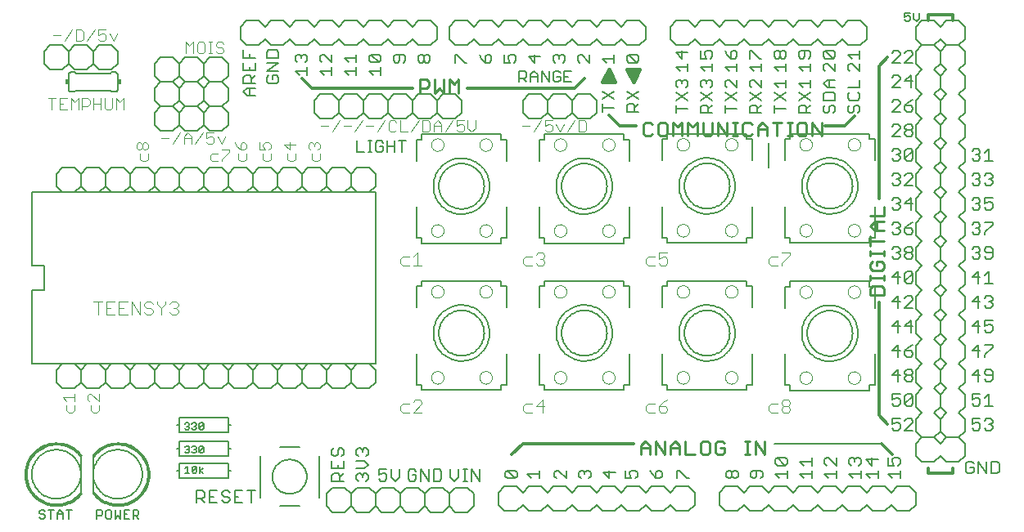
<source format=gto>
G75*
G70*
%OFA0B0*%
%FSLAX24Y24*%
%IPPOS*%
%LPD*%
%AMOC8*
5,1,8,0,0,1.08239X$1,22.5*
%
%ADD10C,0.0120*%
%ADD11C,0.0080*%
%ADD12C,0.0160*%
%ADD13C,0.0100*%
%ADD14C,0.0060*%
%ADD15C,0.0040*%
%ADD16C,0.0010*%
%ADD17C,0.0050*%
%ADD18R,0.0150X0.0200*%
D10*
X020230Y002980D02*
X020680Y003430D01*
X025180Y003430D01*
X035180Y004580D02*
X035530Y004230D01*
X035180Y004580D02*
X035180Y009180D01*
X035180Y013430D02*
X035180Y018830D01*
X035530Y019180D01*
X037180Y020680D02*
X037180Y020930D01*
X038180Y020930D01*
X038180Y020680D01*
X034180Y016780D02*
X033780Y016380D01*
X032980Y016380D01*
X025280Y016380D02*
X024630Y016380D01*
X024180Y016830D01*
X022780Y017930D02*
X023180Y018330D01*
X022780Y017930D02*
X018430Y017930D01*
X016180Y017930D02*
X012080Y017930D01*
X011680Y018330D01*
X035280Y003430D02*
X035730Y002980D01*
X037180Y002430D02*
X037180Y002230D01*
X038180Y002230D01*
X038180Y002430D01*
D11*
X037930Y002680D02*
X037680Y002930D01*
X037430Y002680D01*
X036930Y002680D01*
X036680Y002930D01*
X036680Y003430D01*
X036930Y003680D01*
X037430Y003680D01*
X037680Y003430D01*
X037930Y003680D01*
X038430Y003680D01*
X038680Y003430D01*
X038680Y002930D01*
X038430Y002680D01*
X037930Y002680D01*
X038720Y002620D02*
X038720Y002300D01*
X038800Y002220D01*
X038960Y002220D01*
X039040Y002300D01*
X039040Y002460D01*
X038880Y002460D01*
X038720Y002620D02*
X038800Y002700D01*
X038960Y002700D01*
X039040Y002620D01*
X039236Y002700D02*
X039556Y002220D01*
X039556Y002700D01*
X039751Y002700D02*
X039991Y002700D01*
X040072Y002620D01*
X040072Y002300D01*
X039991Y002220D01*
X039751Y002220D01*
X039751Y002700D01*
X039236Y002700D02*
X039236Y002220D01*
X038430Y003680D02*
X037930Y003680D01*
X037680Y003930D01*
X037680Y004430D01*
X037430Y004680D01*
X037680Y004930D01*
X037680Y005430D01*
X037430Y005680D01*
X037680Y005930D01*
X037680Y006430D01*
X037430Y006680D01*
X037680Y006930D01*
X037680Y007430D01*
X037430Y007680D01*
X037680Y007930D01*
X037680Y008430D01*
X037430Y008680D01*
X037680Y008930D01*
X037680Y009430D01*
X037430Y009680D01*
X037680Y009930D01*
X037680Y010430D01*
X037430Y010680D01*
X037680Y010930D01*
X037680Y011430D01*
X037430Y011680D01*
X037680Y011930D01*
X037680Y012430D01*
X037430Y012680D01*
X037680Y012930D01*
X037680Y013430D01*
X037430Y013680D01*
X037680Y013930D01*
X037680Y014430D01*
X037430Y014680D01*
X037680Y014930D01*
X037680Y015430D01*
X037430Y015680D01*
X037680Y015930D01*
X037680Y016430D01*
X037430Y016680D01*
X037680Y016930D01*
X037680Y017430D01*
X037430Y017680D01*
X037680Y017930D01*
X037680Y018430D01*
X037430Y018680D01*
X037680Y018930D01*
X037680Y019430D01*
X037430Y019680D01*
X036930Y019680D01*
X036680Y019930D01*
X036680Y020430D01*
X036930Y020680D01*
X037430Y020680D01*
X037680Y020430D01*
X037930Y020680D01*
X038430Y020680D01*
X038680Y020430D01*
X038680Y019930D01*
X038430Y019680D01*
X037930Y019680D01*
X037680Y019930D01*
X037430Y019680D01*
X036930Y019680D01*
X036680Y019430D01*
X036680Y018930D01*
X036930Y018680D01*
X036680Y018430D01*
X036680Y017930D01*
X036930Y017680D01*
X036680Y017430D01*
X036680Y016930D01*
X036930Y016680D01*
X036680Y016430D01*
X036680Y015930D01*
X036930Y015680D01*
X036680Y015430D01*
X036680Y014930D01*
X036930Y014680D01*
X036680Y014430D01*
X036680Y013930D01*
X036930Y013680D01*
X036680Y013430D01*
X036680Y012930D01*
X036930Y012680D01*
X036680Y012430D01*
X036680Y011930D01*
X036930Y011680D01*
X036680Y011430D01*
X036680Y010930D01*
X036930Y010680D01*
X036680Y010430D01*
X036680Y009930D01*
X036930Y009680D01*
X036680Y009430D01*
X036680Y008930D01*
X036930Y008680D01*
X036680Y008430D01*
X036680Y007930D01*
X036930Y007680D01*
X036680Y007430D01*
X036680Y006930D01*
X036930Y006680D01*
X036680Y006430D01*
X036680Y005930D01*
X036930Y005680D01*
X036680Y005430D01*
X036680Y004930D01*
X036930Y004680D01*
X036680Y004430D01*
X036680Y003930D01*
X036930Y003680D01*
X037430Y003680D01*
X037680Y003930D01*
X037680Y004430D01*
X037930Y004680D01*
X037680Y004930D01*
X037680Y005430D01*
X037930Y005680D01*
X037680Y005930D01*
X037680Y006430D01*
X037930Y006680D01*
X037680Y006930D01*
X037680Y007430D01*
X037930Y007680D01*
X037680Y007930D01*
X037680Y008430D01*
X037930Y008680D01*
X037680Y008930D01*
X037680Y009430D01*
X037930Y009680D01*
X037680Y009930D01*
X037680Y010430D01*
X037930Y010680D01*
X037680Y010930D01*
X037680Y011430D01*
X037930Y011680D01*
X037680Y011930D01*
X037680Y012430D01*
X037930Y012680D01*
X037680Y012930D01*
X037680Y013430D01*
X037930Y013680D01*
X037680Y013930D01*
X037680Y014430D01*
X037930Y014680D01*
X037680Y014930D01*
X037680Y015430D01*
X037930Y015680D01*
X037680Y015930D01*
X037680Y016430D01*
X037930Y016680D01*
X037680Y016930D01*
X037680Y017430D01*
X037930Y017680D01*
X037680Y017930D01*
X037680Y018430D01*
X037930Y018680D01*
X037680Y018930D01*
X037680Y019430D01*
X037930Y019680D01*
X038430Y019680D01*
X038680Y019430D01*
X038680Y018930D01*
X038430Y018680D01*
X038680Y018430D01*
X038680Y017930D01*
X038430Y017680D01*
X038680Y017430D01*
X038680Y016930D01*
X038430Y016680D01*
X038680Y016430D01*
X038680Y015930D01*
X038430Y015680D01*
X038680Y015430D01*
X038680Y014930D01*
X038430Y014680D01*
X038680Y014430D01*
X038680Y013930D01*
X038430Y013680D01*
X038680Y013430D01*
X038680Y012930D01*
X038430Y012680D01*
X038680Y012430D01*
X038680Y011930D01*
X038430Y011680D01*
X038680Y011430D01*
X038680Y010930D01*
X038430Y010680D01*
X038680Y010430D01*
X038680Y009930D01*
X038430Y009680D01*
X038680Y009430D01*
X038680Y008930D01*
X038430Y008680D01*
X038680Y008430D01*
X038680Y007930D01*
X038430Y007680D01*
X038680Y007430D01*
X038680Y006930D01*
X038430Y006680D01*
X038680Y006430D01*
X038680Y005930D01*
X038430Y005680D01*
X038680Y005430D01*
X038680Y004930D01*
X038430Y004680D01*
X038680Y004430D01*
X038680Y003930D01*
X038430Y003680D01*
X038970Y004050D02*
X039050Y003970D01*
X039210Y003970D01*
X039290Y004050D01*
X039290Y004210D01*
X039210Y004290D01*
X039130Y004290D01*
X038970Y004210D01*
X038970Y004450D01*
X039290Y004450D01*
X039486Y004370D02*
X039566Y004450D01*
X039726Y004450D01*
X039806Y004370D01*
X039806Y004290D01*
X039726Y004210D01*
X039806Y004130D01*
X039806Y004050D01*
X039726Y003970D01*
X039566Y003970D01*
X039486Y004050D01*
X039646Y004210D02*
X039726Y004210D01*
X039806Y004970D02*
X039486Y004970D01*
X039646Y004970D02*
X039646Y005450D01*
X039486Y005290D01*
X039290Y005210D02*
X039290Y005050D01*
X039210Y004970D01*
X039050Y004970D01*
X038970Y005050D01*
X038970Y005210D02*
X039130Y005290D01*
X039210Y005290D01*
X039290Y005210D01*
X039290Y005450D02*
X038970Y005450D01*
X038970Y005210D01*
X039210Y005970D02*
X039210Y006450D01*
X038970Y006210D01*
X039290Y006210D01*
X039486Y006290D02*
X039566Y006210D01*
X039806Y006210D01*
X039806Y006050D02*
X039806Y006370D01*
X039726Y006450D01*
X039566Y006450D01*
X039486Y006370D01*
X039486Y006290D01*
X039486Y006050D02*
X039566Y005970D01*
X039726Y005970D01*
X039806Y006050D01*
X039486Y006970D02*
X039486Y007050D01*
X039806Y007370D01*
X039806Y007450D01*
X039486Y007450D01*
X039210Y007450D02*
X038970Y007210D01*
X039290Y007210D01*
X039210Y006970D02*
X039210Y007450D01*
X039210Y007970D02*
X039210Y008450D01*
X038970Y008210D01*
X039290Y008210D01*
X039486Y008210D02*
X039646Y008290D01*
X039726Y008290D01*
X039806Y008210D01*
X039806Y008050D01*
X039726Y007970D01*
X039566Y007970D01*
X039486Y008050D01*
X039486Y008210D02*
X039486Y008450D01*
X039806Y008450D01*
X039726Y008970D02*
X039566Y008970D01*
X039486Y009050D01*
X039646Y009210D02*
X039726Y009210D01*
X039806Y009130D01*
X039806Y009050D01*
X039726Y008970D01*
X039726Y009210D02*
X039806Y009290D01*
X039806Y009370D01*
X039726Y009450D01*
X039566Y009450D01*
X039486Y009370D01*
X039290Y009210D02*
X038970Y009210D01*
X039210Y009450D01*
X039210Y008970D01*
X039210Y009970D02*
X039210Y010450D01*
X038970Y010210D01*
X039290Y010210D01*
X039486Y010290D02*
X039646Y010450D01*
X039646Y009970D01*
X039486Y009970D02*
X039806Y009970D01*
X039726Y010970D02*
X039566Y010970D01*
X039486Y011050D01*
X039566Y011210D02*
X039806Y011210D01*
X039806Y011050D02*
X039806Y011370D01*
X039726Y011450D01*
X039566Y011450D01*
X039486Y011370D01*
X039486Y011290D01*
X039566Y011210D01*
X039290Y011130D02*
X039290Y011050D01*
X039210Y010970D01*
X039050Y010970D01*
X038970Y011050D01*
X039130Y011210D02*
X039210Y011210D01*
X039290Y011130D01*
X039210Y011210D02*
X039290Y011290D01*
X039290Y011370D01*
X039210Y011450D01*
X039050Y011450D01*
X038970Y011370D01*
X039726Y010970D02*
X039806Y011050D01*
X039486Y011970D02*
X039486Y012050D01*
X039806Y012370D01*
X039806Y012450D01*
X039486Y012450D01*
X039290Y012370D02*
X039290Y012290D01*
X039210Y012210D01*
X039290Y012130D01*
X039290Y012050D01*
X039210Y011970D01*
X039050Y011970D01*
X038970Y012050D01*
X039130Y012210D02*
X039210Y012210D01*
X039290Y012370D02*
X039210Y012450D01*
X039050Y012450D01*
X038970Y012370D01*
X039050Y012970D02*
X038970Y013050D01*
X039050Y012970D02*
X039210Y012970D01*
X039290Y013050D01*
X039290Y013130D01*
X039210Y013210D01*
X039130Y013210D01*
X039210Y013210D02*
X039290Y013290D01*
X039290Y013370D01*
X039210Y013450D01*
X039050Y013450D01*
X038970Y013370D01*
X039486Y013450D02*
X039486Y013210D01*
X039646Y013290D01*
X039726Y013290D01*
X039806Y013210D01*
X039806Y013050D01*
X039726Y012970D01*
X039566Y012970D01*
X039486Y013050D01*
X039486Y013450D02*
X039806Y013450D01*
X039726Y013970D02*
X039566Y013970D01*
X039486Y014050D01*
X039290Y014050D02*
X039210Y013970D01*
X039050Y013970D01*
X038970Y014050D01*
X039130Y014210D02*
X039210Y014210D01*
X039290Y014130D01*
X039290Y014050D01*
X039210Y014210D02*
X039290Y014290D01*
X039290Y014370D01*
X039210Y014450D01*
X039050Y014450D01*
X038970Y014370D01*
X039486Y014370D02*
X039566Y014450D01*
X039726Y014450D01*
X039806Y014370D01*
X039806Y014290D01*
X039726Y014210D01*
X039806Y014130D01*
X039806Y014050D01*
X039726Y013970D01*
X039726Y014210D02*
X039646Y014210D01*
X039646Y014970D02*
X039646Y015450D01*
X039486Y015290D01*
X039290Y015290D02*
X039210Y015210D01*
X039290Y015130D01*
X039290Y015050D01*
X039210Y014970D01*
X039050Y014970D01*
X038970Y015050D01*
X039130Y015210D02*
X039210Y015210D01*
X039290Y015290D02*
X039290Y015370D01*
X039210Y015450D01*
X039050Y015450D01*
X038970Y015370D01*
X039486Y014970D02*
X039806Y014970D01*
X036556Y015050D02*
X036476Y014970D01*
X036316Y014970D01*
X036236Y015050D01*
X036556Y015370D01*
X036556Y015050D01*
X036556Y015370D02*
X036476Y015450D01*
X036316Y015450D01*
X036236Y015370D01*
X036236Y015050D01*
X036040Y015050D02*
X035960Y014970D01*
X035800Y014970D01*
X035720Y015050D01*
X035880Y015210D02*
X035960Y015210D01*
X036040Y015130D01*
X036040Y015050D01*
X035960Y015210D02*
X036040Y015290D01*
X036040Y015370D01*
X035960Y015450D01*
X035800Y015450D01*
X035720Y015370D01*
X035011Y014983D02*
X035011Y015849D01*
X034794Y015849D01*
X034794Y016066D01*
X031566Y016066D01*
X031566Y015849D01*
X031349Y015849D01*
X031349Y014983D01*
X030680Y014680D02*
X030680Y015680D01*
X030011Y015849D02*
X030011Y014983D01*
X030011Y015849D02*
X029794Y015849D01*
X029794Y016066D01*
X026566Y016066D01*
X026566Y015849D01*
X026349Y015849D01*
X026349Y014983D01*
X025011Y014973D02*
X025011Y015839D01*
X024794Y015839D01*
X024794Y016056D01*
X021566Y016056D01*
X021566Y015839D01*
X021349Y015839D01*
X021349Y014973D01*
X020011Y014973D02*
X020011Y015839D01*
X019794Y015839D01*
X019794Y016056D01*
X016566Y016056D01*
X016566Y015839D01*
X016349Y015839D01*
X016349Y014973D01*
X017255Y013930D02*
X017257Y013990D01*
X017263Y014051D01*
X017273Y014110D01*
X017287Y014169D01*
X017304Y014227D01*
X017325Y014284D01*
X017350Y014339D01*
X017379Y014392D01*
X017411Y014444D01*
X017446Y014493D01*
X017485Y014540D01*
X017526Y014584D01*
X017570Y014625D01*
X017617Y014664D01*
X017666Y014699D01*
X017717Y014731D01*
X017771Y014760D01*
X017826Y014785D01*
X017883Y014806D01*
X017941Y014823D01*
X018000Y014837D01*
X018059Y014847D01*
X018120Y014853D01*
X018180Y014855D01*
X018240Y014853D01*
X018301Y014847D01*
X018360Y014837D01*
X018419Y014823D01*
X018477Y014806D01*
X018534Y014785D01*
X018589Y014760D01*
X018642Y014731D01*
X018694Y014699D01*
X018743Y014664D01*
X018790Y014625D01*
X018834Y014584D01*
X018875Y014540D01*
X018914Y014493D01*
X018949Y014444D01*
X018981Y014393D01*
X019010Y014339D01*
X019035Y014284D01*
X019056Y014227D01*
X019073Y014169D01*
X019087Y014110D01*
X019097Y014051D01*
X019103Y013990D01*
X019105Y013930D01*
X019103Y013870D01*
X019097Y013809D01*
X019087Y013750D01*
X019073Y013691D01*
X019056Y013633D01*
X019035Y013576D01*
X019010Y013521D01*
X018981Y013468D01*
X018949Y013416D01*
X018914Y013367D01*
X018875Y013320D01*
X018834Y013276D01*
X018790Y013235D01*
X018743Y013196D01*
X018694Y013161D01*
X018643Y013129D01*
X018589Y013100D01*
X018534Y013075D01*
X018477Y013054D01*
X018419Y013037D01*
X018360Y013023D01*
X018301Y013013D01*
X018240Y013007D01*
X018180Y013005D01*
X018120Y013007D01*
X018059Y013013D01*
X018000Y013023D01*
X017941Y013037D01*
X017883Y013054D01*
X017826Y013075D01*
X017771Y013100D01*
X017718Y013129D01*
X017666Y013161D01*
X017617Y013196D01*
X017570Y013235D01*
X017526Y013276D01*
X017485Y013320D01*
X017446Y013367D01*
X017411Y013416D01*
X017379Y013467D01*
X017350Y013521D01*
X017325Y013576D01*
X017304Y013633D01*
X017287Y013691D01*
X017273Y013750D01*
X017263Y013809D01*
X017257Y013870D01*
X017255Y013930D01*
X017038Y013930D02*
X017040Y013997D01*
X017046Y014064D01*
X017056Y014130D01*
X017069Y014196D01*
X017087Y014261D01*
X017108Y014324D01*
X017133Y014386D01*
X017162Y014447D01*
X017194Y014506D01*
X017229Y014563D01*
X017268Y014617D01*
X017310Y014670D01*
X017355Y014720D01*
X017403Y014767D01*
X017453Y014811D01*
X017506Y014852D01*
X017561Y014890D01*
X017619Y014925D01*
X017678Y014956D01*
X017739Y014983D01*
X017802Y015008D01*
X017866Y015028D01*
X017931Y015044D01*
X017996Y015057D01*
X018063Y015066D01*
X018130Y015071D01*
X018197Y015072D01*
X018264Y015069D01*
X018330Y015062D01*
X018397Y015051D01*
X018462Y015037D01*
X018527Y015018D01*
X018590Y014996D01*
X018652Y014970D01*
X018712Y014941D01*
X018770Y014908D01*
X018827Y014871D01*
X018881Y014832D01*
X018932Y014789D01*
X018982Y014743D01*
X019028Y014695D01*
X019071Y014644D01*
X019112Y014590D01*
X019149Y014535D01*
X019183Y014477D01*
X019213Y014417D01*
X019240Y014355D01*
X019263Y014292D01*
X019282Y014228D01*
X019298Y014163D01*
X019310Y014097D01*
X019318Y014030D01*
X019322Y013964D01*
X019322Y013896D01*
X019318Y013830D01*
X019310Y013763D01*
X019298Y013697D01*
X019282Y013632D01*
X019263Y013568D01*
X019240Y013505D01*
X019213Y013443D01*
X019183Y013383D01*
X019149Y013325D01*
X019112Y013270D01*
X019071Y013216D01*
X019028Y013165D01*
X018982Y013117D01*
X018932Y013071D01*
X018881Y013028D01*
X018827Y012989D01*
X018770Y012952D01*
X018712Y012919D01*
X018652Y012890D01*
X018590Y012864D01*
X018527Y012842D01*
X018462Y012823D01*
X018397Y012809D01*
X018330Y012798D01*
X018264Y012791D01*
X018197Y012788D01*
X018130Y012789D01*
X018063Y012794D01*
X017996Y012803D01*
X017931Y012816D01*
X017866Y012832D01*
X017802Y012852D01*
X017739Y012877D01*
X017678Y012904D01*
X017619Y012935D01*
X017561Y012970D01*
X017506Y013008D01*
X017453Y013049D01*
X017403Y013093D01*
X017355Y013140D01*
X017310Y013190D01*
X017268Y013243D01*
X017229Y013297D01*
X017194Y013354D01*
X017162Y013413D01*
X017133Y013474D01*
X017108Y013536D01*
X017087Y013599D01*
X017069Y013664D01*
X017056Y013730D01*
X017046Y013796D01*
X017040Y013863D01*
X017038Y013930D01*
X016349Y013084D02*
X016349Y011824D01*
X016566Y011824D01*
X016566Y011607D01*
X019794Y011607D01*
X019794Y011824D01*
X020011Y011824D01*
X020011Y013084D01*
X021349Y013084D02*
X021349Y011824D01*
X021566Y011824D01*
X021566Y011607D01*
X024794Y011607D01*
X024794Y011824D01*
X025011Y011824D01*
X025011Y013084D01*
X026349Y013094D02*
X026349Y011834D01*
X026566Y011834D01*
X026566Y011617D01*
X029794Y011617D01*
X029794Y011834D01*
X030011Y011834D01*
X030011Y013094D01*
X031349Y013094D02*
X031349Y011834D01*
X031566Y011834D01*
X031566Y011617D01*
X034794Y011617D01*
X034794Y011834D01*
X035011Y011834D01*
X035011Y013094D01*
X035720Y013050D02*
X035800Y012970D01*
X035960Y012970D01*
X036040Y013050D01*
X036040Y013130D01*
X035960Y013210D01*
X035880Y013210D01*
X035960Y013210D02*
X036040Y013290D01*
X036040Y013370D01*
X035960Y013450D01*
X035800Y013450D01*
X035720Y013370D01*
X036236Y013210D02*
X036556Y013210D01*
X036476Y012970D02*
X036476Y013450D01*
X036236Y013210D01*
X035960Y012450D02*
X035800Y012450D01*
X035720Y012370D01*
X035880Y012210D02*
X035960Y012210D01*
X036040Y012130D01*
X036040Y012050D01*
X035960Y011970D01*
X035800Y011970D01*
X035720Y012050D01*
X035960Y012210D02*
X036040Y012290D01*
X036040Y012370D01*
X035960Y012450D01*
X036236Y012210D02*
X036476Y012210D01*
X036556Y012130D01*
X036556Y012050D01*
X036476Y011970D01*
X036316Y011970D01*
X036236Y012050D01*
X036236Y012210D01*
X036396Y012370D01*
X036556Y012450D01*
X036476Y011450D02*
X036316Y011450D01*
X036236Y011370D01*
X036236Y011290D01*
X036316Y011210D01*
X036476Y011210D01*
X036556Y011130D01*
X036556Y011050D01*
X036476Y010970D01*
X036316Y010970D01*
X036236Y011050D01*
X036236Y011130D01*
X036316Y011210D01*
X036476Y011210D02*
X036556Y011290D01*
X036556Y011370D01*
X036476Y011450D01*
X036040Y011370D02*
X036040Y011290D01*
X035960Y011210D01*
X036040Y011130D01*
X036040Y011050D01*
X035960Y010970D01*
X035800Y010970D01*
X035720Y011050D01*
X035880Y011210D02*
X035960Y011210D01*
X036040Y011370D02*
X035960Y011450D01*
X035800Y011450D01*
X035720Y011370D01*
X035960Y010450D02*
X035720Y010210D01*
X036040Y010210D01*
X036236Y010050D02*
X036236Y010370D01*
X036316Y010450D01*
X036476Y010450D01*
X036556Y010370D01*
X036236Y010050D01*
X036316Y009970D01*
X036476Y009970D01*
X036556Y010050D01*
X036556Y010370D01*
X035960Y010450D02*
X035960Y009970D01*
X035960Y009450D02*
X035720Y009210D01*
X036040Y009210D01*
X035960Y008970D02*
X035960Y009450D01*
X036236Y009370D02*
X036316Y009450D01*
X036476Y009450D01*
X036556Y009370D01*
X036556Y009290D01*
X036236Y008970D01*
X036556Y008970D01*
X036476Y008450D02*
X036236Y008210D01*
X036556Y008210D01*
X036476Y007970D02*
X036476Y008450D01*
X035960Y008450D02*
X035720Y008210D01*
X036040Y008210D01*
X035960Y007970D02*
X035960Y008450D01*
X035011Y008973D02*
X035011Y009839D01*
X034794Y009839D01*
X034794Y010056D01*
X031566Y010056D01*
X031566Y009839D01*
X031349Y009839D01*
X031349Y008973D01*
X030011Y008983D02*
X030011Y009849D01*
X029794Y009849D01*
X029794Y010066D01*
X026566Y010066D01*
X026566Y009849D01*
X026349Y009849D01*
X026349Y008983D01*
X025011Y008983D02*
X025011Y009849D01*
X024794Y009849D01*
X024794Y010066D01*
X021566Y010066D01*
X021566Y009849D01*
X021349Y009849D01*
X021349Y008983D01*
X020011Y008983D02*
X020011Y009849D01*
X019794Y009849D01*
X019794Y010066D01*
X016566Y010066D01*
X016566Y009849D01*
X016349Y009849D01*
X016349Y008983D01*
X017255Y007940D02*
X017257Y008000D01*
X017263Y008061D01*
X017273Y008120D01*
X017287Y008179D01*
X017304Y008237D01*
X017325Y008294D01*
X017350Y008349D01*
X017379Y008402D01*
X017411Y008454D01*
X017446Y008503D01*
X017485Y008550D01*
X017526Y008594D01*
X017570Y008635D01*
X017617Y008674D01*
X017666Y008709D01*
X017717Y008741D01*
X017771Y008770D01*
X017826Y008795D01*
X017883Y008816D01*
X017941Y008833D01*
X018000Y008847D01*
X018059Y008857D01*
X018120Y008863D01*
X018180Y008865D01*
X018240Y008863D01*
X018301Y008857D01*
X018360Y008847D01*
X018419Y008833D01*
X018477Y008816D01*
X018534Y008795D01*
X018589Y008770D01*
X018642Y008741D01*
X018694Y008709D01*
X018743Y008674D01*
X018790Y008635D01*
X018834Y008594D01*
X018875Y008550D01*
X018914Y008503D01*
X018949Y008454D01*
X018981Y008403D01*
X019010Y008349D01*
X019035Y008294D01*
X019056Y008237D01*
X019073Y008179D01*
X019087Y008120D01*
X019097Y008061D01*
X019103Y008000D01*
X019105Y007940D01*
X019103Y007880D01*
X019097Y007819D01*
X019087Y007760D01*
X019073Y007701D01*
X019056Y007643D01*
X019035Y007586D01*
X019010Y007531D01*
X018981Y007478D01*
X018949Y007426D01*
X018914Y007377D01*
X018875Y007330D01*
X018834Y007286D01*
X018790Y007245D01*
X018743Y007206D01*
X018694Y007171D01*
X018643Y007139D01*
X018589Y007110D01*
X018534Y007085D01*
X018477Y007064D01*
X018419Y007047D01*
X018360Y007033D01*
X018301Y007023D01*
X018240Y007017D01*
X018180Y007015D01*
X018120Y007017D01*
X018059Y007023D01*
X018000Y007033D01*
X017941Y007047D01*
X017883Y007064D01*
X017826Y007085D01*
X017771Y007110D01*
X017718Y007139D01*
X017666Y007171D01*
X017617Y007206D01*
X017570Y007245D01*
X017526Y007286D01*
X017485Y007330D01*
X017446Y007377D01*
X017411Y007426D01*
X017379Y007477D01*
X017350Y007531D01*
X017325Y007586D01*
X017304Y007643D01*
X017287Y007701D01*
X017273Y007760D01*
X017263Y007819D01*
X017257Y007880D01*
X017255Y007940D01*
X017038Y007940D02*
X017040Y008007D01*
X017046Y008074D01*
X017056Y008140D01*
X017069Y008206D01*
X017087Y008271D01*
X017108Y008334D01*
X017133Y008396D01*
X017162Y008457D01*
X017194Y008516D01*
X017229Y008573D01*
X017268Y008627D01*
X017310Y008680D01*
X017355Y008730D01*
X017403Y008777D01*
X017453Y008821D01*
X017506Y008862D01*
X017561Y008900D01*
X017619Y008935D01*
X017678Y008966D01*
X017739Y008993D01*
X017802Y009018D01*
X017866Y009038D01*
X017931Y009054D01*
X017996Y009067D01*
X018063Y009076D01*
X018130Y009081D01*
X018197Y009082D01*
X018264Y009079D01*
X018330Y009072D01*
X018397Y009061D01*
X018462Y009047D01*
X018527Y009028D01*
X018590Y009006D01*
X018652Y008980D01*
X018712Y008951D01*
X018770Y008918D01*
X018827Y008881D01*
X018881Y008842D01*
X018932Y008799D01*
X018982Y008753D01*
X019028Y008705D01*
X019071Y008654D01*
X019112Y008600D01*
X019149Y008545D01*
X019183Y008487D01*
X019213Y008427D01*
X019240Y008365D01*
X019263Y008302D01*
X019282Y008238D01*
X019298Y008173D01*
X019310Y008107D01*
X019318Y008040D01*
X019322Y007974D01*
X019322Y007906D01*
X019318Y007840D01*
X019310Y007773D01*
X019298Y007707D01*
X019282Y007642D01*
X019263Y007578D01*
X019240Y007515D01*
X019213Y007453D01*
X019183Y007393D01*
X019149Y007335D01*
X019112Y007280D01*
X019071Y007226D01*
X019028Y007175D01*
X018982Y007127D01*
X018932Y007081D01*
X018881Y007038D01*
X018827Y006999D01*
X018770Y006962D01*
X018712Y006929D01*
X018652Y006900D01*
X018590Y006874D01*
X018527Y006852D01*
X018462Y006833D01*
X018397Y006819D01*
X018330Y006808D01*
X018264Y006801D01*
X018197Y006798D01*
X018130Y006799D01*
X018063Y006804D01*
X017996Y006813D01*
X017931Y006826D01*
X017866Y006842D01*
X017802Y006862D01*
X017739Y006887D01*
X017678Y006914D01*
X017619Y006945D01*
X017561Y006980D01*
X017506Y007018D01*
X017453Y007059D01*
X017403Y007103D01*
X017355Y007150D01*
X017310Y007200D01*
X017268Y007253D01*
X017229Y007307D01*
X017194Y007364D01*
X017162Y007423D01*
X017133Y007484D01*
X017108Y007546D01*
X017087Y007609D01*
X017069Y007674D01*
X017056Y007740D01*
X017046Y007806D01*
X017040Y007873D01*
X017038Y007940D01*
X016349Y007094D02*
X016349Y005834D01*
X016566Y005834D01*
X016566Y005617D01*
X019794Y005617D01*
X019794Y005834D01*
X020011Y005834D01*
X020011Y007094D01*
X021349Y007094D02*
X021349Y005834D01*
X021566Y005834D01*
X021566Y005617D01*
X024794Y005617D01*
X024794Y005834D01*
X025011Y005834D01*
X025011Y007094D01*
X026349Y007094D02*
X026349Y005834D01*
X026566Y005834D01*
X026566Y005617D01*
X029794Y005617D01*
X029794Y005834D01*
X030011Y005834D01*
X030011Y007094D01*
X031349Y007084D02*
X031349Y005824D01*
X031566Y005824D01*
X031566Y005607D01*
X034794Y005607D01*
X034794Y005824D01*
X035011Y005824D01*
X035011Y007084D01*
X035720Y007210D02*
X036040Y007210D01*
X036236Y007210D02*
X036476Y007210D01*
X036556Y007130D01*
X036556Y007050D01*
X036476Y006970D01*
X036316Y006970D01*
X036236Y007050D01*
X036236Y007210D01*
X036396Y007370D01*
X036556Y007450D01*
X035960Y007450D02*
X035720Y007210D01*
X035960Y006970D02*
X035960Y007450D01*
X035960Y006450D02*
X035720Y006210D01*
X036040Y006210D01*
X036236Y006130D02*
X036316Y006210D01*
X036476Y006210D01*
X036556Y006130D01*
X036556Y006050D01*
X036476Y005970D01*
X036316Y005970D01*
X036236Y006050D01*
X036236Y006130D01*
X036316Y006210D02*
X036236Y006290D01*
X036236Y006370D01*
X036316Y006450D01*
X036476Y006450D01*
X036556Y006370D01*
X036556Y006290D01*
X036476Y006210D01*
X035960Y005970D02*
X035960Y006450D01*
X036040Y005450D02*
X035720Y005450D01*
X035720Y005210D01*
X035880Y005290D01*
X035960Y005290D01*
X036040Y005210D01*
X036040Y005050D01*
X035960Y004970D01*
X035800Y004970D01*
X035720Y005050D01*
X036236Y005050D02*
X036316Y004970D01*
X036476Y004970D01*
X036556Y005050D01*
X036556Y005370D01*
X036236Y005050D01*
X036236Y005370D01*
X036316Y005450D01*
X036476Y005450D01*
X036556Y005370D01*
X036476Y004450D02*
X036316Y004450D01*
X036236Y004370D01*
X036040Y004450D02*
X035720Y004450D01*
X035720Y004210D01*
X035880Y004290D01*
X035960Y004290D01*
X036040Y004210D01*
X036040Y004050D01*
X035960Y003970D01*
X035800Y003970D01*
X035720Y004050D01*
X036236Y003970D02*
X036556Y004290D01*
X036556Y004370D01*
X036476Y004450D01*
X036556Y003970D02*
X036236Y003970D01*
X035280Y003430D02*
X030930Y003430D01*
X031040Y002856D02*
X031360Y002536D01*
X031440Y002616D01*
X031440Y002776D01*
X031360Y002856D01*
X031040Y002856D01*
X030960Y002776D01*
X030960Y002616D01*
X031040Y002536D01*
X031360Y002536D01*
X031440Y002340D02*
X031440Y002020D01*
X031440Y002180D02*
X030960Y002180D01*
X031120Y002020D01*
X030930Y001680D02*
X031430Y001680D01*
X031680Y001430D01*
X031930Y001680D01*
X032430Y001680D01*
X032680Y001430D01*
X032930Y001680D01*
X033430Y001680D01*
X033680Y001430D01*
X033930Y001680D01*
X034430Y001680D01*
X034680Y001430D01*
X034930Y001680D01*
X035430Y001680D01*
X035680Y001430D01*
X035930Y001680D01*
X036430Y001680D01*
X036680Y001430D01*
X036680Y000930D01*
X036430Y000680D01*
X035930Y000680D01*
X035680Y000930D01*
X035430Y000680D01*
X034930Y000680D01*
X034680Y000930D01*
X034430Y000680D01*
X033930Y000680D01*
X033680Y000930D01*
X033430Y000680D01*
X032930Y000680D01*
X032680Y000930D01*
X032430Y000680D01*
X031930Y000680D01*
X031680Y000930D01*
X031430Y000680D01*
X030930Y000680D01*
X030680Y000930D01*
X030430Y000680D01*
X029930Y000680D01*
X029680Y000930D01*
X029430Y000680D01*
X028930Y000680D01*
X028680Y000930D01*
X028680Y001430D01*
X028930Y001680D01*
X029430Y001680D01*
X029680Y001430D01*
X029930Y001680D01*
X030430Y001680D01*
X030680Y001430D01*
X030930Y001680D01*
X030440Y002100D02*
X030440Y002260D01*
X030360Y002340D01*
X030040Y002340D01*
X029960Y002260D01*
X029960Y002100D01*
X030040Y002020D01*
X030120Y002020D01*
X030200Y002100D01*
X030200Y002340D01*
X030440Y002100D02*
X030360Y002020D01*
X029440Y002100D02*
X029360Y002020D01*
X029280Y002020D01*
X029200Y002100D01*
X029200Y002260D01*
X029280Y002340D01*
X029360Y002340D01*
X029440Y002260D01*
X029440Y002100D01*
X029200Y002100D02*
X029120Y002020D01*
X029040Y002020D01*
X028960Y002100D01*
X028960Y002260D01*
X029040Y002340D01*
X029120Y002340D01*
X029200Y002260D01*
X027680Y001430D02*
X027680Y000930D01*
X027430Y000680D01*
X026930Y000680D01*
X026680Y000930D01*
X026430Y000680D01*
X025930Y000680D01*
X025680Y000930D01*
X025430Y000680D01*
X024930Y000680D01*
X024680Y000930D01*
X024430Y000680D01*
X023930Y000680D01*
X023680Y000930D01*
X023430Y000680D01*
X022930Y000680D01*
X022680Y000930D01*
X022430Y000680D01*
X021930Y000680D01*
X021680Y000930D01*
X021430Y000680D01*
X020930Y000680D01*
X020680Y000930D01*
X020430Y000680D01*
X019930Y000680D01*
X019680Y000930D01*
X019680Y001430D01*
X019930Y001680D01*
X020430Y001680D01*
X020680Y001430D01*
X020930Y001680D01*
X021430Y001680D01*
X021680Y001430D01*
X021930Y001680D01*
X022430Y001680D01*
X022680Y001430D01*
X022930Y001680D01*
X023430Y001680D01*
X023680Y001430D01*
X023930Y001680D01*
X024430Y001680D01*
X024680Y001430D01*
X024930Y001680D01*
X025430Y001680D01*
X025680Y001430D01*
X025930Y001680D01*
X026430Y001680D01*
X026680Y001430D01*
X026930Y001680D01*
X027430Y001680D01*
X027680Y001430D01*
X027440Y002020D02*
X027360Y002020D01*
X027040Y002340D01*
X026960Y002340D01*
X026960Y002020D01*
X026340Y002100D02*
X026340Y002260D01*
X026260Y002340D01*
X026180Y002340D01*
X026100Y002260D01*
X026100Y002020D01*
X026260Y002020D01*
X026340Y002100D01*
X026100Y002020D02*
X025940Y002180D01*
X025860Y002340D01*
X025340Y002260D02*
X025340Y002100D01*
X025260Y002020D01*
X025100Y002020D02*
X025020Y002180D01*
X025020Y002260D01*
X025100Y002340D01*
X025260Y002340D01*
X025340Y002260D01*
X025100Y002020D02*
X024860Y002020D01*
X024860Y002340D01*
X024440Y002260D02*
X023960Y002260D01*
X024200Y002020D01*
X024200Y002340D01*
X023440Y002260D02*
X023440Y002100D01*
X023360Y002020D01*
X023200Y002180D02*
X023200Y002260D01*
X023280Y002340D01*
X023360Y002340D01*
X023440Y002260D01*
X023200Y002260D02*
X023120Y002340D01*
X023040Y002340D01*
X022960Y002260D01*
X022960Y002100D01*
X023040Y002020D01*
X022440Y002020D02*
X022120Y002340D01*
X022040Y002340D01*
X021960Y002260D01*
X021960Y002100D01*
X022040Y002020D01*
X022440Y002020D02*
X022440Y002340D01*
X021340Y002340D02*
X021340Y002020D01*
X021340Y002180D02*
X020860Y002180D01*
X021020Y002020D01*
X020440Y002100D02*
X020440Y002260D01*
X020360Y002340D01*
X020040Y002340D01*
X020360Y002020D01*
X020440Y002100D01*
X020360Y002020D02*
X020040Y002020D01*
X019960Y002100D01*
X019960Y002260D01*
X020040Y002340D01*
X018914Y002382D02*
X018914Y001902D01*
X018594Y002382D01*
X018594Y001902D01*
X018411Y001902D02*
X018250Y001902D01*
X018331Y001902D02*
X018331Y002382D01*
X018411Y002382D02*
X018250Y002382D01*
X018055Y002382D02*
X018055Y002062D01*
X017895Y001902D01*
X017735Y002062D01*
X017735Y002382D01*
X017366Y002302D02*
X017366Y001982D01*
X017286Y001902D01*
X017046Y001902D01*
X017046Y002382D01*
X017286Y002382D01*
X017366Y002302D01*
X016851Y002382D02*
X016851Y001902D01*
X016530Y002382D01*
X016530Y001902D01*
X016335Y001982D02*
X016335Y002142D01*
X016175Y002142D01*
X016335Y002302D02*
X016255Y002382D01*
X016095Y002382D01*
X016015Y002302D01*
X016015Y001982D01*
X016095Y001902D01*
X016255Y001902D01*
X016335Y001982D01*
X015651Y002062D02*
X015651Y002382D01*
X015651Y002062D02*
X015491Y001902D01*
X015330Y002062D01*
X015330Y002382D01*
X015135Y002382D02*
X014815Y002382D01*
X014815Y002142D01*
X014975Y002222D01*
X015055Y002222D01*
X015135Y002142D01*
X015135Y001982D01*
X015055Y001902D01*
X014895Y001902D01*
X014815Y001982D01*
X014378Y001975D02*
X014298Y001895D01*
X014378Y001975D02*
X014378Y002135D01*
X014298Y002215D01*
X014218Y002215D01*
X014138Y002135D01*
X014138Y002055D01*
X014138Y002135D02*
X014058Y002215D01*
X013978Y002215D01*
X013898Y002135D01*
X013898Y001975D01*
X013978Y001895D01*
X013930Y001630D02*
X014430Y001630D01*
X014680Y001380D01*
X014680Y000880D01*
X014430Y000630D01*
X013930Y000630D01*
X013680Y000880D01*
X013680Y001380D01*
X013930Y001630D01*
X013680Y001380D02*
X013430Y001630D01*
X012930Y001630D01*
X012680Y001380D01*
X012680Y000880D01*
X012930Y000630D01*
X013430Y000630D01*
X013680Y000880D01*
X014680Y000880D02*
X014930Y000630D01*
X015430Y000630D01*
X015680Y000880D01*
X015680Y001380D01*
X015930Y001630D01*
X016430Y001630D01*
X016680Y001380D01*
X016680Y000880D01*
X016430Y000630D01*
X015930Y000630D01*
X015680Y000880D01*
X015680Y001380D02*
X015430Y001630D01*
X014930Y001630D01*
X014680Y001380D01*
X013378Y001895D02*
X012898Y001895D01*
X012898Y002135D01*
X012978Y002215D01*
X013138Y002215D01*
X013218Y002135D01*
X013218Y001895D01*
X013218Y002055D02*
X013378Y002215D01*
X013378Y002410D02*
X012898Y002410D01*
X012898Y002731D01*
X012978Y002926D02*
X013058Y002926D01*
X013138Y003006D01*
X013138Y003166D01*
X013218Y003246D01*
X013298Y003246D01*
X013378Y003166D01*
X013378Y003006D01*
X013298Y002926D01*
X013378Y002731D02*
X013378Y002410D01*
X013138Y002410D02*
X013138Y002571D01*
X012978Y002926D02*
X012898Y003006D01*
X012898Y003166D01*
X012978Y003246D01*
X012380Y002930D02*
X012380Y001230D01*
X011573Y000880D02*
X010780Y000880D01*
X009980Y001230D02*
X009980Y002930D01*
X010780Y003280D02*
X011585Y003280D01*
X010480Y002080D02*
X010482Y002132D01*
X010488Y002184D01*
X010498Y002236D01*
X010511Y002286D01*
X010528Y002336D01*
X010549Y002384D01*
X010574Y002430D01*
X010602Y002474D01*
X010633Y002516D01*
X010667Y002556D01*
X010704Y002593D01*
X010744Y002627D01*
X010786Y002658D01*
X010830Y002686D01*
X010876Y002711D01*
X010924Y002732D01*
X010974Y002749D01*
X011024Y002762D01*
X011076Y002772D01*
X011128Y002778D01*
X011180Y002780D01*
X011232Y002778D01*
X011284Y002772D01*
X011336Y002762D01*
X011386Y002749D01*
X011436Y002732D01*
X011484Y002711D01*
X011530Y002686D01*
X011574Y002658D01*
X011616Y002627D01*
X011656Y002593D01*
X011693Y002556D01*
X011727Y002516D01*
X011758Y002474D01*
X011786Y002430D01*
X011811Y002384D01*
X011832Y002336D01*
X011849Y002286D01*
X011862Y002236D01*
X011872Y002184D01*
X011878Y002132D01*
X011880Y002080D01*
X011878Y002028D01*
X011872Y001976D01*
X011862Y001924D01*
X011849Y001874D01*
X011832Y001824D01*
X011811Y001776D01*
X011786Y001730D01*
X011758Y001686D01*
X011727Y001644D01*
X011693Y001604D01*
X011656Y001567D01*
X011616Y001533D01*
X011574Y001502D01*
X011530Y001474D01*
X011484Y001449D01*
X011436Y001428D01*
X011386Y001411D01*
X011336Y001398D01*
X011284Y001388D01*
X011232Y001382D01*
X011180Y001380D01*
X011128Y001382D01*
X011076Y001388D01*
X011024Y001398D01*
X010974Y001411D01*
X010924Y001428D01*
X010876Y001449D01*
X010830Y001474D01*
X010786Y001502D01*
X010744Y001533D01*
X010704Y001567D01*
X010667Y001604D01*
X010633Y001644D01*
X010602Y001686D01*
X010574Y001730D01*
X010549Y001776D01*
X010528Y001824D01*
X010511Y001874D01*
X010498Y001924D01*
X010488Y001976D01*
X010482Y002028D01*
X010480Y002080D01*
X009778Y001512D02*
X009457Y001512D01*
X009617Y001512D02*
X009617Y001032D01*
X009262Y001032D02*
X008942Y001032D01*
X008942Y001512D01*
X009262Y001512D01*
X009102Y001272D02*
X008942Y001272D01*
X008746Y001192D02*
X008746Y001112D01*
X008666Y001032D01*
X008506Y001032D01*
X008426Y001112D01*
X008506Y001272D02*
X008666Y001272D01*
X008746Y001192D01*
X008746Y001432D02*
X008666Y001512D01*
X008506Y001512D01*
X008426Y001432D01*
X008426Y001352D01*
X008506Y001272D01*
X008231Y001512D02*
X007910Y001512D01*
X007910Y001032D01*
X008231Y001032D01*
X008071Y001272D02*
X007910Y001272D01*
X007715Y001272D02*
X007715Y001432D01*
X007635Y001512D01*
X007395Y001512D01*
X007395Y001032D01*
X007395Y001192D02*
X007635Y001192D01*
X007715Y001272D01*
X007555Y001192D02*
X007715Y001032D01*
X008680Y002030D02*
X006680Y002030D01*
X006680Y002330D01*
X006580Y002330D01*
X006680Y002330D02*
X006680Y002630D01*
X008680Y002630D01*
X008680Y002330D01*
X008780Y002330D01*
X008680Y002330D02*
X008680Y002030D01*
X008680Y002930D02*
X006680Y002930D01*
X006680Y003230D01*
X006580Y003230D01*
X006680Y003230D02*
X006680Y003530D01*
X008680Y003530D01*
X008680Y003230D01*
X008780Y003230D01*
X008680Y003230D02*
X008680Y002930D01*
X008680Y003880D02*
X006680Y003880D01*
X006680Y004180D01*
X006580Y004180D01*
X006680Y004180D02*
X006680Y004480D01*
X008680Y004480D01*
X008680Y004180D01*
X008780Y004180D01*
X008680Y004180D02*
X008680Y003880D01*
X013898Y003166D02*
X013898Y003006D01*
X013978Y002926D01*
X013898Y002731D02*
X014218Y002731D01*
X014378Y002571D01*
X014218Y002410D01*
X013898Y002410D01*
X014298Y002926D02*
X014378Y003006D01*
X014378Y003166D01*
X014298Y003246D01*
X014218Y003246D01*
X014138Y003166D01*
X014138Y003086D01*
X014138Y003166D02*
X014058Y003246D01*
X013978Y003246D01*
X013898Y003166D01*
X016680Y001380D02*
X016930Y001630D01*
X017430Y001630D01*
X017680Y001380D01*
X017680Y000880D01*
X017430Y000630D01*
X016930Y000630D01*
X016680Y000880D01*
X017680Y000880D02*
X017930Y000630D01*
X018430Y000630D01*
X018680Y000880D01*
X018680Y001380D01*
X018430Y001630D01*
X017930Y001630D01*
X017680Y001380D01*
X014680Y006680D02*
X000680Y006680D01*
X000680Y009680D01*
X001180Y009680D01*
X001180Y010680D01*
X000680Y010680D01*
X000680Y013680D01*
X014680Y013680D01*
X014680Y006680D01*
X022255Y007940D02*
X022257Y008000D01*
X022263Y008061D01*
X022273Y008120D01*
X022287Y008179D01*
X022304Y008237D01*
X022325Y008294D01*
X022350Y008349D01*
X022379Y008402D01*
X022411Y008454D01*
X022446Y008503D01*
X022485Y008550D01*
X022526Y008594D01*
X022570Y008635D01*
X022617Y008674D01*
X022666Y008709D01*
X022717Y008741D01*
X022771Y008770D01*
X022826Y008795D01*
X022883Y008816D01*
X022941Y008833D01*
X023000Y008847D01*
X023059Y008857D01*
X023120Y008863D01*
X023180Y008865D01*
X023240Y008863D01*
X023301Y008857D01*
X023360Y008847D01*
X023419Y008833D01*
X023477Y008816D01*
X023534Y008795D01*
X023589Y008770D01*
X023642Y008741D01*
X023694Y008709D01*
X023743Y008674D01*
X023790Y008635D01*
X023834Y008594D01*
X023875Y008550D01*
X023914Y008503D01*
X023949Y008454D01*
X023981Y008403D01*
X024010Y008349D01*
X024035Y008294D01*
X024056Y008237D01*
X024073Y008179D01*
X024087Y008120D01*
X024097Y008061D01*
X024103Y008000D01*
X024105Y007940D01*
X024103Y007880D01*
X024097Y007819D01*
X024087Y007760D01*
X024073Y007701D01*
X024056Y007643D01*
X024035Y007586D01*
X024010Y007531D01*
X023981Y007478D01*
X023949Y007426D01*
X023914Y007377D01*
X023875Y007330D01*
X023834Y007286D01*
X023790Y007245D01*
X023743Y007206D01*
X023694Y007171D01*
X023643Y007139D01*
X023589Y007110D01*
X023534Y007085D01*
X023477Y007064D01*
X023419Y007047D01*
X023360Y007033D01*
X023301Y007023D01*
X023240Y007017D01*
X023180Y007015D01*
X023120Y007017D01*
X023059Y007023D01*
X023000Y007033D01*
X022941Y007047D01*
X022883Y007064D01*
X022826Y007085D01*
X022771Y007110D01*
X022718Y007139D01*
X022666Y007171D01*
X022617Y007206D01*
X022570Y007245D01*
X022526Y007286D01*
X022485Y007330D01*
X022446Y007377D01*
X022411Y007426D01*
X022379Y007477D01*
X022350Y007531D01*
X022325Y007586D01*
X022304Y007643D01*
X022287Y007701D01*
X022273Y007760D01*
X022263Y007819D01*
X022257Y007880D01*
X022255Y007940D01*
X022038Y007940D02*
X022040Y008007D01*
X022046Y008074D01*
X022056Y008140D01*
X022069Y008206D01*
X022087Y008271D01*
X022108Y008334D01*
X022133Y008396D01*
X022162Y008457D01*
X022194Y008516D01*
X022229Y008573D01*
X022268Y008627D01*
X022310Y008680D01*
X022355Y008730D01*
X022403Y008777D01*
X022453Y008821D01*
X022506Y008862D01*
X022561Y008900D01*
X022619Y008935D01*
X022678Y008966D01*
X022739Y008993D01*
X022802Y009018D01*
X022866Y009038D01*
X022931Y009054D01*
X022996Y009067D01*
X023063Y009076D01*
X023130Y009081D01*
X023197Y009082D01*
X023264Y009079D01*
X023330Y009072D01*
X023397Y009061D01*
X023462Y009047D01*
X023527Y009028D01*
X023590Y009006D01*
X023652Y008980D01*
X023712Y008951D01*
X023770Y008918D01*
X023827Y008881D01*
X023881Y008842D01*
X023932Y008799D01*
X023982Y008753D01*
X024028Y008705D01*
X024071Y008654D01*
X024112Y008600D01*
X024149Y008545D01*
X024183Y008487D01*
X024213Y008427D01*
X024240Y008365D01*
X024263Y008302D01*
X024282Y008238D01*
X024298Y008173D01*
X024310Y008107D01*
X024318Y008040D01*
X024322Y007974D01*
X024322Y007906D01*
X024318Y007840D01*
X024310Y007773D01*
X024298Y007707D01*
X024282Y007642D01*
X024263Y007578D01*
X024240Y007515D01*
X024213Y007453D01*
X024183Y007393D01*
X024149Y007335D01*
X024112Y007280D01*
X024071Y007226D01*
X024028Y007175D01*
X023982Y007127D01*
X023932Y007081D01*
X023881Y007038D01*
X023827Y006999D01*
X023770Y006962D01*
X023712Y006929D01*
X023652Y006900D01*
X023590Y006874D01*
X023527Y006852D01*
X023462Y006833D01*
X023397Y006819D01*
X023330Y006808D01*
X023264Y006801D01*
X023197Y006798D01*
X023130Y006799D01*
X023063Y006804D01*
X022996Y006813D01*
X022931Y006826D01*
X022866Y006842D01*
X022802Y006862D01*
X022739Y006887D01*
X022678Y006914D01*
X022619Y006945D01*
X022561Y006980D01*
X022506Y007018D01*
X022453Y007059D01*
X022403Y007103D01*
X022355Y007150D01*
X022310Y007200D01*
X022268Y007253D01*
X022229Y007307D01*
X022194Y007364D01*
X022162Y007423D01*
X022133Y007484D01*
X022108Y007546D01*
X022087Y007609D01*
X022069Y007674D01*
X022056Y007740D01*
X022046Y007806D01*
X022040Y007873D01*
X022038Y007940D01*
X027255Y007940D02*
X027257Y008000D01*
X027263Y008061D01*
X027273Y008120D01*
X027287Y008179D01*
X027304Y008237D01*
X027325Y008294D01*
X027350Y008349D01*
X027379Y008402D01*
X027411Y008454D01*
X027446Y008503D01*
X027485Y008550D01*
X027526Y008594D01*
X027570Y008635D01*
X027617Y008674D01*
X027666Y008709D01*
X027717Y008741D01*
X027771Y008770D01*
X027826Y008795D01*
X027883Y008816D01*
X027941Y008833D01*
X028000Y008847D01*
X028059Y008857D01*
X028120Y008863D01*
X028180Y008865D01*
X028240Y008863D01*
X028301Y008857D01*
X028360Y008847D01*
X028419Y008833D01*
X028477Y008816D01*
X028534Y008795D01*
X028589Y008770D01*
X028642Y008741D01*
X028694Y008709D01*
X028743Y008674D01*
X028790Y008635D01*
X028834Y008594D01*
X028875Y008550D01*
X028914Y008503D01*
X028949Y008454D01*
X028981Y008403D01*
X029010Y008349D01*
X029035Y008294D01*
X029056Y008237D01*
X029073Y008179D01*
X029087Y008120D01*
X029097Y008061D01*
X029103Y008000D01*
X029105Y007940D01*
X029103Y007880D01*
X029097Y007819D01*
X029087Y007760D01*
X029073Y007701D01*
X029056Y007643D01*
X029035Y007586D01*
X029010Y007531D01*
X028981Y007478D01*
X028949Y007426D01*
X028914Y007377D01*
X028875Y007330D01*
X028834Y007286D01*
X028790Y007245D01*
X028743Y007206D01*
X028694Y007171D01*
X028643Y007139D01*
X028589Y007110D01*
X028534Y007085D01*
X028477Y007064D01*
X028419Y007047D01*
X028360Y007033D01*
X028301Y007023D01*
X028240Y007017D01*
X028180Y007015D01*
X028120Y007017D01*
X028059Y007023D01*
X028000Y007033D01*
X027941Y007047D01*
X027883Y007064D01*
X027826Y007085D01*
X027771Y007110D01*
X027718Y007139D01*
X027666Y007171D01*
X027617Y007206D01*
X027570Y007245D01*
X027526Y007286D01*
X027485Y007330D01*
X027446Y007377D01*
X027411Y007426D01*
X027379Y007477D01*
X027350Y007531D01*
X027325Y007586D01*
X027304Y007643D01*
X027287Y007701D01*
X027273Y007760D01*
X027263Y007819D01*
X027257Y007880D01*
X027255Y007940D01*
X027038Y007940D02*
X027040Y008007D01*
X027046Y008074D01*
X027056Y008140D01*
X027069Y008206D01*
X027087Y008271D01*
X027108Y008334D01*
X027133Y008396D01*
X027162Y008457D01*
X027194Y008516D01*
X027229Y008573D01*
X027268Y008627D01*
X027310Y008680D01*
X027355Y008730D01*
X027403Y008777D01*
X027453Y008821D01*
X027506Y008862D01*
X027561Y008900D01*
X027619Y008935D01*
X027678Y008966D01*
X027739Y008993D01*
X027802Y009018D01*
X027866Y009038D01*
X027931Y009054D01*
X027996Y009067D01*
X028063Y009076D01*
X028130Y009081D01*
X028197Y009082D01*
X028264Y009079D01*
X028330Y009072D01*
X028397Y009061D01*
X028462Y009047D01*
X028527Y009028D01*
X028590Y009006D01*
X028652Y008980D01*
X028712Y008951D01*
X028770Y008918D01*
X028827Y008881D01*
X028881Y008842D01*
X028932Y008799D01*
X028982Y008753D01*
X029028Y008705D01*
X029071Y008654D01*
X029112Y008600D01*
X029149Y008545D01*
X029183Y008487D01*
X029213Y008427D01*
X029240Y008365D01*
X029263Y008302D01*
X029282Y008238D01*
X029298Y008173D01*
X029310Y008107D01*
X029318Y008040D01*
X029322Y007974D01*
X029322Y007906D01*
X029318Y007840D01*
X029310Y007773D01*
X029298Y007707D01*
X029282Y007642D01*
X029263Y007578D01*
X029240Y007515D01*
X029213Y007453D01*
X029183Y007393D01*
X029149Y007335D01*
X029112Y007280D01*
X029071Y007226D01*
X029028Y007175D01*
X028982Y007127D01*
X028932Y007081D01*
X028881Y007038D01*
X028827Y006999D01*
X028770Y006962D01*
X028712Y006929D01*
X028652Y006900D01*
X028590Y006874D01*
X028527Y006852D01*
X028462Y006833D01*
X028397Y006819D01*
X028330Y006808D01*
X028264Y006801D01*
X028197Y006798D01*
X028130Y006799D01*
X028063Y006804D01*
X027996Y006813D01*
X027931Y006826D01*
X027866Y006842D01*
X027802Y006862D01*
X027739Y006887D01*
X027678Y006914D01*
X027619Y006945D01*
X027561Y006980D01*
X027506Y007018D01*
X027453Y007059D01*
X027403Y007103D01*
X027355Y007150D01*
X027310Y007200D01*
X027268Y007253D01*
X027229Y007307D01*
X027194Y007364D01*
X027162Y007423D01*
X027133Y007484D01*
X027108Y007546D01*
X027087Y007609D01*
X027069Y007674D01*
X027056Y007740D01*
X027046Y007806D01*
X027040Y007873D01*
X027038Y007940D01*
X032255Y007930D02*
X032257Y007990D01*
X032263Y008051D01*
X032273Y008110D01*
X032287Y008169D01*
X032304Y008227D01*
X032325Y008284D01*
X032350Y008339D01*
X032379Y008392D01*
X032411Y008444D01*
X032446Y008493D01*
X032485Y008540D01*
X032526Y008584D01*
X032570Y008625D01*
X032617Y008664D01*
X032666Y008699D01*
X032717Y008731D01*
X032771Y008760D01*
X032826Y008785D01*
X032883Y008806D01*
X032941Y008823D01*
X033000Y008837D01*
X033059Y008847D01*
X033120Y008853D01*
X033180Y008855D01*
X033240Y008853D01*
X033301Y008847D01*
X033360Y008837D01*
X033419Y008823D01*
X033477Y008806D01*
X033534Y008785D01*
X033589Y008760D01*
X033642Y008731D01*
X033694Y008699D01*
X033743Y008664D01*
X033790Y008625D01*
X033834Y008584D01*
X033875Y008540D01*
X033914Y008493D01*
X033949Y008444D01*
X033981Y008393D01*
X034010Y008339D01*
X034035Y008284D01*
X034056Y008227D01*
X034073Y008169D01*
X034087Y008110D01*
X034097Y008051D01*
X034103Y007990D01*
X034105Y007930D01*
X034103Y007870D01*
X034097Y007809D01*
X034087Y007750D01*
X034073Y007691D01*
X034056Y007633D01*
X034035Y007576D01*
X034010Y007521D01*
X033981Y007468D01*
X033949Y007416D01*
X033914Y007367D01*
X033875Y007320D01*
X033834Y007276D01*
X033790Y007235D01*
X033743Y007196D01*
X033694Y007161D01*
X033643Y007129D01*
X033589Y007100D01*
X033534Y007075D01*
X033477Y007054D01*
X033419Y007037D01*
X033360Y007023D01*
X033301Y007013D01*
X033240Y007007D01*
X033180Y007005D01*
X033120Y007007D01*
X033059Y007013D01*
X033000Y007023D01*
X032941Y007037D01*
X032883Y007054D01*
X032826Y007075D01*
X032771Y007100D01*
X032718Y007129D01*
X032666Y007161D01*
X032617Y007196D01*
X032570Y007235D01*
X032526Y007276D01*
X032485Y007320D01*
X032446Y007367D01*
X032411Y007416D01*
X032379Y007467D01*
X032350Y007521D01*
X032325Y007576D01*
X032304Y007633D01*
X032287Y007691D01*
X032273Y007750D01*
X032263Y007809D01*
X032257Y007870D01*
X032255Y007930D01*
X032038Y007930D02*
X032040Y007997D01*
X032046Y008064D01*
X032056Y008130D01*
X032069Y008196D01*
X032087Y008261D01*
X032108Y008324D01*
X032133Y008386D01*
X032162Y008447D01*
X032194Y008506D01*
X032229Y008563D01*
X032268Y008617D01*
X032310Y008670D01*
X032355Y008720D01*
X032403Y008767D01*
X032453Y008811D01*
X032506Y008852D01*
X032561Y008890D01*
X032619Y008925D01*
X032678Y008956D01*
X032739Y008983D01*
X032802Y009008D01*
X032866Y009028D01*
X032931Y009044D01*
X032996Y009057D01*
X033063Y009066D01*
X033130Y009071D01*
X033197Y009072D01*
X033264Y009069D01*
X033330Y009062D01*
X033397Y009051D01*
X033462Y009037D01*
X033527Y009018D01*
X033590Y008996D01*
X033652Y008970D01*
X033712Y008941D01*
X033770Y008908D01*
X033827Y008871D01*
X033881Y008832D01*
X033932Y008789D01*
X033982Y008743D01*
X034028Y008695D01*
X034071Y008644D01*
X034112Y008590D01*
X034149Y008535D01*
X034183Y008477D01*
X034213Y008417D01*
X034240Y008355D01*
X034263Y008292D01*
X034282Y008228D01*
X034298Y008163D01*
X034310Y008097D01*
X034318Y008030D01*
X034322Y007964D01*
X034322Y007896D01*
X034318Y007830D01*
X034310Y007763D01*
X034298Y007697D01*
X034282Y007632D01*
X034263Y007568D01*
X034240Y007505D01*
X034213Y007443D01*
X034183Y007383D01*
X034149Y007325D01*
X034112Y007270D01*
X034071Y007216D01*
X034028Y007165D01*
X033982Y007117D01*
X033932Y007071D01*
X033881Y007028D01*
X033827Y006989D01*
X033770Y006952D01*
X033712Y006919D01*
X033652Y006890D01*
X033590Y006864D01*
X033527Y006842D01*
X033462Y006823D01*
X033397Y006809D01*
X033330Y006798D01*
X033264Y006791D01*
X033197Y006788D01*
X033130Y006789D01*
X033063Y006794D01*
X032996Y006803D01*
X032931Y006816D01*
X032866Y006832D01*
X032802Y006852D01*
X032739Y006877D01*
X032678Y006904D01*
X032619Y006935D01*
X032561Y006970D01*
X032506Y007008D01*
X032453Y007049D01*
X032403Y007093D01*
X032355Y007140D01*
X032310Y007190D01*
X032268Y007243D01*
X032229Y007297D01*
X032194Y007354D01*
X032162Y007413D01*
X032133Y007474D01*
X032108Y007536D01*
X032087Y007599D01*
X032069Y007664D01*
X032056Y007730D01*
X032046Y007796D01*
X032040Y007863D01*
X032038Y007930D01*
X032440Y002856D02*
X032440Y002536D01*
X032440Y002696D02*
X031960Y002696D01*
X032120Y002536D01*
X032440Y002340D02*
X032440Y002020D01*
X032440Y002180D02*
X031960Y002180D01*
X032120Y002020D01*
X032960Y002180D02*
X033440Y002180D01*
X033440Y002020D02*
X033440Y002340D01*
X033440Y002536D02*
X033120Y002856D01*
X033040Y002856D01*
X032960Y002776D01*
X032960Y002616D01*
X033040Y002536D01*
X032960Y002180D02*
X033120Y002020D01*
X033440Y002536D02*
X033440Y002856D01*
X033960Y002776D02*
X034040Y002856D01*
X034120Y002856D01*
X034200Y002776D01*
X034280Y002856D01*
X034360Y002856D01*
X034440Y002776D01*
X034440Y002616D01*
X034360Y002536D01*
X034440Y002340D02*
X034440Y002020D01*
X034440Y002180D02*
X033960Y002180D01*
X034120Y002020D01*
X034660Y002180D02*
X035140Y002180D01*
X035140Y002020D02*
X035140Y002340D01*
X034900Y002536D02*
X034900Y002856D01*
X035140Y002776D02*
X034660Y002776D01*
X034900Y002536D01*
X034660Y002180D02*
X034820Y002020D01*
X035560Y002180D02*
X035720Y002020D01*
X035560Y002180D02*
X036040Y002180D01*
X036040Y002020D02*
X036040Y002340D01*
X035960Y002536D02*
X036040Y002616D01*
X036040Y002776D01*
X035960Y002856D01*
X035800Y002856D01*
X035720Y002776D01*
X035720Y002696D01*
X035800Y002536D01*
X035560Y002536D01*
X035560Y002856D01*
X034200Y002776D02*
X034200Y002696D01*
X034040Y002536D02*
X033960Y002616D01*
X033960Y002776D01*
X032255Y013940D02*
X032257Y014000D01*
X032263Y014061D01*
X032273Y014120D01*
X032287Y014179D01*
X032304Y014237D01*
X032325Y014294D01*
X032350Y014349D01*
X032379Y014402D01*
X032411Y014454D01*
X032446Y014503D01*
X032485Y014550D01*
X032526Y014594D01*
X032570Y014635D01*
X032617Y014674D01*
X032666Y014709D01*
X032717Y014741D01*
X032771Y014770D01*
X032826Y014795D01*
X032883Y014816D01*
X032941Y014833D01*
X033000Y014847D01*
X033059Y014857D01*
X033120Y014863D01*
X033180Y014865D01*
X033240Y014863D01*
X033301Y014857D01*
X033360Y014847D01*
X033419Y014833D01*
X033477Y014816D01*
X033534Y014795D01*
X033589Y014770D01*
X033642Y014741D01*
X033694Y014709D01*
X033743Y014674D01*
X033790Y014635D01*
X033834Y014594D01*
X033875Y014550D01*
X033914Y014503D01*
X033949Y014454D01*
X033981Y014403D01*
X034010Y014349D01*
X034035Y014294D01*
X034056Y014237D01*
X034073Y014179D01*
X034087Y014120D01*
X034097Y014061D01*
X034103Y014000D01*
X034105Y013940D01*
X034103Y013880D01*
X034097Y013819D01*
X034087Y013760D01*
X034073Y013701D01*
X034056Y013643D01*
X034035Y013586D01*
X034010Y013531D01*
X033981Y013478D01*
X033949Y013426D01*
X033914Y013377D01*
X033875Y013330D01*
X033834Y013286D01*
X033790Y013245D01*
X033743Y013206D01*
X033694Y013171D01*
X033643Y013139D01*
X033589Y013110D01*
X033534Y013085D01*
X033477Y013064D01*
X033419Y013047D01*
X033360Y013033D01*
X033301Y013023D01*
X033240Y013017D01*
X033180Y013015D01*
X033120Y013017D01*
X033059Y013023D01*
X033000Y013033D01*
X032941Y013047D01*
X032883Y013064D01*
X032826Y013085D01*
X032771Y013110D01*
X032718Y013139D01*
X032666Y013171D01*
X032617Y013206D01*
X032570Y013245D01*
X032526Y013286D01*
X032485Y013330D01*
X032446Y013377D01*
X032411Y013426D01*
X032379Y013477D01*
X032350Y013531D01*
X032325Y013586D01*
X032304Y013643D01*
X032287Y013701D01*
X032273Y013760D01*
X032263Y013819D01*
X032257Y013880D01*
X032255Y013940D01*
X032038Y013940D02*
X032040Y014007D01*
X032046Y014074D01*
X032056Y014140D01*
X032069Y014206D01*
X032087Y014271D01*
X032108Y014334D01*
X032133Y014396D01*
X032162Y014457D01*
X032194Y014516D01*
X032229Y014573D01*
X032268Y014627D01*
X032310Y014680D01*
X032355Y014730D01*
X032403Y014777D01*
X032453Y014821D01*
X032506Y014862D01*
X032561Y014900D01*
X032619Y014935D01*
X032678Y014966D01*
X032739Y014993D01*
X032802Y015018D01*
X032866Y015038D01*
X032931Y015054D01*
X032996Y015067D01*
X033063Y015076D01*
X033130Y015081D01*
X033197Y015082D01*
X033264Y015079D01*
X033330Y015072D01*
X033397Y015061D01*
X033462Y015047D01*
X033527Y015028D01*
X033590Y015006D01*
X033652Y014980D01*
X033712Y014951D01*
X033770Y014918D01*
X033827Y014881D01*
X033881Y014842D01*
X033932Y014799D01*
X033982Y014753D01*
X034028Y014705D01*
X034071Y014654D01*
X034112Y014600D01*
X034149Y014545D01*
X034183Y014487D01*
X034213Y014427D01*
X034240Y014365D01*
X034263Y014302D01*
X034282Y014238D01*
X034298Y014173D01*
X034310Y014107D01*
X034318Y014040D01*
X034322Y013974D01*
X034322Y013906D01*
X034318Y013840D01*
X034310Y013773D01*
X034298Y013707D01*
X034282Y013642D01*
X034263Y013578D01*
X034240Y013515D01*
X034213Y013453D01*
X034183Y013393D01*
X034149Y013335D01*
X034112Y013280D01*
X034071Y013226D01*
X034028Y013175D01*
X033982Y013127D01*
X033932Y013081D01*
X033881Y013038D01*
X033827Y012999D01*
X033770Y012962D01*
X033712Y012929D01*
X033652Y012900D01*
X033590Y012874D01*
X033527Y012852D01*
X033462Y012833D01*
X033397Y012819D01*
X033330Y012808D01*
X033264Y012801D01*
X033197Y012798D01*
X033130Y012799D01*
X033063Y012804D01*
X032996Y012813D01*
X032931Y012826D01*
X032866Y012842D01*
X032802Y012862D01*
X032739Y012887D01*
X032678Y012914D01*
X032619Y012945D01*
X032561Y012980D01*
X032506Y013018D01*
X032453Y013059D01*
X032403Y013103D01*
X032355Y013150D01*
X032310Y013200D01*
X032268Y013253D01*
X032229Y013307D01*
X032194Y013364D01*
X032162Y013423D01*
X032133Y013484D01*
X032108Y013546D01*
X032087Y013609D01*
X032069Y013674D01*
X032056Y013740D01*
X032046Y013806D01*
X032040Y013873D01*
X032038Y013940D01*
X035720Y014050D02*
X035800Y013970D01*
X035960Y013970D01*
X036040Y014050D01*
X036040Y014130D01*
X035960Y014210D01*
X035880Y014210D01*
X035960Y014210D02*
X036040Y014290D01*
X036040Y014370D01*
X035960Y014450D01*
X035800Y014450D01*
X035720Y014370D01*
X036236Y014370D02*
X036316Y014450D01*
X036476Y014450D01*
X036556Y014370D01*
X036556Y014290D01*
X036236Y013970D01*
X036556Y013970D01*
X036476Y015970D02*
X036316Y015970D01*
X036236Y016050D01*
X036236Y016130D01*
X036316Y016210D01*
X036476Y016210D01*
X036556Y016130D01*
X036556Y016050D01*
X036476Y015970D01*
X036476Y016210D02*
X036556Y016290D01*
X036556Y016370D01*
X036476Y016450D01*
X036316Y016450D01*
X036236Y016370D01*
X036236Y016290D01*
X036316Y016210D01*
X036040Y016290D02*
X035720Y015970D01*
X036040Y015970D01*
X036040Y016290D02*
X036040Y016370D01*
X035960Y016450D01*
X035800Y016450D01*
X035720Y016370D01*
X035720Y016970D02*
X036040Y017290D01*
X036040Y017370D01*
X035960Y017450D01*
X035800Y017450D01*
X035720Y017370D01*
X036236Y017210D02*
X036476Y017210D01*
X036556Y017130D01*
X036556Y017050D01*
X036476Y016970D01*
X036316Y016970D01*
X036236Y017050D01*
X036236Y017210D01*
X036396Y017370D01*
X036556Y017450D01*
X036476Y017970D02*
X036476Y018450D01*
X036236Y018210D01*
X036556Y018210D01*
X036040Y018290D02*
X036040Y018370D01*
X035960Y018450D01*
X035800Y018450D01*
X035720Y018370D01*
X036040Y018290D02*
X035720Y017970D01*
X036040Y017970D01*
X036040Y016970D02*
X035720Y016970D01*
X034390Y017000D02*
X034310Y016920D01*
X034390Y017000D02*
X034390Y017160D01*
X034310Y017240D01*
X034230Y017240D01*
X034150Y017160D01*
X034150Y017000D01*
X034070Y016920D01*
X033990Y016920D01*
X033910Y017000D01*
X033910Y017160D01*
X033990Y017240D01*
X033990Y017436D02*
X033910Y017516D01*
X033910Y017676D01*
X033990Y017756D01*
X033910Y017951D02*
X034390Y017951D01*
X034390Y018272D01*
X034390Y018620D02*
X034070Y018940D01*
X033990Y018940D01*
X033910Y018860D01*
X033910Y018700D01*
X033990Y018620D01*
X034390Y018620D02*
X034390Y018940D01*
X034390Y019136D02*
X034390Y019456D01*
X034390Y019296D02*
X033910Y019296D01*
X034070Y019136D01*
X033930Y019680D02*
X034430Y019680D01*
X034680Y019930D01*
X034680Y020430D01*
X034430Y020680D01*
X033930Y020680D01*
X033680Y020430D01*
X033430Y020680D01*
X032930Y020680D01*
X032680Y020430D01*
X032430Y020680D01*
X031930Y020680D01*
X031680Y020430D01*
X031430Y020680D01*
X030930Y020680D01*
X030680Y020430D01*
X030430Y020680D01*
X029930Y020680D01*
X029680Y020430D01*
X029430Y020680D01*
X028930Y020680D01*
X028680Y020430D01*
X028430Y020680D01*
X027930Y020680D01*
X027680Y020430D01*
X027430Y020680D01*
X026930Y020680D01*
X026680Y020430D01*
X026680Y019930D01*
X026930Y019680D01*
X027430Y019680D01*
X027680Y019930D01*
X027930Y019680D01*
X028430Y019680D01*
X028680Y019930D01*
X028930Y019680D01*
X029430Y019680D01*
X029680Y019930D01*
X029930Y019680D01*
X030430Y019680D01*
X030680Y019930D01*
X030930Y019680D01*
X031430Y019680D01*
X031680Y019930D01*
X031930Y019680D01*
X032430Y019680D01*
X032680Y019930D01*
X032930Y019680D01*
X033430Y019680D01*
X033680Y019930D01*
X033930Y019680D01*
X033390Y019376D02*
X033390Y019216D01*
X033310Y019136D01*
X032990Y019456D01*
X033310Y019456D01*
X033390Y019376D01*
X033310Y019136D02*
X032990Y019136D01*
X032910Y019216D01*
X032910Y019376D01*
X032990Y019456D01*
X032390Y019376D02*
X032390Y019216D01*
X032310Y019136D01*
X032150Y019216D02*
X032150Y019456D01*
X032310Y019456D02*
X031990Y019456D01*
X031910Y019376D01*
X031910Y019216D01*
X031990Y019136D01*
X032070Y019136D01*
X032150Y019216D01*
X032390Y019376D02*
X032310Y019456D01*
X032390Y018940D02*
X032390Y018620D01*
X032390Y018780D02*
X031910Y018780D01*
X032070Y018620D01*
X032390Y018272D02*
X032390Y017951D01*
X032390Y018111D02*
X031910Y018111D01*
X032070Y017951D01*
X031910Y017756D02*
X032390Y017436D01*
X032390Y017240D02*
X032230Y017080D01*
X032230Y017160D02*
X032230Y016920D01*
X032390Y016920D02*
X031910Y016920D01*
X031910Y017160D01*
X031990Y017240D01*
X032150Y017240D01*
X032230Y017160D01*
X031910Y017436D02*
X032390Y017756D01*
X032910Y017676D02*
X032910Y017436D01*
X033390Y017436D01*
X033390Y017676D01*
X033310Y017756D01*
X032990Y017756D01*
X032910Y017676D01*
X033070Y017951D02*
X032910Y018111D01*
X033070Y018272D01*
X033390Y018272D01*
X033150Y018272D02*
X033150Y017951D01*
X033070Y017951D02*
X033390Y017951D01*
X033990Y017436D02*
X034310Y017436D01*
X034390Y017516D01*
X034390Y017676D01*
X034310Y017756D01*
X033390Y017160D02*
X033390Y017000D01*
X033310Y016920D01*
X033150Y017000D02*
X033150Y017160D01*
X033230Y017240D01*
X033310Y017240D01*
X033390Y017160D01*
X033150Y017000D02*
X033070Y016920D01*
X032990Y016920D01*
X032910Y017000D01*
X032910Y017160D01*
X032990Y017240D01*
X031390Y017080D02*
X030910Y017080D01*
X030910Y016920D02*
X030910Y017240D01*
X030910Y017436D02*
X031390Y017756D01*
X031390Y017951D02*
X031390Y018272D01*
X031390Y018111D02*
X030910Y018111D01*
X031070Y017951D01*
X030910Y017756D02*
X031390Y017436D01*
X030390Y017436D02*
X029910Y017756D01*
X029990Y017951D02*
X029910Y018031D01*
X029910Y018191D01*
X029990Y018272D01*
X030070Y018272D01*
X030390Y017951D01*
X030390Y018272D01*
X030390Y018620D02*
X030390Y018940D01*
X030390Y018780D02*
X029910Y018780D01*
X030070Y018620D01*
X029390Y018620D02*
X029390Y018940D01*
X029390Y018780D02*
X028910Y018780D01*
X029070Y018620D01*
X029070Y018272D02*
X028990Y018272D01*
X028910Y018191D01*
X028910Y018031D01*
X028990Y017951D01*
X028910Y017756D02*
X029390Y017436D01*
X029390Y017756D02*
X028910Y017436D01*
X028910Y017240D02*
X028910Y016920D01*
X028910Y017080D02*
X029390Y017080D01*
X029910Y017160D02*
X029910Y016920D01*
X030390Y016920D01*
X030230Y016920D02*
X030230Y017160D01*
X030150Y017240D01*
X029990Y017240D01*
X029910Y017160D01*
X029910Y017436D02*
X030390Y017756D01*
X030390Y017240D02*
X030230Y017080D01*
X029390Y017951D02*
X029070Y018272D01*
X029390Y018272D02*
X029390Y017951D01*
X028390Y018031D02*
X028310Y017951D01*
X028390Y018031D02*
X028390Y018191D01*
X028310Y018272D01*
X028230Y018272D01*
X028150Y018191D01*
X028150Y018111D01*
X028150Y018191D02*
X028070Y018272D01*
X027990Y018272D01*
X027910Y018191D01*
X027910Y018031D01*
X027990Y017951D01*
X027910Y017756D02*
X028390Y017436D01*
X028390Y017240D02*
X028230Y017080D01*
X028230Y017160D02*
X028230Y016920D01*
X028390Y016920D02*
X027910Y016920D01*
X027910Y017160D01*
X027990Y017240D01*
X028150Y017240D01*
X028230Y017160D01*
X027910Y017436D02*
X028390Y017756D01*
X027390Y017756D02*
X026910Y017436D01*
X026910Y017240D02*
X026910Y016920D01*
X026910Y017080D02*
X027390Y017080D01*
X027390Y017436D02*
X026910Y017756D01*
X026990Y017951D02*
X026910Y018031D01*
X026910Y018191D01*
X026990Y018272D01*
X027070Y018272D01*
X027150Y018191D01*
X027230Y018272D01*
X027310Y018272D01*
X027390Y018191D01*
X027390Y018031D01*
X027310Y017951D01*
X027150Y018111D02*
X027150Y018191D01*
X027070Y018620D02*
X026910Y018780D01*
X027390Y018780D01*
X027390Y018620D02*
X027390Y018940D01*
X027150Y019136D02*
X027150Y019456D01*
X027390Y019376D02*
X026910Y019376D01*
X027150Y019136D01*
X027910Y019136D02*
X028150Y019136D01*
X028070Y019296D01*
X028070Y019376D01*
X028150Y019456D01*
X028310Y019456D01*
X028390Y019376D01*
X028390Y019216D01*
X028310Y019136D01*
X028390Y018940D02*
X028390Y018620D01*
X028390Y018780D02*
X027910Y018780D01*
X028070Y018620D01*
X027910Y019136D02*
X027910Y019456D01*
X028910Y019456D02*
X028990Y019296D01*
X029150Y019136D01*
X029150Y019376D01*
X029230Y019456D01*
X029310Y019456D01*
X029390Y019376D01*
X029390Y019216D01*
X029310Y019136D01*
X029150Y019136D01*
X029910Y019136D02*
X029910Y019456D01*
X029990Y019456D01*
X030310Y019136D01*
X030390Y019136D01*
X030910Y019216D02*
X030910Y019376D01*
X030990Y019456D01*
X031070Y019456D01*
X031150Y019376D01*
X031150Y019216D01*
X031070Y019136D01*
X030990Y019136D01*
X030910Y019216D01*
X031150Y019216D02*
X031230Y019136D01*
X031310Y019136D01*
X031390Y019216D01*
X031390Y019376D01*
X031310Y019456D01*
X031230Y019456D01*
X031150Y019376D01*
X031390Y018940D02*
X031390Y018620D01*
X031390Y018780D02*
X030910Y018780D01*
X031070Y018620D01*
X032910Y018700D02*
X032990Y018620D01*
X032910Y018700D02*
X032910Y018860D01*
X032990Y018940D01*
X033070Y018940D01*
X033390Y018620D01*
X033390Y018940D01*
X035720Y018970D02*
X036040Y019290D01*
X036040Y019370D01*
X035960Y019450D01*
X035800Y019450D01*
X035720Y019370D01*
X036236Y019370D02*
X036316Y019450D01*
X036476Y019450D01*
X036556Y019370D01*
X036556Y019290D01*
X036236Y018970D01*
X036556Y018970D01*
X036040Y018970D02*
X035720Y018970D01*
X027255Y013940D02*
X027257Y014000D01*
X027263Y014061D01*
X027273Y014120D01*
X027287Y014179D01*
X027304Y014237D01*
X027325Y014294D01*
X027350Y014349D01*
X027379Y014402D01*
X027411Y014454D01*
X027446Y014503D01*
X027485Y014550D01*
X027526Y014594D01*
X027570Y014635D01*
X027617Y014674D01*
X027666Y014709D01*
X027717Y014741D01*
X027771Y014770D01*
X027826Y014795D01*
X027883Y014816D01*
X027941Y014833D01*
X028000Y014847D01*
X028059Y014857D01*
X028120Y014863D01*
X028180Y014865D01*
X028240Y014863D01*
X028301Y014857D01*
X028360Y014847D01*
X028419Y014833D01*
X028477Y014816D01*
X028534Y014795D01*
X028589Y014770D01*
X028642Y014741D01*
X028694Y014709D01*
X028743Y014674D01*
X028790Y014635D01*
X028834Y014594D01*
X028875Y014550D01*
X028914Y014503D01*
X028949Y014454D01*
X028981Y014403D01*
X029010Y014349D01*
X029035Y014294D01*
X029056Y014237D01*
X029073Y014179D01*
X029087Y014120D01*
X029097Y014061D01*
X029103Y014000D01*
X029105Y013940D01*
X029103Y013880D01*
X029097Y013819D01*
X029087Y013760D01*
X029073Y013701D01*
X029056Y013643D01*
X029035Y013586D01*
X029010Y013531D01*
X028981Y013478D01*
X028949Y013426D01*
X028914Y013377D01*
X028875Y013330D01*
X028834Y013286D01*
X028790Y013245D01*
X028743Y013206D01*
X028694Y013171D01*
X028643Y013139D01*
X028589Y013110D01*
X028534Y013085D01*
X028477Y013064D01*
X028419Y013047D01*
X028360Y013033D01*
X028301Y013023D01*
X028240Y013017D01*
X028180Y013015D01*
X028120Y013017D01*
X028059Y013023D01*
X028000Y013033D01*
X027941Y013047D01*
X027883Y013064D01*
X027826Y013085D01*
X027771Y013110D01*
X027718Y013139D01*
X027666Y013171D01*
X027617Y013206D01*
X027570Y013245D01*
X027526Y013286D01*
X027485Y013330D01*
X027446Y013377D01*
X027411Y013426D01*
X027379Y013477D01*
X027350Y013531D01*
X027325Y013586D01*
X027304Y013643D01*
X027287Y013701D01*
X027273Y013760D01*
X027263Y013819D01*
X027257Y013880D01*
X027255Y013940D01*
X027038Y013940D02*
X027040Y014007D01*
X027046Y014074D01*
X027056Y014140D01*
X027069Y014206D01*
X027087Y014271D01*
X027108Y014334D01*
X027133Y014396D01*
X027162Y014457D01*
X027194Y014516D01*
X027229Y014573D01*
X027268Y014627D01*
X027310Y014680D01*
X027355Y014730D01*
X027403Y014777D01*
X027453Y014821D01*
X027506Y014862D01*
X027561Y014900D01*
X027619Y014935D01*
X027678Y014966D01*
X027739Y014993D01*
X027802Y015018D01*
X027866Y015038D01*
X027931Y015054D01*
X027996Y015067D01*
X028063Y015076D01*
X028130Y015081D01*
X028197Y015082D01*
X028264Y015079D01*
X028330Y015072D01*
X028397Y015061D01*
X028462Y015047D01*
X028527Y015028D01*
X028590Y015006D01*
X028652Y014980D01*
X028712Y014951D01*
X028770Y014918D01*
X028827Y014881D01*
X028881Y014842D01*
X028932Y014799D01*
X028982Y014753D01*
X029028Y014705D01*
X029071Y014654D01*
X029112Y014600D01*
X029149Y014545D01*
X029183Y014487D01*
X029213Y014427D01*
X029240Y014365D01*
X029263Y014302D01*
X029282Y014238D01*
X029298Y014173D01*
X029310Y014107D01*
X029318Y014040D01*
X029322Y013974D01*
X029322Y013906D01*
X029318Y013840D01*
X029310Y013773D01*
X029298Y013707D01*
X029282Y013642D01*
X029263Y013578D01*
X029240Y013515D01*
X029213Y013453D01*
X029183Y013393D01*
X029149Y013335D01*
X029112Y013280D01*
X029071Y013226D01*
X029028Y013175D01*
X028982Y013127D01*
X028932Y013081D01*
X028881Y013038D01*
X028827Y012999D01*
X028770Y012962D01*
X028712Y012929D01*
X028652Y012900D01*
X028590Y012874D01*
X028527Y012852D01*
X028462Y012833D01*
X028397Y012819D01*
X028330Y012808D01*
X028264Y012801D01*
X028197Y012798D01*
X028130Y012799D01*
X028063Y012804D01*
X027996Y012813D01*
X027931Y012826D01*
X027866Y012842D01*
X027802Y012862D01*
X027739Y012887D01*
X027678Y012914D01*
X027619Y012945D01*
X027561Y012980D01*
X027506Y013018D01*
X027453Y013059D01*
X027403Y013103D01*
X027355Y013150D01*
X027310Y013200D01*
X027268Y013253D01*
X027229Y013307D01*
X027194Y013364D01*
X027162Y013423D01*
X027133Y013484D01*
X027108Y013546D01*
X027087Y013609D01*
X027069Y013674D01*
X027056Y013740D01*
X027046Y013806D01*
X027040Y013873D01*
X027038Y013940D01*
X022255Y013930D02*
X022257Y013990D01*
X022263Y014051D01*
X022273Y014110D01*
X022287Y014169D01*
X022304Y014227D01*
X022325Y014284D01*
X022350Y014339D01*
X022379Y014392D01*
X022411Y014444D01*
X022446Y014493D01*
X022485Y014540D01*
X022526Y014584D01*
X022570Y014625D01*
X022617Y014664D01*
X022666Y014699D01*
X022717Y014731D01*
X022771Y014760D01*
X022826Y014785D01*
X022883Y014806D01*
X022941Y014823D01*
X023000Y014837D01*
X023059Y014847D01*
X023120Y014853D01*
X023180Y014855D01*
X023240Y014853D01*
X023301Y014847D01*
X023360Y014837D01*
X023419Y014823D01*
X023477Y014806D01*
X023534Y014785D01*
X023589Y014760D01*
X023642Y014731D01*
X023694Y014699D01*
X023743Y014664D01*
X023790Y014625D01*
X023834Y014584D01*
X023875Y014540D01*
X023914Y014493D01*
X023949Y014444D01*
X023981Y014393D01*
X024010Y014339D01*
X024035Y014284D01*
X024056Y014227D01*
X024073Y014169D01*
X024087Y014110D01*
X024097Y014051D01*
X024103Y013990D01*
X024105Y013930D01*
X024103Y013870D01*
X024097Y013809D01*
X024087Y013750D01*
X024073Y013691D01*
X024056Y013633D01*
X024035Y013576D01*
X024010Y013521D01*
X023981Y013468D01*
X023949Y013416D01*
X023914Y013367D01*
X023875Y013320D01*
X023834Y013276D01*
X023790Y013235D01*
X023743Y013196D01*
X023694Y013161D01*
X023643Y013129D01*
X023589Y013100D01*
X023534Y013075D01*
X023477Y013054D01*
X023419Y013037D01*
X023360Y013023D01*
X023301Y013013D01*
X023240Y013007D01*
X023180Y013005D01*
X023120Y013007D01*
X023059Y013013D01*
X023000Y013023D01*
X022941Y013037D01*
X022883Y013054D01*
X022826Y013075D01*
X022771Y013100D01*
X022718Y013129D01*
X022666Y013161D01*
X022617Y013196D01*
X022570Y013235D01*
X022526Y013276D01*
X022485Y013320D01*
X022446Y013367D01*
X022411Y013416D01*
X022379Y013467D01*
X022350Y013521D01*
X022325Y013576D01*
X022304Y013633D01*
X022287Y013691D01*
X022273Y013750D01*
X022263Y013809D01*
X022257Y013870D01*
X022255Y013930D01*
X022038Y013930D02*
X022040Y013997D01*
X022046Y014064D01*
X022056Y014130D01*
X022069Y014196D01*
X022087Y014261D01*
X022108Y014324D01*
X022133Y014386D01*
X022162Y014447D01*
X022194Y014506D01*
X022229Y014563D01*
X022268Y014617D01*
X022310Y014670D01*
X022355Y014720D01*
X022403Y014767D01*
X022453Y014811D01*
X022506Y014852D01*
X022561Y014890D01*
X022619Y014925D01*
X022678Y014956D01*
X022739Y014983D01*
X022802Y015008D01*
X022866Y015028D01*
X022931Y015044D01*
X022996Y015057D01*
X023063Y015066D01*
X023130Y015071D01*
X023197Y015072D01*
X023264Y015069D01*
X023330Y015062D01*
X023397Y015051D01*
X023462Y015037D01*
X023527Y015018D01*
X023590Y014996D01*
X023652Y014970D01*
X023712Y014941D01*
X023770Y014908D01*
X023827Y014871D01*
X023881Y014832D01*
X023932Y014789D01*
X023982Y014743D01*
X024028Y014695D01*
X024071Y014644D01*
X024112Y014590D01*
X024149Y014535D01*
X024183Y014477D01*
X024213Y014417D01*
X024240Y014355D01*
X024263Y014292D01*
X024282Y014228D01*
X024298Y014163D01*
X024310Y014097D01*
X024318Y014030D01*
X024322Y013964D01*
X024322Y013896D01*
X024318Y013830D01*
X024310Y013763D01*
X024298Y013697D01*
X024282Y013632D01*
X024263Y013568D01*
X024240Y013505D01*
X024213Y013443D01*
X024183Y013383D01*
X024149Y013325D01*
X024112Y013270D01*
X024071Y013216D01*
X024028Y013165D01*
X023982Y013117D01*
X023932Y013071D01*
X023881Y013028D01*
X023827Y012989D01*
X023770Y012952D01*
X023712Y012919D01*
X023652Y012890D01*
X023590Y012864D01*
X023527Y012842D01*
X023462Y012823D01*
X023397Y012809D01*
X023330Y012798D01*
X023264Y012791D01*
X023197Y012788D01*
X023130Y012789D01*
X023063Y012794D01*
X022996Y012803D01*
X022931Y012816D01*
X022866Y012832D01*
X022802Y012852D01*
X022739Y012877D01*
X022678Y012904D01*
X022619Y012935D01*
X022561Y012970D01*
X022506Y013008D01*
X022453Y013049D01*
X022403Y013093D01*
X022355Y013140D01*
X022310Y013190D01*
X022268Y013243D01*
X022229Y013297D01*
X022194Y013354D01*
X022162Y013413D01*
X022133Y013474D01*
X022108Y013536D01*
X022087Y013599D01*
X022069Y013664D01*
X022056Y013730D01*
X022046Y013796D01*
X022040Y013863D01*
X022038Y013930D01*
X023910Y016970D02*
X023910Y017290D01*
X023910Y017130D02*
X024390Y017130D01*
X024390Y017486D02*
X023910Y017806D01*
X023910Y017486D02*
X024390Y017806D01*
X024910Y017806D02*
X025390Y017486D01*
X025390Y017290D02*
X025230Y017130D01*
X025230Y017210D02*
X025230Y016970D01*
X025390Y016970D02*
X024910Y016970D01*
X024910Y017210D01*
X024990Y017290D01*
X025150Y017290D01*
X025230Y017210D01*
X024910Y017486D02*
X025390Y017806D01*
X025310Y018970D02*
X024990Y019290D01*
X025310Y019290D01*
X025390Y019210D01*
X025390Y019050D01*
X025310Y018970D01*
X024990Y018970D01*
X024910Y019050D01*
X024910Y019210D01*
X024990Y019290D01*
X024930Y019680D02*
X024680Y019930D01*
X024430Y019680D01*
X023930Y019680D01*
X023680Y019930D01*
X023430Y019680D01*
X022930Y019680D01*
X022680Y019930D01*
X022430Y019680D01*
X021930Y019680D01*
X021680Y019930D01*
X021430Y019680D01*
X020930Y019680D01*
X020680Y019930D01*
X020430Y019680D01*
X019930Y019680D01*
X019680Y019930D01*
X019430Y019680D01*
X018930Y019680D01*
X018680Y019930D01*
X018430Y019680D01*
X017930Y019680D01*
X017680Y019930D01*
X017680Y020430D01*
X017930Y020680D01*
X018430Y020680D01*
X018680Y020430D01*
X018930Y020680D01*
X019430Y020680D01*
X019680Y020430D01*
X019930Y020680D01*
X020430Y020680D01*
X020680Y020430D01*
X020930Y020680D01*
X021430Y020680D01*
X021680Y020430D01*
X021930Y020680D01*
X022430Y020680D01*
X022680Y020430D01*
X022930Y020680D01*
X023430Y020680D01*
X023680Y020430D01*
X023930Y020680D01*
X024430Y020680D01*
X024680Y020430D01*
X024930Y020680D01*
X025430Y020680D01*
X025680Y020430D01*
X025680Y019930D01*
X025430Y019680D01*
X024930Y019680D01*
X024390Y019290D02*
X024390Y018970D01*
X024390Y019130D02*
X023910Y019130D01*
X024070Y018970D01*
X023390Y018970D02*
X023070Y019290D01*
X022990Y019290D01*
X022910Y019210D01*
X022910Y019050D01*
X022990Y018970D01*
X023390Y018970D02*
X023390Y019290D01*
X022390Y019210D02*
X022390Y019050D01*
X022310Y018970D01*
X022150Y019130D02*
X022150Y019210D01*
X022230Y019290D01*
X022310Y019290D01*
X022390Y019210D01*
X022150Y019210D02*
X022070Y019290D01*
X021990Y019290D01*
X021910Y019210D01*
X021910Y019050D01*
X021990Y018970D01*
X021390Y019210D02*
X020910Y019210D01*
X021150Y018970D01*
X021150Y019290D01*
X020390Y019210D02*
X020390Y019050D01*
X020310Y018970D01*
X020150Y018970D02*
X020070Y019130D01*
X020070Y019210D01*
X020150Y019290D01*
X020310Y019290D01*
X020390Y019210D01*
X020150Y018970D02*
X019910Y018970D01*
X019910Y019290D01*
X019390Y019210D02*
X019310Y019290D01*
X019230Y019290D01*
X019150Y019210D01*
X019150Y018970D01*
X019310Y018970D01*
X019390Y019050D01*
X019390Y019210D01*
X019150Y018970D02*
X018990Y019130D01*
X018910Y019290D01*
X018390Y018970D02*
X018310Y018970D01*
X017990Y019290D01*
X017910Y019290D01*
X017910Y018970D01*
X016890Y019050D02*
X016810Y018970D01*
X016730Y018970D01*
X016650Y019050D01*
X016650Y019210D01*
X016730Y019290D01*
X016810Y019290D01*
X016890Y019210D01*
X016890Y019050D01*
X016650Y019050D02*
X016570Y018970D01*
X016490Y018970D01*
X016410Y019050D01*
X016410Y019210D01*
X016490Y019290D01*
X016570Y019290D01*
X016650Y019210D01*
X016430Y019680D02*
X016180Y019930D01*
X015930Y019680D01*
X015430Y019680D01*
X015180Y019930D01*
X014930Y019680D01*
X014430Y019680D01*
X014180Y019930D01*
X013930Y019680D01*
X013430Y019680D01*
X013180Y019930D01*
X012930Y019680D01*
X012430Y019680D01*
X012180Y019930D01*
X011930Y019680D01*
X011430Y019680D01*
X011180Y019930D01*
X010930Y019680D01*
X010430Y019680D01*
X010180Y019930D01*
X009930Y019680D01*
X009430Y019680D01*
X009180Y019930D01*
X009180Y020430D01*
X009430Y020680D01*
X009930Y020680D01*
X010180Y020430D01*
X010430Y020680D01*
X010930Y020680D01*
X011180Y020430D01*
X011430Y020680D01*
X011930Y020680D01*
X012180Y020430D01*
X012430Y020680D01*
X012930Y020680D01*
X013180Y020430D01*
X013430Y020680D01*
X013930Y020680D01*
X014180Y020430D01*
X014430Y020680D01*
X014930Y020680D01*
X015180Y020430D01*
X015430Y020680D01*
X015930Y020680D01*
X016180Y020430D01*
X016430Y020680D01*
X016930Y020680D01*
X017180Y020430D01*
X017180Y019930D01*
X016930Y019680D01*
X016430Y019680D01*
X015890Y019210D02*
X015810Y019290D01*
X015490Y019290D01*
X015410Y019210D01*
X015410Y019050D01*
X015490Y018970D01*
X015570Y018970D01*
X015650Y019050D01*
X015650Y019290D01*
X015890Y019210D02*
X015890Y019050D01*
X015810Y018970D01*
X014890Y019066D02*
X014810Y018986D01*
X014490Y019306D01*
X014810Y019306D01*
X014890Y019226D01*
X014890Y019066D01*
X014810Y018986D02*
X014490Y018986D01*
X014410Y019066D01*
X014410Y019226D01*
X014490Y019306D01*
X013890Y019306D02*
X013890Y018986D01*
X013890Y019146D02*
X013410Y019146D01*
X013570Y018986D01*
X013890Y018790D02*
X013890Y018470D01*
X013890Y018630D02*
X013410Y018630D01*
X013570Y018470D01*
X012890Y018470D02*
X012890Y018790D01*
X012890Y018630D02*
X012410Y018630D01*
X012570Y018470D01*
X011890Y018470D02*
X011890Y018790D01*
X011890Y018630D02*
X011410Y018630D01*
X011570Y018470D01*
X011490Y018986D02*
X011410Y019066D01*
X011410Y019226D01*
X011490Y019306D01*
X011570Y019306D01*
X011650Y019226D01*
X011730Y019306D01*
X011810Y019306D01*
X011890Y019226D01*
X011890Y019066D01*
X011810Y018986D01*
X011650Y019146D02*
X011650Y019226D01*
X012410Y019226D02*
X012410Y019066D01*
X012490Y018986D01*
X012410Y019226D02*
X012490Y019306D01*
X012570Y019306D01*
X012890Y018986D01*
X012890Y019306D01*
X014410Y018630D02*
X014890Y018630D01*
X014890Y018470D02*
X014890Y018790D01*
X014570Y018470D02*
X014410Y018630D01*
X010733Y018640D02*
X010252Y018640D01*
X010733Y018961D01*
X010252Y018961D01*
X010252Y019156D02*
X010252Y019396D01*
X010332Y019476D01*
X010652Y019476D01*
X010733Y019396D01*
X010733Y019156D01*
X010252Y019156D01*
X009778Y019162D02*
X009298Y019162D01*
X009298Y019482D01*
X009538Y019322D02*
X009538Y019162D01*
X009298Y018966D02*
X009298Y018646D01*
X009778Y018646D01*
X009778Y018966D01*
X009538Y018806D02*
X009538Y018646D01*
X009538Y018451D02*
X009378Y018451D01*
X009298Y018371D01*
X009298Y018130D01*
X009778Y018130D01*
X009618Y018130D02*
X009618Y018371D01*
X009538Y018451D01*
X009618Y018291D02*
X009778Y018451D01*
X010252Y018365D02*
X010252Y018205D01*
X010332Y018125D01*
X010652Y018125D01*
X010733Y018205D01*
X010733Y018365D01*
X010652Y018445D01*
X010492Y018445D01*
X010492Y018285D01*
X010332Y018445D02*
X010252Y018365D01*
X009778Y017935D02*
X009458Y017935D01*
X009298Y017775D01*
X009458Y017615D01*
X009778Y017615D01*
X009538Y017615D02*
X009538Y017935D01*
X003180Y002930D02*
X003180Y001430D01*
X002680Y001430D02*
X002680Y002930D01*
D12*
X023930Y018180D02*
X024180Y018430D01*
X024430Y018180D01*
X024180Y018180D01*
X024180Y018430D01*
X024180Y018680D02*
X024430Y018180D01*
X024180Y018180D02*
X023930Y018180D01*
X024180Y018680D01*
X024930Y018680D02*
X025180Y018430D01*
X025180Y018680D01*
X025430Y018680D01*
X025180Y018430D01*
X025180Y018180D02*
X024930Y018680D01*
X025180Y018680D01*
X025430Y018680D02*
X025180Y018180D01*
D13*
X025673Y016540D02*
X025580Y016447D01*
X025580Y016073D01*
X025673Y015980D01*
X025860Y015980D01*
X025954Y016073D01*
X026188Y016073D02*
X026281Y015980D01*
X026468Y015980D01*
X026561Y016073D01*
X026561Y016447D01*
X026468Y016540D01*
X026281Y016540D01*
X026188Y016447D01*
X026188Y016073D01*
X025954Y016447D02*
X025860Y016540D01*
X025673Y016540D01*
X026795Y016540D02*
X026795Y015980D01*
X027169Y015980D02*
X027169Y016540D01*
X026982Y016354D01*
X026795Y016540D01*
X027403Y016540D02*
X027590Y016354D01*
X027777Y016540D01*
X027777Y015980D01*
X028011Y016073D02*
X028104Y015980D01*
X028291Y015980D01*
X028385Y016073D01*
X028385Y016540D01*
X028619Y016540D02*
X028992Y015980D01*
X028992Y016540D01*
X029226Y016540D02*
X029413Y016540D01*
X029320Y016540D02*
X029320Y015980D01*
X029413Y015980D02*
X029226Y015980D01*
X029631Y016073D02*
X029725Y015980D01*
X029912Y015980D01*
X030005Y016073D01*
X030239Y015980D02*
X030239Y016354D01*
X030426Y016540D01*
X030613Y016354D01*
X030613Y015980D01*
X031034Y015980D02*
X031034Y016540D01*
X030847Y016540D02*
X031221Y016540D01*
X031455Y016540D02*
X031641Y016540D01*
X031548Y016540D02*
X031548Y015980D01*
X031455Y015980D02*
X031641Y015980D01*
X031860Y016073D02*
X031953Y015980D01*
X032140Y015980D01*
X032233Y016073D01*
X032233Y016447D01*
X032140Y016540D01*
X031953Y016540D01*
X031860Y016447D01*
X031860Y016073D01*
X032467Y015980D02*
X032467Y016540D01*
X032841Y015980D01*
X032841Y016540D01*
X030613Y016260D02*
X030239Y016260D01*
X030005Y016447D02*
X029912Y016540D01*
X029725Y016540D01*
X029631Y016447D01*
X029631Y016073D01*
X028619Y015980D02*
X028619Y016540D01*
X028011Y016540D02*
X028011Y016073D01*
X027403Y015980D02*
X027403Y016540D01*
X034820Y012721D02*
X035380Y012721D01*
X035380Y013095D01*
X035380Y012487D02*
X035006Y012487D01*
X034820Y012300D01*
X035006Y012113D01*
X035380Y012113D01*
X035100Y012113D02*
X035100Y012487D01*
X034820Y011879D02*
X034820Y011506D01*
X034820Y011693D02*
X035380Y011693D01*
X035380Y011287D02*
X035380Y011101D01*
X035380Y011194D02*
X034820Y011194D01*
X034820Y011101D02*
X034820Y011287D01*
X034913Y010867D02*
X034820Y010773D01*
X034820Y010586D01*
X034913Y010493D01*
X035287Y010493D01*
X035380Y010586D01*
X035380Y010773D01*
X035287Y010867D01*
X035100Y010867D01*
X035100Y010680D01*
X035380Y010275D02*
X035380Y010088D01*
X035380Y010181D02*
X034820Y010181D01*
X034820Y010088D02*
X034820Y010275D01*
X034913Y009854D02*
X034820Y009760D01*
X034820Y009480D01*
X035380Y009480D01*
X035380Y009760D01*
X035287Y009854D01*
X034913Y009854D01*
X030513Y003540D02*
X030513Y002980D01*
X030139Y003540D01*
X030139Y002980D01*
X029921Y002980D02*
X029734Y002980D01*
X029827Y002980D02*
X029827Y003540D01*
X029734Y003540D02*
X029921Y003540D01*
X028892Y003447D02*
X028799Y003540D01*
X028612Y003540D01*
X028519Y003447D01*
X028519Y003073D01*
X028612Y002980D01*
X028799Y002980D01*
X028892Y003073D01*
X028892Y003260D01*
X028705Y003260D01*
X028285Y003073D02*
X028285Y003447D01*
X028191Y003540D01*
X028004Y003540D01*
X027911Y003447D01*
X027911Y003073D01*
X028004Y002980D01*
X028191Y002980D01*
X028285Y003073D01*
X027677Y002980D02*
X027303Y002980D01*
X027303Y003540D01*
X027069Y003354D02*
X027069Y002980D01*
X026695Y002980D02*
X026695Y003354D01*
X026882Y003540D01*
X027069Y003354D01*
X027069Y003260D02*
X026695Y003260D01*
X026461Y002980D02*
X026461Y003540D01*
X026088Y003540D02*
X026461Y002980D01*
X026088Y002980D02*
X026088Y003540D01*
X025854Y003354D02*
X025854Y002980D01*
X025480Y002980D02*
X025480Y003354D01*
X025667Y003540D01*
X025854Y003354D01*
X025854Y003260D02*
X025480Y003260D01*
X018069Y017730D02*
X018069Y018290D01*
X017882Y018104D01*
X017695Y018290D01*
X017695Y017730D01*
X017461Y017730D02*
X017275Y017917D01*
X017088Y017730D01*
X017088Y018290D01*
X016854Y018197D02*
X016760Y018290D01*
X016480Y018290D01*
X016480Y017730D01*
X016480Y017917D02*
X016760Y017917D01*
X016854Y018010D01*
X016854Y018197D01*
X017461Y018290D02*
X017461Y017730D01*
D14*
X000985Y000428D02*
X001042Y000372D01*
X001155Y000372D01*
X001212Y000428D01*
X001212Y000485D01*
X001155Y000542D01*
X001042Y000542D01*
X000985Y000599D01*
X000985Y000655D01*
X001042Y000712D01*
X001155Y000712D01*
X001212Y000655D01*
X001353Y000712D02*
X001580Y000712D01*
X001467Y000712D02*
X001467Y000372D01*
X001721Y000372D02*
X001721Y000599D01*
X001835Y000712D01*
X001948Y000599D01*
X001948Y000372D01*
X001948Y000542D02*
X001721Y000542D01*
X002090Y000712D02*
X002317Y000712D01*
X002203Y000712D02*
X002203Y000372D01*
X003335Y000372D02*
X003335Y000712D01*
X003505Y000712D01*
X003562Y000655D01*
X003562Y000542D01*
X003505Y000485D01*
X003335Y000485D01*
X003703Y000428D02*
X003760Y000372D01*
X003873Y000372D01*
X003930Y000428D01*
X003930Y000655D01*
X003873Y000712D01*
X003760Y000712D01*
X003703Y000655D01*
X003703Y000428D01*
X004071Y000372D02*
X004185Y000485D01*
X004298Y000372D01*
X004298Y000712D01*
X004440Y000712D02*
X004440Y000372D01*
X004667Y000372D01*
X004808Y000372D02*
X004808Y000712D01*
X004978Y000712D01*
X005035Y000655D01*
X005035Y000542D01*
X004978Y000485D01*
X004808Y000485D01*
X004921Y000485D02*
X005035Y000372D01*
X004553Y000542D02*
X004440Y000542D01*
X004440Y000712D02*
X004667Y000712D01*
X004071Y000712D02*
X004071Y000372D01*
X003180Y002180D02*
X003182Y002243D01*
X003188Y002305D01*
X003198Y002367D01*
X003211Y002429D01*
X003229Y002489D01*
X003250Y002548D01*
X003275Y002606D01*
X003304Y002662D01*
X003336Y002716D01*
X003371Y002768D01*
X003409Y002817D01*
X003451Y002865D01*
X003495Y002909D01*
X003543Y002951D01*
X003592Y002989D01*
X003644Y003024D01*
X003698Y003056D01*
X003754Y003085D01*
X003812Y003110D01*
X003871Y003131D01*
X003931Y003149D01*
X003993Y003162D01*
X004055Y003172D01*
X004117Y003178D01*
X004180Y003180D01*
X004243Y003178D01*
X004305Y003172D01*
X004367Y003162D01*
X004429Y003149D01*
X004489Y003131D01*
X004548Y003110D01*
X004606Y003085D01*
X004662Y003056D01*
X004716Y003024D01*
X004768Y002989D01*
X004817Y002951D01*
X004865Y002909D01*
X004909Y002865D01*
X004951Y002817D01*
X004989Y002768D01*
X005024Y002716D01*
X005056Y002662D01*
X005085Y002606D01*
X005110Y002548D01*
X005131Y002489D01*
X005149Y002429D01*
X005162Y002367D01*
X005172Y002305D01*
X005178Y002243D01*
X005180Y002180D01*
X005178Y002117D01*
X005172Y002055D01*
X005162Y001993D01*
X005149Y001931D01*
X005131Y001871D01*
X005110Y001812D01*
X005085Y001754D01*
X005056Y001698D01*
X005024Y001644D01*
X004989Y001592D01*
X004951Y001543D01*
X004909Y001495D01*
X004865Y001451D01*
X004817Y001409D01*
X004768Y001371D01*
X004716Y001336D01*
X004662Y001304D01*
X004606Y001275D01*
X004548Y001250D01*
X004489Y001229D01*
X004429Y001211D01*
X004367Y001198D01*
X004305Y001188D01*
X004243Y001182D01*
X004180Y001180D01*
X004117Y001182D01*
X004055Y001188D01*
X003993Y001198D01*
X003931Y001211D01*
X003871Y001229D01*
X003812Y001250D01*
X003754Y001275D01*
X003698Y001304D01*
X003644Y001336D01*
X003592Y001371D01*
X003543Y001409D01*
X003495Y001451D01*
X003451Y001495D01*
X003409Y001543D01*
X003371Y001592D01*
X003336Y001644D01*
X003304Y001698D01*
X003275Y001754D01*
X003250Y001812D01*
X003229Y001871D01*
X003211Y001931D01*
X003198Y001993D01*
X003188Y002055D01*
X003182Y002117D01*
X003180Y002180D01*
X000680Y002180D02*
X000682Y002243D01*
X000688Y002305D01*
X000698Y002367D01*
X000711Y002429D01*
X000729Y002489D01*
X000750Y002548D01*
X000775Y002606D01*
X000804Y002662D01*
X000836Y002716D01*
X000871Y002768D01*
X000909Y002817D01*
X000951Y002865D01*
X000995Y002909D01*
X001043Y002951D01*
X001092Y002989D01*
X001144Y003024D01*
X001198Y003056D01*
X001254Y003085D01*
X001312Y003110D01*
X001371Y003131D01*
X001431Y003149D01*
X001493Y003162D01*
X001555Y003172D01*
X001617Y003178D01*
X001680Y003180D01*
X001743Y003178D01*
X001805Y003172D01*
X001867Y003162D01*
X001929Y003149D01*
X001989Y003131D01*
X002048Y003110D01*
X002106Y003085D01*
X002162Y003056D01*
X002216Y003024D01*
X002268Y002989D01*
X002317Y002951D01*
X002365Y002909D01*
X002409Y002865D01*
X002451Y002817D01*
X002489Y002768D01*
X002524Y002716D01*
X002556Y002662D01*
X002585Y002606D01*
X002610Y002548D01*
X002631Y002489D01*
X002649Y002429D01*
X002662Y002367D01*
X002672Y002305D01*
X002678Y002243D01*
X002680Y002180D01*
X002678Y002117D01*
X002672Y002055D01*
X002662Y001993D01*
X002649Y001931D01*
X002631Y001871D01*
X002610Y001812D01*
X002585Y001754D01*
X002556Y001698D01*
X002524Y001644D01*
X002489Y001592D01*
X002451Y001543D01*
X002409Y001495D01*
X002365Y001451D01*
X002317Y001409D01*
X002268Y001371D01*
X002216Y001336D01*
X002162Y001304D01*
X002106Y001275D01*
X002048Y001250D01*
X001989Y001229D01*
X001929Y001211D01*
X001867Y001198D01*
X001805Y001188D01*
X001743Y001182D01*
X001680Y001180D01*
X001617Y001182D01*
X001555Y001188D01*
X001493Y001198D01*
X001431Y001211D01*
X001371Y001229D01*
X001312Y001250D01*
X001254Y001275D01*
X001198Y001304D01*
X001144Y001336D01*
X001092Y001371D01*
X001043Y001409D01*
X000995Y001451D01*
X000951Y001495D01*
X000909Y001543D01*
X000871Y001592D01*
X000836Y001644D01*
X000804Y001698D01*
X000775Y001754D01*
X000750Y001812D01*
X000729Y001871D01*
X000711Y001931D01*
X000698Y001993D01*
X000688Y002055D01*
X000682Y002117D01*
X000680Y002180D01*
X001930Y005680D02*
X002430Y005680D01*
X002680Y005930D01*
X002930Y005680D01*
X003430Y005680D01*
X003680Y005930D01*
X003680Y006430D01*
X003430Y006680D01*
X002930Y006680D01*
X002680Y006430D01*
X002680Y005930D01*
X002680Y006430D02*
X002430Y006680D01*
X001930Y006680D01*
X001680Y006430D01*
X001680Y005930D01*
X001930Y005680D01*
X003680Y005930D02*
X003930Y005680D01*
X004430Y005680D01*
X004680Y005930D01*
X004930Y005680D01*
X005430Y005680D01*
X005680Y005930D01*
X005930Y005680D01*
X006430Y005680D01*
X006680Y005930D01*
X006680Y006430D01*
X006430Y006680D01*
X005930Y006680D01*
X005680Y006430D01*
X005680Y005930D01*
X005680Y006430D02*
X005430Y006680D01*
X004930Y006680D01*
X004680Y006430D01*
X004680Y005930D01*
X004680Y006430D02*
X004430Y006680D01*
X003930Y006680D01*
X003680Y006430D01*
X006680Y006430D02*
X006930Y006680D01*
X007430Y006680D01*
X007680Y006430D01*
X007930Y006680D01*
X008430Y006680D01*
X008680Y006430D01*
X008930Y006680D01*
X009430Y006680D01*
X009680Y006430D01*
X009680Y005930D01*
X009430Y005680D01*
X008930Y005680D01*
X008680Y005930D01*
X008430Y005680D01*
X007930Y005680D01*
X007680Y005930D01*
X007430Y005680D01*
X006930Y005680D01*
X006680Y005930D01*
X007680Y005930D02*
X007680Y006430D01*
X008680Y006430D02*
X008680Y005930D01*
X009680Y005930D02*
X009930Y005680D01*
X010430Y005680D01*
X010680Y005930D01*
X010930Y005680D01*
X011430Y005680D01*
X011680Y005930D01*
X011930Y005680D01*
X012430Y005680D01*
X012680Y005930D01*
X012680Y006430D01*
X012430Y006680D01*
X011930Y006680D01*
X011680Y006430D01*
X011680Y005930D01*
X011680Y006430D02*
X011430Y006680D01*
X010930Y006680D01*
X010680Y006430D01*
X010680Y005930D01*
X010680Y006430D02*
X010430Y006680D01*
X009930Y006680D01*
X009680Y006430D01*
X012680Y006430D02*
X012930Y006680D01*
X013430Y006680D01*
X013680Y006430D01*
X013930Y006680D01*
X014430Y006680D01*
X014680Y006430D01*
X014680Y005930D01*
X014430Y005680D01*
X013930Y005680D01*
X013680Y005930D01*
X013430Y005680D01*
X012930Y005680D01*
X012680Y005930D01*
X013680Y005930D02*
X013680Y006430D01*
X013430Y013680D02*
X012930Y013680D01*
X012680Y013930D01*
X012430Y013680D01*
X011930Y013680D01*
X011680Y013930D01*
X011430Y013680D01*
X010930Y013680D01*
X010680Y013930D01*
X010430Y013680D01*
X009930Y013680D01*
X009680Y013930D01*
X009430Y013680D01*
X008930Y013680D01*
X008680Y013930D01*
X008430Y013680D01*
X007930Y013680D01*
X007680Y013930D01*
X007430Y013680D01*
X006930Y013680D01*
X006680Y013930D01*
X006430Y013680D01*
X005930Y013680D01*
X005680Y013930D01*
X005430Y013680D01*
X004930Y013680D01*
X004680Y013930D01*
X004430Y013680D01*
X003930Y013680D01*
X003680Y013930D01*
X003430Y013680D01*
X002930Y013680D01*
X002680Y013930D01*
X002430Y013680D01*
X001930Y013680D01*
X001680Y013930D01*
X001680Y014430D01*
X001930Y014680D01*
X002430Y014680D01*
X002680Y014430D01*
X002930Y014680D01*
X003430Y014680D01*
X003680Y014430D01*
X003680Y013930D01*
X003680Y014430D02*
X003930Y014680D01*
X004430Y014680D01*
X004680Y014430D01*
X004930Y014680D01*
X005430Y014680D01*
X005680Y014430D01*
X005930Y014680D01*
X006430Y014680D01*
X006680Y014430D01*
X006680Y013930D01*
X006680Y014430D02*
X006930Y014680D01*
X007430Y014680D01*
X007680Y014430D01*
X007930Y014680D01*
X008430Y014680D01*
X008680Y014430D01*
X008930Y014680D01*
X009430Y014680D01*
X009680Y014430D01*
X009680Y013930D01*
X009680Y014430D02*
X009930Y014680D01*
X010430Y014680D01*
X010680Y014430D01*
X010930Y014680D01*
X011430Y014680D01*
X011680Y014430D01*
X011930Y014680D01*
X012430Y014680D01*
X012680Y014430D01*
X012680Y013930D01*
X013430Y013680D02*
X013680Y013930D01*
X013930Y013680D01*
X014430Y013680D01*
X014680Y013930D01*
X014680Y014430D01*
X014430Y014680D01*
X013930Y014680D01*
X013680Y014430D01*
X013680Y013930D01*
X013680Y014430D02*
X013430Y014680D01*
X012930Y014680D01*
X012680Y014430D01*
X011680Y014430D02*
X011680Y013930D01*
X010680Y013930D02*
X010680Y014430D01*
X008680Y014430D02*
X008680Y013930D01*
X007680Y013930D02*
X007680Y014430D01*
X005680Y014430D02*
X005680Y013930D01*
X004680Y013930D02*
X004680Y014430D01*
X002680Y014430D02*
X002680Y013930D01*
X005680Y016430D02*
X005930Y016180D01*
X006430Y016180D01*
X006680Y016430D01*
X006930Y016180D01*
X007430Y016180D01*
X007680Y016430D01*
X007930Y016180D01*
X008430Y016180D01*
X008680Y016430D01*
X008680Y016930D01*
X008430Y017180D01*
X007930Y017180D01*
X007680Y016930D01*
X007680Y016430D01*
X006680Y016430D02*
X006680Y016930D01*
X006930Y017180D01*
X007430Y017180D01*
X007680Y016930D01*
X007430Y017180D02*
X006930Y017180D01*
X006680Y017430D01*
X006430Y017180D01*
X006680Y016930D01*
X006430Y017180D02*
X005930Y017180D01*
X005680Y016930D01*
X005680Y016430D01*
X005930Y017180D02*
X006430Y017180D01*
X006680Y017430D02*
X006680Y017930D01*
X006930Y018180D01*
X007430Y018180D01*
X007680Y017930D01*
X007930Y018180D01*
X008430Y018180D01*
X008680Y017930D01*
X008680Y017430D01*
X008430Y017180D01*
X007930Y017180D01*
X007680Y017430D01*
X007430Y017180D01*
X007680Y017430D02*
X007680Y017930D01*
X007430Y018180D02*
X006930Y018180D01*
X006680Y018430D01*
X006430Y018180D01*
X006680Y017930D01*
X006430Y018180D02*
X005930Y018180D01*
X005680Y017930D01*
X005680Y017430D01*
X005930Y017180D01*
X005930Y018180D02*
X006430Y018180D01*
X005930Y018180D02*
X005680Y018430D01*
X005680Y018930D01*
X005930Y019180D01*
X006430Y019180D01*
X006680Y018930D01*
X006930Y019180D01*
X007430Y019180D01*
X007680Y018930D01*
X007930Y019180D01*
X008430Y019180D01*
X008680Y018930D01*
X008680Y018430D01*
X008430Y018180D01*
X007930Y018180D01*
X007680Y018430D01*
X007430Y018180D01*
X007680Y018430D02*
X007680Y018930D01*
X006680Y018930D02*
X006680Y018430D01*
X004180Y018480D02*
X004180Y017880D01*
X004178Y017863D01*
X004174Y017846D01*
X004167Y017830D01*
X004157Y017816D01*
X004144Y017803D01*
X004130Y017793D01*
X004114Y017786D01*
X004097Y017782D01*
X004080Y017780D01*
X003930Y017780D01*
X003880Y017830D01*
X002480Y017830D01*
X002430Y017780D01*
X002280Y017780D01*
X002263Y017782D01*
X002246Y017786D01*
X002230Y017793D01*
X002216Y017803D01*
X002203Y017816D01*
X002193Y017830D01*
X002186Y017846D01*
X002182Y017863D01*
X002180Y017880D01*
X002180Y018480D01*
X002182Y018497D01*
X002186Y018514D01*
X002193Y018530D01*
X002203Y018544D01*
X002216Y018557D01*
X002230Y018567D01*
X002246Y018574D01*
X002263Y018578D01*
X002280Y018580D01*
X002430Y018580D01*
X002480Y018530D01*
X003880Y018530D01*
X003930Y018580D01*
X004080Y018580D01*
X004097Y018578D01*
X004114Y018574D01*
X004130Y018567D01*
X004144Y018557D01*
X004157Y018544D01*
X004167Y018530D01*
X004174Y018514D01*
X004178Y018497D01*
X004180Y018480D01*
X003930Y018680D02*
X003430Y018680D01*
X003180Y018930D01*
X002930Y018680D01*
X002430Y018680D01*
X002180Y018930D01*
X001930Y018680D01*
X001430Y018680D01*
X001180Y018930D01*
X001180Y019430D01*
X001430Y019680D01*
X001930Y019680D01*
X002180Y019430D01*
X002430Y019680D01*
X002930Y019680D01*
X003180Y019430D01*
X003430Y019680D01*
X003930Y019680D01*
X004180Y019430D01*
X004180Y018930D01*
X003930Y018680D01*
X003180Y018930D02*
X003180Y019430D01*
X002180Y019430D02*
X002180Y018930D01*
X012180Y017430D02*
X012180Y016930D01*
X012430Y016680D01*
X012930Y016680D01*
X013180Y016930D01*
X013430Y016680D01*
X013930Y016680D01*
X014180Y016930D01*
X014180Y017430D01*
X013930Y017680D01*
X013430Y017680D01*
X013180Y017430D01*
X013180Y016930D01*
X013180Y017430D02*
X012930Y017680D01*
X012430Y017680D01*
X012180Y017430D01*
X014180Y017430D02*
X014430Y017680D01*
X014930Y017680D01*
X015180Y017430D01*
X015430Y017680D01*
X015930Y017680D01*
X016180Y017430D01*
X016430Y017680D01*
X016930Y017680D01*
X017180Y017430D01*
X017430Y017680D01*
X017930Y017680D01*
X018180Y017430D01*
X018180Y016930D01*
X017930Y016680D01*
X017430Y016680D01*
X017180Y016930D01*
X016930Y016680D01*
X016430Y016680D01*
X016180Y016930D01*
X015930Y016680D01*
X015430Y016680D01*
X015180Y016930D01*
X014930Y016680D01*
X014430Y016680D01*
X014180Y016930D01*
X015180Y016930D02*
X015180Y017430D01*
X016180Y017430D02*
X016180Y016930D01*
X017180Y016930D02*
X017180Y017430D01*
X020680Y017430D02*
X020680Y016930D01*
X020930Y016680D01*
X021430Y016680D01*
X021680Y016930D01*
X021930Y016680D01*
X022430Y016680D01*
X022680Y016930D01*
X022930Y016680D01*
X023430Y016680D01*
X023680Y016930D01*
X023680Y017430D01*
X023430Y017680D01*
X022930Y017680D01*
X022680Y017430D01*
X022680Y016930D01*
X022680Y017430D02*
X022430Y017680D01*
X021930Y017680D01*
X021680Y017430D01*
X021680Y016930D01*
X021680Y017430D02*
X021430Y017680D01*
X020930Y017680D01*
X020680Y017430D01*
X036223Y020717D02*
X036280Y020660D01*
X036394Y020660D01*
X036450Y020717D01*
X036450Y020830D01*
X036394Y020887D01*
X036337Y020887D01*
X036223Y020830D01*
X036223Y021000D01*
X036450Y021000D01*
X036592Y021000D02*
X036592Y020773D01*
X036705Y020660D01*
X036819Y020773D01*
X036819Y021000D01*
D15*
X033908Y015633D02*
X033910Y015664D01*
X033916Y015695D01*
X033925Y015725D01*
X033938Y015754D01*
X033955Y015781D01*
X033975Y015805D01*
X033997Y015827D01*
X034023Y015846D01*
X034050Y015862D01*
X034079Y015874D01*
X034109Y015883D01*
X034140Y015888D01*
X034172Y015889D01*
X034203Y015886D01*
X034234Y015879D01*
X034264Y015869D01*
X034292Y015855D01*
X034318Y015837D01*
X034342Y015817D01*
X034363Y015793D01*
X034382Y015768D01*
X034397Y015740D01*
X034408Y015711D01*
X034416Y015680D01*
X034420Y015649D01*
X034420Y015617D01*
X034416Y015586D01*
X034408Y015555D01*
X034397Y015526D01*
X034382Y015498D01*
X034363Y015473D01*
X034342Y015449D01*
X034318Y015429D01*
X034292Y015411D01*
X034264Y015397D01*
X034234Y015387D01*
X034203Y015380D01*
X034172Y015377D01*
X034140Y015378D01*
X034109Y015383D01*
X034079Y015392D01*
X034050Y015404D01*
X034023Y015420D01*
X033997Y015439D01*
X033975Y015461D01*
X033955Y015485D01*
X033938Y015512D01*
X033925Y015541D01*
X033916Y015571D01*
X033910Y015602D01*
X033908Y015633D01*
X031940Y015633D02*
X031942Y015664D01*
X031948Y015695D01*
X031957Y015725D01*
X031970Y015754D01*
X031987Y015781D01*
X032007Y015805D01*
X032029Y015827D01*
X032055Y015846D01*
X032082Y015862D01*
X032111Y015874D01*
X032141Y015883D01*
X032172Y015888D01*
X032204Y015889D01*
X032235Y015886D01*
X032266Y015879D01*
X032296Y015869D01*
X032324Y015855D01*
X032350Y015837D01*
X032374Y015817D01*
X032395Y015793D01*
X032414Y015768D01*
X032429Y015740D01*
X032440Y015711D01*
X032448Y015680D01*
X032452Y015649D01*
X032452Y015617D01*
X032448Y015586D01*
X032440Y015555D01*
X032429Y015526D01*
X032414Y015498D01*
X032395Y015473D01*
X032374Y015449D01*
X032350Y015429D01*
X032324Y015411D01*
X032296Y015397D01*
X032266Y015387D01*
X032235Y015380D01*
X032204Y015377D01*
X032172Y015378D01*
X032141Y015383D01*
X032111Y015392D01*
X032082Y015404D01*
X032055Y015420D01*
X032029Y015439D01*
X032007Y015461D01*
X031987Y015485D01*
X031970Y015512D01*
X031957Y015541D01*
X031948Y015571D01*
X031942Y015602D01*
X031940Y015633D01*
X028908Y015633D02*
X028910Y015664D01*
X028916Y015695D01*
X028925Y015725D01*
X028938Y015754D01*
X028955Y015781D01*
X028975Y015805D01*
X028997Y015827D01*
X029023Y015846D01*
X029050Y015862D01*
X029079Y015874D01*
X029109Y015883D01*
X029140Y015888D01*
X029172Y015889D01*
X029203Y015886D01*
X029234Y015879D01*
X029264Y015869D01*
X029292Y015855D01*
X029318Y015837D01*
X029342Y015817D01*
X029363Y015793D01*
X029382Y015768D01*
X029397Y015740D01*
X029408Y015711D01*
X029416Y015680D01*
X029420Y015649D01*
X029420Y015617D01*
X029416Y015586D01*
X029408Y015555D01*
X029397Y015526D01*
X029382Y015498D01*
X029363Y015473D01*
X029342Y015449D01*
X029318Y015429D01*
X029292Y015411D01*
X029264Y015397D01*
X029234Y015387D01*
X029203Y015380D01*
X029172Y015377D01*
X029140Y015378D01*
X029109Y015383D01*
X029079Y015392D01*
X029050Y015404D01*
X029023Y015420D01*
X028997Y015439D01*
X028975Y015461D01*
X028955Y015485D01*
X028938Y015512D01*
X028925Y015541D01*
X028916Y015571D01*
X028910Y015602D01*
X028908Y015633D01*
X026940Y015633D02*
X026942Y015664D01*
X026948Y015695D01*
X026957Y015725D01*
X026970Y015754D01*
X026987Y015781D01*
X027007Y015805D01*
X027029Y015827D01*
X027055Y015846D01*
X027082Y015862D01*
X027111Y015874D01*
X027141Y015883D01*
X027172Y015888D01*
X027204Y015889D01*
X027235Y015886D01*
X027266Y015879D01*
X027296Y015869D01*
X027324Y015855D01*
X027350Y015837D01*
X027374Y015817D01*
X027395Y015793D01*
X027414Y015768D01*
X027429Y015740D01*
X027440Y015711D01*
X027448Y015680D01*
X027452Y015649D01*
X027452Y015617D01*
X027448Y015586D01*
X027440Y015555D01*
X027429Y015526D01*
X027414Y015498D01*
X027395Y015473D01*
X027374Y015449D01*
X027350Y015429D01*
X027324Y015411D01*
X027296Y015397D01*
X027266Y015387D01*
X027235Y015380D01*
X027204Y015377D01*
X027172Y015378D01*
X027141Y015383D01*
X027111Y015392D01*
X027082Y015404D01*
X027055Y015420D01*
X027029Y015439D01*
X027007Y015461D01*
X026987Y015485D01*
X026970Y015512D01*
X026957Y015541D01*
X026948Y015571D01*
X026942Y015602D01*
X026940Y015633D01*
X023908Y015623D02*
X023910Y015654D01*
X023916Y015685D01*
X023925Y015715D01*
X023938Y015744D01*
X023955Y015771D01*
X023975Y015795D01*
X023997Y015817D01*
X024023Y015836D01*
X024050Y015852D01*
X024079Y015864D01*
X024109Y015873D01*
X024140Y015878D01*
X024172Y015879D01*
X024203Y015876D01*
X024234Y015869D01*
X024264Y015859D01*
X024292Y015845D01*
X024318Y015827D01*
X024342Y015807D01*
X024363Y015783D01*
X024382Y015758D01*
X024397Y015730D01*
X024408Y015701D01*
X024416Y015670D01*
X024420Y015639D01*
X024420Y015607D01*
X024416Y015576D01*
X024408Y015545D01*
X024397Y015516D01*
X024382Y015488D01*
X024363Y015463D01*
X024342Y015439D01*
X024318Y015419D01*
X024292Y015401D01*
X024264Y015387D01*
X024234Y015377D01*
X024203Y015370D01*
X024172Y015367D01*
X024140Y015368D01*
X024109Y015373D01*
X024079Y015382D01*
X024050Y015394D01*
X024023Y015410D01*
X023997Y015429D01*
X023975Y015451D01*
X023955Y015475D01*
X023938Y015502D01*
X023925Y015531D01*
X023916Y015561D01*
X023910Y015592D01*
X023908Y015623D01*
X023259Y016227D02*
X023259Y016534D01*
X023182Y016610D01*
X022952Y016610D01*
X022952Y016150D01*
X023182Y016150D01*
X023259Y016227D01*
X022798Y016610D02*
X022492Y016150D01*
X022185Y016150D02*
X022338Y016457D01*
X022031Y016457D02*
X022185Y016150D01*
X021878Y016227D02*
X021878Y016380D01*
X021801Y016457D01*
X021724Y016457D01*
X021571Y016380D01*
X021571Y016610D01*
X021878Y016610D01*
X021417Y016610D02*
X021110Y016150D01*
X020957Y016380D02*
X020650Y016380D01*
X021571Y016227D02*
X021648Y016150D01*
X021801Y016150D01*
X021878Y016227D01*
X021940Y015623D02*
X021942Y015654D01*
X021948Y015685D01*
X021957Y015715D01*
X021970Y015744D01*
X021987Y015771D01*
X022007Y015795D01*
X022029Y015817D01*
X022055Y015836D01*
X022082Y015852D01*
X022111Y015864D01*
X022141Y015873D01*
X022172Y015878D01*
X022204Y015879D01*
X022235Y015876D01*
X022266Y015869D01*
X022296Y015859D01*
X022324Y015845D01*
X022350Y015827D01*
X022374Y015807D01*
X022395Y015783D01*
X022414Y015758D01*
X022429Y015730D01*
X022440Y015701D01*
X022448Y015670D01*
X022452Y015639D01*
X022452Y015607D01*
X022448Y015576D01*
X022440Y015545D01*
X022429Y015516D01*
X022414Y015488D01*
X022395Y015463D01*
X022374Y015439D01*
X022350Y015419D01*
X022324Y015401D01*
X022296Y015387D01*
X022266Y015377D01*
X022235Y015370D01*
X022204Y015367D01*
X022172Y015368D01*
X022141Y015373D01*
X022111Y015382D01*
X022082Y015394D01*
X022055Y015410D01*
X022029Y015429D01*
X022007Y015451D01*
X021987Y015475D01*
X021970Y015502D01*
X021957Y015531D01*
X021948Y015561D01*
X021942Y015592D01*
X021940Y015623D01*
X018908Y015623D02*
X018910Y015654D01*
X018916Y015685D01*
X018925Y015715D01*
X018938Y015744D01*
X018955Y015771D01*
X018975Y015795D01*
X018997Y015817D01*
X019023Y015836D01*
X019050Y015852D01*
X019079Y015864D01*
X019109Y015873D01*
X019140Y015878D01*
X019172Y015879D01*
X019203Y015876D01*
X019234Y015869D01*
X019264Y015859D01*
X019292Y015845D01*
X019318Y015827D01*
X019342Y015807D01*
X019363Y015783D01*
X019382Y015758D01*
X019397Y015730D01*
X019408Y015701D01*
X019416Y015670D01*
X019420Y015639D01*
X019420Y015607D01*
X019416Y015576D01*
X019408Y015545D01*
X019397Y015516D01*
X019382Y015488D01*
X019363Y015463D01*
X019342Y015439D01*
X019318Y015419D01*
X019292Y015401D01*
X019264Y015387D01*
X019234Y015377D01*
X019203Y015370D01*
X019172Y015367D01*
X019140Y015368D01*
X019109Y015373D01*
X019079Y015382D01*
X019050Y015394D01*
X019023Y015410D01*
X018997Y015429D01*
X018975Y015451D01*
X018955Y015475D01*
X018938Y015502D01*
X018925Y015531D01*
X018916Y015561D01*
X018910Y015592D01*
X018908Y015623D01*
X018589Y016150D02*
X018742Y016303D01*
X018742Y016610D01*
X018435Y016610D02*
X018435Y016303D01*
X018589Y016150D01*
X018282Y016227D02*
X018282Y016380D01*
X018205Y016457D01*
X018128Y016457D01*
X017975Y016380D01*
X017975Y016610D01*
X018282Y016610D01*
X017821Y016610D02*
X017514Y016150D01*
X017361Y016150D02*
X017361Y016457D01*
X017207Y016610D01*
X017054Y016457D01*
X017054Y016150D01*
X016900Y016227D02*
X016900Y016534D01*
X016824Y016610D01*
X016594Y016610D01*
X016594Y016150D01*
X016824Y016150D01*
X016900Y016227D01*
X017054Y016380D02*
X017361Y016380D01*
X017975Y016227D02*
X018051Y016150D01*
X018205Y016150D01*
X018282Y016227D01*
X016940Y015623D02*
X016942Y015654D01*
X016948Y015685D01*
X016957Y015715D01*
X016970Y015744D01*
X016987Y015771D01*
X017007Y015795D01*
X017029Y015817D01*
X017055Y015836D01*
X017082Y015852D01*
X017111Y015864D01*
X017141Y015873D01*
X017172Y015878D01*
X017204Y015879D01*
X017235Y015876D01*
X017266Y015869D01*
X017296Y015859D01*
X017324Y015845D01*
X017350Y015827D01*
X017374Y015807D01*
X017395Y015783D01*
X017414Y015758D01*
X017429Y015730D01*
X017440Y015701D01*
X017448Y015670D01*
X017452Y015639D01*
X017452Y015607D01*
X017448Y015576D01*
X017440Y015545D01*
X017429Y015516D01*
X017414Y015488D01*
X017395Y015463D01*
X017374Y015439D01*
X017350Y015419D01*
X017324Y015401D01*
X017296Y015387D01*
X017266Y015377D01*
X017235Y015370D01*
X017204Y015367D01*
X017172Y015368D01*
X017141Y015373D01*
X017111Y015382D01*
X017082Y015394D01*
X017055Y015410D01*
X017029Y015429D01*
X017007Y015451D01*
X016987Y015475D01*
X016970Y015502D01*
X016957Y015531D01*
X016948Y015561D01*
X016942Y015592D01*
X016940Y015623D01*
X016133Y016150D02*
X016440Y016610D01*
X015980Y016150D02*
X015673Y016150D01*
X015673Y016610D01*
X015519Y016534D02*
X015443Y016610D01*
X015289Y016610D01*
X015212Y016534D01*
X015212Y016227D01*
X015289Y016150D01*
X015443Y016150D01*
X015519Y016227D01*
X015059Y016610D02*
X014752Y016150D01*
X014598Y016380D02*
X014292Y016380D01*
X014138Y016610D02*
X013831Y016150D01*
X013678Y016380D02*
X013371Y016380D01*
X013217Y016610D02*
X012910Y016150D01*
X012757Y016380D02*
X012450Y016380D01*
X012333Y015717D02*
X012257Y015717D01*
X012180Y015641D01*
X012180Y015564D01*
X012180Y015641D02*
X012103Y015717D01*
X012026Y015717D01*
X011950Y015641D01*
X011950Y015487D01*
X012026Y015410D01*
X012103Y015257D02*
X012103Y015027D01*
X012180Y014950D01*
X012333Y014950D01*
X012410Y015027D01*
X012410Y015257D01*
X012333Y015410D02*
X012410Y015487D01*
X012410Y015641D01*
X012333Y015717D01*
X011410Y015641D02*
X010950Y015641D01*
X011180Y015410D01*
X011180Y015717D01*
X011103Y015257D02*
X011103Y015027D01*
X011180Y014950D01*
X011333Y014950D01*
X011410Y015027D01*
X011410Y015257D01*
X010410Y015257D02*
X010410Y015027D01*
X010333Y014950D01*
X010180Y014950D01*
X010103Y015027D01*
X010103Y015257D01*
X010180Y015410D02*
X010103Y015564D01*
X010103Y015641D01*
X010180Y015717D01*
X010333Y015717D01*
X010410Y015641D01*
X010410Y015487D01*
X010333Y015410D01*
X010180Y015410D02*
X009950Y015410D01*
X009950Y015717D01*
X009410Y015641D02*
X009410Y015487D01*
X009333Y015410D01*
X009180Y015410D01*
X009180Y015641D01*
X009257Y015717D01*
X009333Y015717D01*
X009410Y015641D01*
X009180Y015410D02*
X009026Y015564D01*
X008950Y015717D01*
X008717Y015410D02*
X008410Y015410D01*
X008257Y015257D02*
X008027Y015257D01*
X007950Y015180D01*
X007950Y015027D01*
X008027Y014950D01*
X008257Y014950D01*
X008410Y014950D02*
X008410Y015027D01*
X008717Y015334D01*
X008717Y015410D01*
X008405Y015650D02*
X008559Y015957D01*
X008252Y015957D02*
X008405Y015650D01*
X008098Y015727D02*
X008098Y015880D01*
X008022Y015957D01*
X007945Y015957D01*
X007792Y015880D01*
X007792Y016110D01*
X008098Y016110D01*
X007638Y016110D02*
X007331Y015650D01*
X007178Y015650D02*
X007178Y015957D01*
X007024Y016110D01*
X006871Y015957D01*
X006871Y015650D01*
X006871Y015880D02*
X007178Y015880D01*
X006717Y016110D02*
X006410Y015650D01*
X006257Y015880D02*
X005950Y015880D01*
X005410Y015641D02*
X005410Y015487D01*
X005333Y015410D01*
X005257Y015410D01*
X005180Y015487D01*
X005180Y015641D01*
X005257Y015717D01*
X005333Y015717D01*
X005410Y015641D01*
X005180Y015641D02*
X005103Y015717D01*
X005026Y015717D01*
X004950Y015641D01*
X004950Y015487D01*
X005026Y015410D01*
X005103Y015410D01*
X005180Y015487D01*
X005103Y015257D02*
X005103Y015027D01*
X005180Y014950D01*
X005333Y014950D01*
X005410Y015027D01*
X005410Y015257D01*
X007792Y015727D02*
X007868Y015650D01*
X008022Y015650D01*
X008098Y015727D01*
X009103Y015257D02*
X009103Y015027D01*
X009180Y014950D01*
X009333Y014950D01*
X009410Y015027D01*
X009410Y015257D01*
X004419Y017050D02*
X004419Y017510D01*
X004266Y017357D01*
X004112Y017510D01*
X004112Y017050D01*
X003959Y017127D02*
X003959Y017510D01*
X003652Y017510D02*
X003652Y017127D01*
X003729Y017050D01*
X003882Y017050D01*
X003959Y017127D01*
X003498Y017050D02*
X003498Y017510D01*
X003498Y017280D02*
X003192Y017280D01*
X003038Y017280D02*
X002961Y017203D01*
X002731Y017203D01*
X002731Y017050D02*
X002731Y017510D01*
X002961Y017510D01*
X003038Y017434D01*
X003038Y017280D01*
X003192Y017050D02*
X003192Y017510D01*
X002578Y017510D02*
X002578Y017050D01*
X002271Y017050D02*
X002271Y017510D01*
X002424Y017357D01*
X002578Y017510D01*
X002117Y017510D02*
X001810Y017510D01*
X001810Y017050D01*
X002117Y017050D01*
X001964Y017280D02*
X001810Y017280D01*
X001657Y017510D02*
X001350Y017510D01*
X001503Y017510D02*
X001503Y017050D01*
X002010Y019850D02*
X002317Y020310D01*
X002471Y020310D02*
X002701Y020310D01*
X002778Y020234D01*
X002778Y019927D01*
X002701Y019850D01*
X002471Y019850D01*
X002471Y020310D01*
X002931Y019850D02*
X003238Y020310D01*
X003392Y020310D02*
X003392Y020080D01*
X003545Y020157D01*
X003622Y020157D01*
X003698Y020080D01*
X003698Y019927D01*
X003622Y019850D01*
X003468Y019850D01*
X003392Y019927D01*
X003852Y020157D02*
X004005Y019850D01*
X004159Y020157D01*
X003698Y020310D02*
X003392Y020310D01*
X001857Y020080D02*
X001550Y020080D01*
X006950Y019810D02*
X006950Y019350D01*
X007257Y019350D02*
X007257Y019810D01*
X007103Y019657D01*
X006950Y019810D01*
X007410Y019734D02*
X007410Y019427D01*
X007487Y019350D01*
X007641Y019350D01*
X007717Y019427D01*
X007717Y019734D01*
X007641Y019810D01*
X007487Y019810D01*
X007410Y019734D01*
X007871Y019810D02*
X008024Y019810D01*
X007948Y019810D02*
X007948Y019350D01*
X008024Y019350D02*
X007871Y019350D01*
X008178Y019427D02*
X008254Y019350D01*
X008408Y019350D01*
X008485Y019427D01*
X008485Y019503D01*
X008408Y019580D01*
X008254Y019580D01*
X008178Y019657D01*
X008178Y019734D01*
X008254Y019810D01*
X008408Y019810D01*
X008485Y019734D01*
X016940Y012119D02*
X016942Y012150D01*
X016948Y012181D01*
X016957Y012211D01*
X016970Y012240D01*
X016987Y012267D01*
X017007Y012291D01*
X017029Y012313D01*
X017055Y012332D01*
X017082Y012348D01*
X017111Y012360D01*
X017141Y012369D01*
X017172Y012374D01*
X017204Y012375D01*
X017235Y012372D01*
X017266Y012365D01*
X017296Y012355D01*
X017324Y012341D01*
X017350Y012323D01*
X017374Y012303D01*
X017395Y012279D01*
X017414Y012254D01*
X017429Y012226D01*
X017440Y012197D01*
X017448Y012166D01*
X017452Y012135D01*
X017452Y012103D01*
X017448Y012072D01*
X017440Y012041D01*
X017429Y012012D01*
X017414Y011984D01*
X017395Y011959D01*
X017374Y011935D01*
X017350Y011915D01*
X017324Y011897D01*
X017296Y011883D01*
X017266Y011873D01*
X017235Y011866D01*
X017204Y011863D01*
X017172Y011864D01*
X017141Y011869D01*
X017111Y011878D01*
X017082Y011890D01*
X017055Y011906D01*
X017029Y011925D01*
X017007Y011947D01*
X016987Y011971D01*
X016970Y011998D01*
X016957Y012027D01*
X016948Y012057D01*
X016942Y012088D01*
X016940Y012119D01*
X016389Y011220D02*
X016389Y010700D01*
X016216Y010700D02*
X016563Y010700D01*
X016216Y011047D02*
X016389Y011220D01*
X016047Y011047D02*
X015787Y011047D01*
X015700Y010960D01*
X015700Y010787D01*
X015787Y010700D01*
X016047Y010700D01*
X016940Y009633D02*
X016942Y009664D01*
X016948Y009695D01*
X016957Y009725D01*
X016970Y009754D01*
X016987Y009781D01*
X017007Y009805D01*
X017029Y009827D01*
X017055Y009846D01*
X017082Y009862D01*
X017111Y009874D01*
X017141Y009883D01*
X017172Y009888D01*
X017204Y009889D01*
X017235Y009886D01*
X017266Y009879D01*
X017296Y009869D01*
X017324Y009855D01*
X017350Y009837D01*
X017374Y009817D01*
X017395Y009793D01*
X017414Y009768D01*
X017429Y009740D01*
X017440Y009711D01*
X017448Y009680D01*
X017452Y009649D01*
X017452Y009617D01*
X017448Y009586D01*
X017440Y009555D01*
X017429Y009526D01*
X017414Y009498D01*
X017395Y009473D01*
X017374Y009449D01*
X017350Y009429D01*
X017324Y009411D01*
X017296Y009397D01*
X017266Y009387D01*
X017235Y009380D01*
X017204Y009377D01*
X017172Y009378D01*
X017141Y009383D01*
X017111Y009392D01*
X017082Y009404D01*
X017055Y009420D01*
X017029Y009439D01*
X017007Y009461D01*
X016987Y009485D01*
X016970Y009512D01*
X016957Y009541D01*
X016948Y009571D01*
X016942Y009602D01*
X016940Y009633D01*
X018908Y009633D02*
X018910Y009664D01*
X018916Y009695D01*
X018925Y009725D01*
X018938Y009754D01*
X018955Y009781D01*
X018975Y009805D01*
X018997Y009827D01*
X019023Y009846D01*
X019050Y009862D01*
X019079Y009874D01*
X019109Y009883D01*
X019140Y009888D01*
X019172Y009889D01*
X019203Y009886D01*
X019234Y009879D01*
X019264Y009869D01*
X019292Y009855D01*
X019318Y009837D01*
X019342Y009817D01*
X019363Y009793D01*
X019382Y009768D01*
X019397Y009740D01*
X019408Y009711D01*
X019416Y009680D01*
X019420Y009649D01*
X019420Y009617D01*
X019416Y009586D01*
X019408Y009555D01*
X019397Y009526D01*
X019382Y009498D01*
X019363Y009473D01*
X019342Y009449D01*
X019318Y009429D01*
X019292Y009411D01*
X019264Y009397D01*
X019234Y009387D01*
X019203Y009380D01*
X019172Y009377D01*
X019140Y009378D01*
X019109Y009383D01*
X019079Y009392D01*
X019050Y009404D01*
X019023Y009420D01*
X018997Y009439D01*
X018975Y009461D01*
X018955Y009485D01*
X018938Y009512D01*
X018925Y009541D01*
X018916Y009571D01*
X018910Y009602D01*
X018908Y009633D01*
X020700Y010787D02*
X020787Y010700D01*
X021047Y010700D01*
X021216Y010787D02*
X021302Y010700D01*
X021476Y010700D01*
X021563Y010787D01*
X021563Y010873D01*
X021476Y010960D01*
X021389Y010960D01*
X021476Y010960D02*
X021563Y011047D01*
X021563Y011134D01*
X021476Y011220D01*
X021302Y011220D01*
X021216Y011134D01*
X021047Y011047D02*
X020787Y011047D01*
X020700Y010960D01*
X020700Y010787D01*
X021940Y009633D02*
X021942Y009664D01*
X021948Y009695D01*
X021957Y009725D01*
X021970Y009754D01*
X021987Y009781D01*
X022007Y009805D01*
X022029Y009827D01*
X022055Y009846D01*
X022082Y009862D01*
X022111Y009874D01*
X022141Y009883D01*
X022172Y009888D01*
X022204Y009889D01*
X022235Y009886D01*
X022266Y009879D01*
X022296Y009869D01*
X022324Y009855D01*
X022350Y009837D01*
X022374Y009817D01*
X022395Y009793D01*
X022414Y009768D01*
X022429Y009740D01*
X022440Y009711D01*
X022448Y009680D01*
X022452Y009649D01*
X022452Y009617D01*
X022448Y009586D01*
X022440Y009555D01*
X022429Y009526D01*
X022414Y009498D01*
X022395Y009473D01*
X022374Y009449D01*
X022350Y009429D01*
X022324Y009411D01*
X022296Y009397D01*
X022266Y009387D01*
X022235Y009380D01*
X022204Y009377D01*
X022172Y009378D01*
X022141Y009383D01*
X022111Y009392D01*
X022082Y009404D01*
X022055Y009420D01*
X022029Y009439D01*
X022007Y009461D01*
X021987Y009485D01*
X021970Y009512D01*
X021957Y009541D01*
X021948Y009571D01*
X021942Y009602D01*
X021940Y009633D01*
X023908Y009633D02*
X023910Y009664D01*
X023916Y009695D01*
X023925Y009725D01*
X023938Y009754D01*
X023955Y009781D01*
X023975Y009805D01*
X023997Y009827D01*
X024023Y009846D01*
X024050Y009862D01*
X024079Y009874D01*
X024109Y009883D01*
X024140Y009888D01*
X024172Y009889D01*
X024203Y009886D01*
X024234Y009879D01*
X024264Y009869D01*
X024292Y009855D01*
X024318Y009837D01*
X024342Y009817D01*
X024363Y009793D01*
X024382Y009768D01*
X024397Y009740D01*
X024408Y009711D01*
X024416Y009680D01*
X024420Y009649D01*
X024420Y009617D01*
X024416Y009586D01*
X024408Y009555D01*
X024397Y009526D01*
X024382Y009498D01*
X024363Y009473D01*
X024342Y009449D01*
X024318Y009429D01*
X024292Y009411D01*
X024264Y009397D01*
X024234Y009387D01*
X024203Y009380D01*
X024172Y009377D01*
X024140Y009378D01*
X024109Y009383D01*
X024079Y009392D01*
X024050Y009404D01*
X024023Y009420D01*
X023997Y009439D01*
X023975Y009461D01*
X023955Y009485D01*
X023938Y009512D01*
X023925Y009541D01*
X023916Y009571D01*
X023910Y009602D01*
X023908Y009633D01*
X025700Y010787D02*
X025787Y010700D01*
X026047Y010700D01*
X026216Y010787D02*
X026302Y010700D01*
X026476Y010700D01*
X026563Y010787D01*
X026563Y010960D01*
X026476Y011047D01*
X026389Y011047D01*
X026216Y010960D01*
X026216Y011220D01*
X026563Y011220D01*
X026047Y011047D02*
X025787Y011047D01*
X025700Y010960D01*
X025700Y010787D01*
X026940Y009633D02*
X026942Y009664D01*
X026948Y009695D01*
X026957Y009725D01*
X026970Y009754D01*
X026987Y009781D01*
X027007Y009805D01*
X027029Y009827D01*
X027055Y009846D01*
X027082Y009862D01*
X027111Y009874D01*
X027141Y009883D01*
X027172Y009888D01*
X027204Y009889D01*
X027235Y009886D01*
X027266Y009879D01*
X027296Y009869D01*
X027324Y009855D01*
X027350Y009837D01*
X027374Y009817D01*
X027395Y009793D01*
X027414Y009768D01*
X027429Y009740D01*
X027440Y009711D01*
X027448Y009680D01*
X027452Y009649D01*
X027452Y009617D01*
X027448Y009586D01*
X027440Y009555D01*
X027429Y009526D01*
X027414Y009498D01*
X027395Y009473D01*
X027374Y009449D01*
X027350Y009429D01*
X027324Y009411D01*
X027296Y009397D01*
X027266Y009387D01*
X027235Y009380D01*
X027204Y009377D01*
X027172Y009378D01*
X027141Y009383D01*
X027111Y009392D01*
X027082Y009404D01*
X027055Y009420D01*
X027029Y009439D01*
X027007Y009461D01*
X026987Y009485D01*
X026970Y009512D01*
X026957Y009541D01*
X026948Y009571D01*
X026942Y009602D01*
X026940Y009633D01*
X028908Y009633D02*
X028910Y009664D01*
X028916Y009695D01*
X028925Y009725D01*
X028938Y009754D01*
X028955Y009781D01*
X028975Y009805D01*
X028997Y009827D01*
X029023Y009846D01*
X029050Y009862D01*
X029079Y009874D01*
X029109Y009883D01*
X029140Y009888D01*
X029172Y009889D01*
X029203Y009886D01*
X029234Y009879D01*
X029264Y009869D01*
X029292Y009855D01*
X029318Y009837D01*
X029342Y009817D01*
X029363Y009793D01*
X029382Y009768D01*
X029397Y009740D01*
X029408Y009711D01*
X029416Y009680D01*
X029420Y009649D01*
X029420Y009617D01*
X029416Y009586D01*
X029408Y009555D01*
X029397Y009526D01*
X029382Y009498D01*
X029363Y009473D01*
X029342Y009449D01*
X029318Y009429D01*
X029292Y009411D01*
X029264Y009397D01*
X029234Y009387D01*
X029203Y009380D01*
X029172Y009377D01*
X029140Y009378D01*
X029109Y009383D01*
X029079Y009392D01*
X029050Y009404D01*
X029023Y009420D01*
X028997Y009439D01*
X028975Y009461D01*
X028955Y009485D01*
X028938Y009512D01*
X028925Y009541D01*
X028916Y009571D01*
X028910Y009602D01*
X028908Y009633D01*
X030700Y010787D02*
X030787Y010700D01*
X031047Y010700D01*
X031216Y010700D02*
X031216Y010787D01*
X031563Y011134D01*
X031563Y011220D01*
X031216Y011220D01*
X031047Y011047D02*
X030787Y011047D01*
X030700Y010960D01*
X030700Y010787D01*
X031940Y009623D02*
X031942Y009654D01*
X031948Y009685D01*
X031957Y009715D01*
X031970Y009744D01*
X031987Y009771D01*
X032007Y009795D01*
X032029Y009817D01*
X032055Y009836D01*
X032082Y009852D01*
X032111Y009864D01*
X032141Y009873D01*
X032172Y009878D01*
X032204Y009879D01*
X032235Y009876D01*
X032266Y009869D01*
X032296Y009859D01*
X032324Y009845D01*
X032350Y009827D01*
X032374Y009807D01*
X032395Y009783D01*
X032414Y009758D01*
X032429Y009730D01*
X032440Y009701D01*
X032448Y009670D01*
X032452Y009639D01*
X032452Y009607D01*
X032448Y009576D01*
X032440Y009545D01*
X032429Y009516D01*
X032414Y009488D01*
X032395Y009463D01*
X032374Y009439D01*
X032350Y009419D01*
X032324Y009401D01*
X032296Y009387D01*
X032266Y009377D01*
X032235Y009370D01*
X032204Y009367D01*
X032172Y009368D01*
X032141Y009373D01*
X032111Y009382D01*
X032082Y009394D01*
X032055Y009410D01*
X032029Y009429D01*
X032007Y009451D01*
X031987Y009475D01*
X031970Y009502D01*
X031957Y009531D01*
X031948Y009561D01*
X031942Y009592D01*
X031940Y009623D01*
X033908Y009623D02*
X033910Y009654D01*
X033916Y009685D01*
X033925Y009715D01*
X033938Y009744D01*
X033955Y009771D01*
X033975Y009795D01*
X033997Y009817D01*
X034023Y009836D01*
X034050Y009852D01*
X034079Y009864D01*
X034109Y009873D01*
X034140Y009878D01*
X034172Y009879D01*
X034203Y009876D01*
X034234Y009869D01*
X034264Y009859D01*
X034292Y009845D01*
X034318Y009827D01*
X034342Y009807D01*
X034363Y009783D01*
X034382Y009758D01*
X034397Y009730D01*
X034408Y009701D01*
X034416Y009670D01*
X034420Y009639D01*
X034420Y009607D01*
X034416Y009576D01*
X034408Y009545D01*
X034397Y009516D01*
X034382Y009488D01*
X034363Y009463D01*
X034342Y009439D01*
X034318Y009419D01*
X034292Y009401D01*
X034264Y009387D01*
X034234Y009377D01*
X034203Y009370D01*
X034172Y009367D01*
X034140Y009368D01*
X034109Y009373D01*
X034079Y009382D01*
X034050Y009394D01*
X034023Y009410D01*
X033997Y009429D01*
X033975Y009451D01*
X033955Y009475D01*
X033938Y009502D01*
X033925Y009531D01*
X033916Y009561D01*
X033910Y009592D01*
X033908Y009623D01*
X033908Y012129D02*
X033910Y012160D01*
X033916Y012191D01*
X033925Y012221D01*
X033938Y012250D01*
X033955Y012277D01*
X033975Y012301D01*
X033997Y012323D01*
X034023Y012342D01*
X034050Y012358D01*
X034079Y012370D01*
X034109Y012379D01*
X034140Y012384D01*
X034172Y012385D01*
X034203Y012382D01*
X034234Y012375D01*
X034264Y012365D01*
X034292Y012351D01*
X034318Y012333D01*
X034342Y012313D01*
X034363Y012289D01*
X034382Y012264D01*
X034397Y012236D01*
X034408Y012207D01*
X034416Y012176D01*
X034420Y012145D01*
X034420Y012113D01*
X034416Y012082D01*
X034408Y012051D01*
X034397Y012022D01*
X034382Y011994D01*
X034363Y011969D01*
X034342Y011945D01*
X034318Y011925D01*
X034292Y011907D01*
X034264Y011893D01*
X034234Y011883D01*
X034203Y011876D01*
X034172Y011873D01*
X034140Y011874D01*
X034109Y011879D01*
X034079Y011888D01*
X034050Y011900D01*
X034023Y011916D01*
X033997Y011935D01*
X033975Y011957D01*
X033955Y011981D01*
X033938Y012008D01*
X033925Y012037D01*
X033916Y012067D01*
X033910Y012098D01*
X033908Y012129D01*
X031940Y012129D02*
X031942Y012160D01*
X031948Y012191D01*
X031957Y012221D01*
X031970Y012250D01*
X031987Y012277D01*
X032007Y012301D01*
X032029Y012323D01*
X032055Y012342D01*
X032082Y012358D01*
X032111Y012370D01*
X032141Y012379D01*
X032172Y012384D01*
X032204Y012385D01*
X032235Y012382D01*
X032266Y012375D01*
X032296Y012365D01*
X032324Y012351D01*
X032350Y012333D01*
X032374Y012313D01*
X032395Y012289D01*
X032414Y012264D01*
X032429Y012236D01*
X032440Y012207D01*
X032448Y012176D01*
X032452Y012145D01*
X032452Y012113D01*
X032448Y012082D01*
X032440Y012051D01*
X032429Y012022D01*
X032414Y011994D01*
X032395Y011969D01*
X032374Y011945D01*
X032350Y011925D01*
X032324Y011907D01*
X032296Y011893D01*
X032266Y011883D01*
X032235Y011876D01*
X032204Y011873D01*
X032172Y011874D01*
X032141Y011879D01*
X032111Y011888D01*
X032082Y011900D01*
X032055Y011916D01*
X032029Y011935D01*
X032007Y011957D01*
X031987Y011981D01*
X031970Y012008D01*
X031957Y012037D01*
X031948Y012067D01*
X031942Y012098D01*
X031940Y012129D01*
X028908Y012129D02*
X028910Y012160D01*
X028916Y012191D01*
X028925Y012221D01*
X028938Y012250D01*
X028955Y012277D01*
X028975Y012301D01*
X028997Y012323D01*
X029023Y012342D01*
X029050Y012358D01*
X029079Y012370D01*
X029109Y012379D01*
X029140Y012384D01*
X029172Y012385D01*
X029203Y012382D01*
X029234Y012375D01*
X029264Y012365D01*
X029292Y012351D01*
X029318Y012333D01*
X029342Y012313D01*
X029363Y012289D01*
X029382Y012264D01*
X029397Y012236D01*
X029408Y012207D01*
X029416Y012176D01*
X029420Y012145D01*
X029420Y012113D01*
X029416Y012082D01*
X029408Y012051D01*
X029397Y012022D01*
X029382Y011994D01*
X029363Y011969D01*
X029342Y011945D01*
X029318Y011925D01*
X029292Y011907D01*
X029264Y011893D01*
X029234Y011883D01*
X029203Y011876D01*
X029172Y011873D01*
X029140Y011874D01*
X029109Y011879D01*
X029079Y011888D01*
X029050Y011900D01*
X029023Y011916D01*
X028997Y011935D01*
X028975Y011957D01*
X028955Y011981D01*
X028938Y012008D01*
X028925Y012037D01*
X028916Y012067D01*
X028910Y012098D01*
X028908Y012129D01*
X026940Y012129D02*
X026942Y012160D01*
X026948Y012191D01*
X026957Y012221D01*
X026970Y012250D01*
X026987Y012277D01*
X027007Y012301D01*
X027029Y012323D01*
X027055Y012342D01*
X027082Y012358D01*
X027111Y012370D01*
X027141Y012379D01*
X027172Y012384D01*
X027204Y012385D01*
X027235Y012382D01*
X027266Y012375D01*
X027296Y012365D01*
X027324Y012351D01*
X027350Y012333D01*
X027374Y012313D01*
X027395Y012289D01*
X027414Y012264D01*
X027429Y012236D01*
X027440Y012207D01*
X027448Y012176D01*
X027452Y012145D01*
X027452Y012113D01*
X027448Y012082D01*
X027440Y012051D01*
X027429Y012022D01*
X027414Y011994D01*
X027395Y011969D01*
X027374Y011945D01*
X027350Y011925D01*
X027324Y011907D01*
X027296Y011893D01*
X027266Y011883D01*
X027235Y011876D01*
X027204Y011873D01*
X027172Y011874D01*
X027141Y011879D01*
X027111Y011888D01*
X027082Y011900D01*
X027055Y011916D01*
X027029Y011935D01*
X027007Y011957D01*
X026987Y011981D01*
X026970Y012008D01*
X026957Y012037D01*
X026948Y012067D01*
X026942Y012098D01*
X026940Y012129D01*
X023908Y012119D02*
X023910Y012150D01*
X023916Y012181D01*
X023925Y012211D01*
X023938Y012240D01*
X023955Y012267D01*
X023975Y012291D01*
X023997Y012313D01*
X024023Y012332D01*
X024050Y012348D01*
X024079Y012360D01*
X024109Y012369D01*
X024140Y012374D01*
X024172Y012375D01*
X024203Y012372D01*
X024234Y012365D01*
X024264Y012355D01*
X024292Y012341D01*
X024318Y012323D01*
X024342Y012303D01*
X024363Y012279D01*
X024382Y012254D01*
X024397Y012226D01*
X024408Y012197D01*
X024416Y012166D01*
X024420Y012135D01*
X024420Y012103D01*
X024416Y012072D01*
X024408Y012041D01*
X024397Y012012D01*
X024382Y011984D01*
X024363Y011959D01*
X024342Y011935D01*
X024318Y011915D01*
X024292Y011897D01*
X024264Y011883D01*
X024234Y011873D01*
X024203Y011866D01*
X024172Y011863D01*
X024140Y011864D01*
X024109Y011869D01*
X024079Y011878D01*
X024050Y011890D01*
X024023Y011906D01*
X023997Y011925D01*
X023975Y011947D01*
X023955Y011971D01*
X023938Y011998D01*
X023925Y012027D01*
X023916Y012057D01*
X023910Y012088D01*
X023908Y012119D01*
X021940Y012119D02*
X021942Y012150D01*
X021948Y012181D01*
X021957Y012211D01*
X021970Y012240D01*
X021987Y012267D01*
X022007Y012291D01*
X022029Y012313D01*
X022055Y012332D01*
X022082Y012348D01*
X022111Y012360D01*
X022141Y012369D01*
X022172Y012374D01*
X022204Y012375D01*
X022235Y012372D01*
X022266Y012365D01*
X022296Y012355D01*
X022324Y012341D01*
X022350Y012323D01*
X022374Y012303D01*
X022395Y012279D01*
X022414Y012254D01*
X022429Y012226D01*
X022440Y012197D01*
X022448Y012166D01*
X022452Y012135D01*
X022452Y012103D01*
X022448Y012072D01*
X022440Y012041D01*
X022429Y012012D01*
X022414Y011984D01*
X022395Y011959D01*
X022374Y011935D01*
X022350Y011915D01*
X022324Y011897D01*
X022296Y011883D01*
X022266Y011873D01*
X022235Y011866D01*
X022204Y011863D01*
X022172Y011864D01*
X022141Y011869D01*
X022111Y011878D01*
X022082Y011890D01*
X022055Y011906D01*
X022029Y011925D01*
X022007Y011947D01*
X021987Y011971D01*
X021970Y011998D01*
X021957Y012027D01*
X021948Y012057D01*
X021942Y012088D01*
X021940Y012119D01*
X018908Y012119D02*
X018910Y012150D01*
X018916Y012181D01*
X018925Y012211D01*
X018938Y012240D01*
X018955Y012267D01*
X018975Y012291D01*
X018997Y012313D01*
X019023Y012332D01*
X019050Y012348D01*
X019079Y012360D01*
X019109Y012369D01*
X019140Y012374D01*
X019172Y012375D01*
X019203Y012372D01*
X019234Y012365D01*
X019264Y012355D01*
X019292Y012341D01*
X019318Y012323D01*
X019342Y012303D01*
X019363Y012279D01*
X019382Y012254D01*
X019397Y012226D01*
X019408Y012197D01*
X019416Y012166D01*
X019420Y012135D01*
X019420Y012103D01*
X019416Y012072D01*
X019408Y012041D01*
X019397Y012012D01*
X019382Y011984D01*
X019363Y011959D01*
X019342Y011935D01*
X019318Y011915D01*
X019292Y011897D01*
X019264Y011883D01*
X019234Y011873D01*
X019203Y011866D01*
X019172Y011863D01*
X019140Y011864D01*
X019109Y011869D01*
X019079Y011878D01*
X019050Y011890D01*
X019023Y011906D01*
X018997Y011925D01*
X018975Y011947D01*
X018955Y011971D01*
X018938Y011998D01*
X018925Y012027D01*
X018916Y012057D01*
X018910Y012088D01*
X018908Y012119D01*
X018908Y006129D02*
X018910Y006160D01*
X018916Y006191D01*
X018925Y006221D01*
X018938Y006250D01*
X018955Y006277D01*
X018975Y006301D01*
X018997Y006323D01*
X019023Y006342D01*
X019050Y006358D01*
X019079Y006370D01*
X019109Y006379D01*
X019140Y006384D01*
X019172Y006385D01*
X019203Y006382D01*
X019234Y006375D01*
X019264Y006365D01*
X019292Y006351D01*
X019318Y006333D01*
X019342Y006313D01*
X019363Y006289D01*
X019382Y006264D01*
X019397Y006236D01*
X019408Y006207D01*
X019416Y006176D01*
X019420Y006145D01*
X019420Y006113D01*
X019416Y006082D01*
X019408Y006051D01*
X019397Y006022D01*
X019382Y005994D01*
X019363Y005969D01*
X019342Y005945D01*
X019318Y005925D01*
X019292Y005907D01*
X019264Y005893D01*
X019234Y005883D01*
X019203Y005876D01*
X019172Y005873D01*
X019140Y005874D01*
X019109Y005879D01*
X019079Y005888D01*
X019050Y005900D01*
X019023Y005916D01*
X018997Y005935D01*
X018975Y005957D01*
X018955Y005981D01*
X018938Y006008D01*
X018925Y006037D01*
X018916Y006067D01*
X018910Y006098D01*
X018908Y006129D01*
X016940Y006129D02*
X016942Y006160D01*
X016948Y006191D01*
X016957Y006221D01*
X016970Y006250D01*
X016987Y006277D01*
X017007Y006301D01*
X017029Y006323D01*
X017055Y006342D01*
X017082Y006358D01*
X017111Y006370D01*
X017141Y006379D01*
X017172Y006384D01*
X017204Y006385D01*
X017235Y006382D01*
X017266Y006375D01*
X017296Y006365D01*
X017324Y006351D01*
X017350Y006333D01*
X017374Y006313D01*
X017395Y006289D01*
X017414Y006264D01*
X017429Y006236D01*
X017440Y006207D01*
X017448Y006176D01*
X017452Y006145D01*
X017452Y006113D01*
X017448Y006082D01*
X017440Y006051D01*
X017429Y006022D01*
X017414Y005994D01*
X017395Y005969D01*
X017374Y005945D01*
X017350Y005925D01*
X017324Y005907D01*
X017296Y005893D01*
X017266Y005883D01*
X017235Y005876D01*
X017204Y005873D01*
X017172Y005874D01*
X017141Y005879D01*
X017111Y005888D01*
X017082Y005900D01*
X017055Y005916D01*
X017029Y005935D01*
X017007Y005957D01*
X016987Y005981D01*
X016970Y006008D01*
X016957Y006037D01*
X016948Y006067D01*
X016942Y006098D01*
X016940Y006129D01*
X016476Y005220D02*
X016302Y005220D01*
X016216Y005134D01*
X016047Y005047D02*
X015787Y005047D01*
X015700Y004960D01*
X015700Y004787D01*
X015787Y004700D01*
X016047Y004700D01*
X016216Y004700D02*
X016563Y005047D01*
X016563Y005134D01*
X016476Y005220D01*
X016563Y004700D02*
X016216Y004700D01*
X020700Y004787D02*
X020787Y004700D01*
X021047Y004700D01*
X021216Y004960D02*
X021563Y004960D01*
X021476Y004700D02*
X021476Y005220D01*
X021216Y004960D01*
X021047Y005047D02*
X020787Y005047D01*
X020700Y004960D01*
X020700Y004787D01*
X021940Y006129D02*
X021942Y006160D01*
X021948Y006191D01*
X021957Y006221D01*
X021970Y006250D01*
X021987Y006277D01*
X022007Y006301D01*
X022029Y006323D01*
X022055Y006342D01*
X022082Y006358D01*
X022111Y006370D01*
X022141Y006379D01*
X022172Y006384D01*
X022204Y006385D01*
X022235Y006382D01*
X022266Y006375D01*
X022296Y006365D01*
X022324Y006351D01*
X022350Y006333D01*
X022374Y006313D01*
X022395Y006289D01*
X022414Y006264D01*
X022429Y006236D01*
X022440Y006207D01*
X022448Y006176D01*
X022452Y006145D01*
X022452Y006113D01*
X022448Y006082D01*
X022440Y006051D01*
X022429Y006022D01*
X022414Y005994D01*
X022395Y005969D01*
X022374Y005945D01*
X022350Y005925D01*
X022324Y005907D01*
X022296Y005893D01*
X022266Y005883D01*
X022235Y005876D01*
X022204Y005873D01*
X022172Y005874D01*
X022141Y005879D01*
X022111Y005888D01*
X022082Y005900D01*
X022055Y005916D01*
X022029Y005935D01*
X022007Y005957D01*
X021987Y005981D01*
X021970Y006008D01*
X021957Y006037D01*
X021948Y006067D01*
X021942Y006098D01*
X021940Y006129D01*
X023908Y006129D02*
X023910Y006160D01*
X023916Y006191D01*
X023925Y006221D01*
X023938Y006250D01*
X023955Y006277D01*
X023975Y006301D01*
X023997Y006323D01*
X024023Y006342D01*
X024050Y006358D01*
X024079Y006370D01*
X024109Y006379D01*
X024140Y006384D01*
X024172Y006385D01*
X024203Y006382D01*
X024234Y006375D01*
X024264Y006365D01*
X024292Y006351D01*
X024318Y006333D01*
X024342Y006313D01*
X024363Y006289D01*
X024382Y006264D01*
X024397Y006236D01*
X024408Y006207D01*
X024416Y006176D01*
X024420Y006145D01*
X024420Y006113D01*
X024416Y006082D01*
X024408Y006051D01*
X024397Y006022D01*
X024382Y005994D01*
X024363Y005969D01*
X024342Y005945D01*
X024318Y005925D01*
X024292Y005907D01*
X024264Y005893D01*
X024234Y005883D01*
X024203Y005876D01*
X024172Y005873D01*
X024140Y005874D01*
X024109Y005879D01*
X024079Y005888D01*
X024050Y005900D01*
X024023Y005916D01*
X023997Y005935D01*
X023975Y005957D01*
X023955Y005981D01*
X023938Y006008D01*
X023925Y006037D01*
X023916Y006067D01*
X023910Y006098D01*
X023908Y006129D01*
X025700Y004960D02*
X025787Y005047D01*
X026047Y005047D01*
X026216Y004960D02*
X026476Y004960D01*
X026563Y004873D01*
X026563Y004787D01*
X026476Y004700D01*
X026302Y004700D01*
X026216Y004787D01*
X026216Y004960D01*
X026389Y005134D01*
X026563Y005220D01*
X026047Y004700D02*
X025787Y004700D01*
X025700Y004787D01*
X025700Y004960D01*
X026940Y006129D02*
X026942Y006160D01*
X026948Y006191D01*
X026957Y006221D01*
X026970Y006250D01*
X026987Y006277D01*
X027007Y006301D01*
X027029Y006323D01*
X027055Y006342D01*
X027082Y006358D01*
X027111Y006370D01*
X027141Y006379D01*
X027172Y006384D01*
X027204Y006385D01*
X027235Y006382D01*
X027266Y006375D01*
X027296Y006365D01*
X027324Y006351D01*
X027350Y006333D01*
X027374Y006313D01*
X027395Y006289D01*
X027414Y006264D01*
X027429Y006236D01*
X027440Y006207D01*
X027448Y006176D01*
X027452Y006145D01*
X027452Y006113D01*
X027448Y006082D01*
X027440Y006051D01*
X027429Y006022D01*
X027414Y005994D01*
X027395Y005969D01*
X027374Y005945D01*
X027350Y005925D01*
X027324Y005907D01*
X027296Y005893D01*
X027266Y005883D01*
X027235Y005876D01*
X027204Y005873D01*
X027172Y005874D01*
X027141Y005879D01*
X027111Y005888D01*
X027082Y005900D01*
X027055Y005916D01*
X027029Y005935D01*
X027007Y005957D01*
X026987Y005981D01*
X026970Y006008D01*
X026957Y006037D01*
X026948Y006067D01*
X026942Y006098D01*
X026940Y006129D01*
X028908Y006129D02*
X028910Y006160D01*
X028916Y006191D01*
X028925Y006221D01*
X028938Y006250D01*
X028955Y006277D01*
X028975Y006301D01*
X028997Y006323D01*
X029023Y006342D01*
X029050Y006358D01*
X029079Y006370D01*
X029109Y006379D01*
X029140Y006384D01*
X029172Y006385D01*
X029203Y006382D01*
X029234Y006375D01*
X029264Y006365D01*
X029292Y006351D01*
X029318Y006333D01*
X029342Y006313D01*
X029363Y006289D01*
X029382Y006264D01*
X029397Y006236D01*
X029408Y006207D01*
X029416Y006176D01*
X029420Y006145D01*
X029420Y006113D01*
X029416Y006082D01*
X029408Y006051D01*
X029397Y006022D01*
X029382Y005994D01*
X029363Y005969D01*
X029342Y005945D01*
X029318Y005925D01*
X029292Y005907D01*
X029264Y005893D01*
X029234Y005883D01*
X029203Y005876D01*
X029172Y005873D01*
X029140Y005874D01*
X029109Y005879D01*
X029079Y005888D01*
X029050Y005900D01*
X029023Y005916D01*
X028997Y005935D01*
X028975Y005957D01*
X028955Y005981D01*
X028938Y006008D01*
X028925Y006037D01*
X028916Y006067D01*
X028910Y006098D01*
X028908Y006129D01*
X030700Y004960D02*
X030787Y005047D01*
X031047Y005047D01*
X031216Y005047D02*
X031302Y004960D01*
X031476Y004960D01*
X031563Y004873D01*
X031563Y004787D01*
X031476Y004700D01*
X031302Y004700D01*
X031216Y004787D01*
X031216Y004873D01*
X031302Y004960D01*
X031216Y005047D02*
X031216Y005134D01*
X031302Y005220D01*
X031476Y005220D01*
X031563Y005134D01*
X031563Y005047D01*
X031476Y004960D01*
X031047Y004700D02*
X030787Y004700D01*
X030700Y004787D01*
X030700Y004960D01*
X031940Y006119D02*
X031942Y006150D01*
X031948Y006181D01*
X031957Y006211D01*
X031970Y006240D01*
X031987Y006267D01*
X032007Y006291D01*
X032029Y006313D01*
X032055Y006332D01*
X032082Y006348D01*
X032111Y006360D01*
X032141Y006369D01*
X032172Y006374D01*
X032204Y006375D01*
X032235Y006372D01*
X032266Y006365D01*
X032296Y006355D01*
X032324Y006341D01*
X032350Y006323D01*
X032374Y006303D01*
X032395Y006279D01*
X032414Y006254D01*
X032429Y006226D01*
X032440Y006197D01*
X032448Y006166D01*
X032452Y006135D01*
X032452Y006103D01*
X032448Y006072D01*
X032440Y006041D01*
X032429Y006012D01*
X032414Y005984D01*
X032395Y005959D01*
X032374Y005935D01*
X032350Y005915D01*
X032324Y005897D01*
X032296Y005883D01*
X032266Y005873D01*
X032235Y005866D01*
X032204Y005863D01*
X032172Y005864D01*
X032141Y005869D01*
X032111Y005878D01*
X032082Y005890D01*
X032055Y005906D01*
X032029Y005925D01*
X032007Y005947D01*
X031987Y005971D01*
X031970Y005998D01*
X031957Y006027D01*
X031948Y006057D01*
X031942Y006088D01*
X031940Y006119D01*
X033908Y006119D02*
X033910Y006150D01*
X033916Y006181D01*
X033925Y006211D01*
X033938Y006240D01*
X033955Y006267D01*
X033975Y006291D01*
X033997Y006313D01*
X034023Y006332D01*
X034050Y006348D01*
X034079Y006360D01*
X034109Y006369D01*
X034140Y006374D01*
X034172Y006375D01*
X034203Y006372D01*
X034234Y006365D01*
X034264Y006355D01*
X034292Y006341D01*
X034318Y006323D01*
X034342Y006303D01*
X034363Y006279D01*
X034382Y006254D01*
X034397Y006226D01*
X034408Y006197D01*
X034416Y006166D01*
X034420Y006135D01*
X034420Y006103D01*
X034416Y006072D01*
X034408Y006041D01*
X034397Y006012D01*
X034382Y005984D01*
X034363Y005959D01*
X034342Y005935D01*
X034318Y005915D01*
X034292Y005897D01*
X034264Y005883D01*
X034234Y005873D01*
X034203Y005866D01*
X034172Y005863D01*
X034140Y005864D01*
X034109Y005869D01*
X034079Y005878D01*
X034050Y005890D01*
X034023Y005906D01*
X033997Y005925D01*
X033975Y005947D01*
X033955Y005971D01*
X033938Y005998D01*
X033925Y006027D01*
X033916Y006057D01*
X033910Y006088D01*
X033908Y006119D01*
X006641Y008787D02*
X006554Y008700D01*
X006381Y008700D01*
X006294Y008787D01*
X006467Y008960D02*
X006554Y008960D01*
X006641Y008873D01*
X006641Y008787D01*
X006554Y008960D02*
X006641Y009047D01*
X006641Y009134D01*
X006554Y009220D01*
X006381Y009220D01*
X006294Y009134D01*
X006125Y009134D02*
X005952Y008960D01*
X005952Y008700D01*
X005952Y008960D02*
X005778Y009134D01*
X005778Y009220D01*
X005610Y009134D02*
X005523Y009220D01*
X005349Y009220D01*
X005263Y009134D01*
X005263Y009047D01*
X005349Y008960D01*
X005523Y008960D01*
X005610Y008873D01*
X005610Y008787D01*
X005523Y008700D01*
X005349Y008700D01*
X005263Y008787D01*
X005094Y008700D02*
X005094Y009220D01*
X004747Y009220D02*
X005094Y008700D01*
X004747Y008700D02*
X004747Y009220D01*
X004578Y009220D02*
X004231Y009220D01*
X004231Y008700D01*
X004578Y008700D01*
X004405Y008960D02*
X004231Y008960D01*
X004063Y008700D02*
X003716Y008700D01*
X003716Y009220D01*
X004063Y009220D01*
X003889Y008960D02*
X003716Y008960D01*
X003547Y009220D02*
X003200Y009220D01*
X003373Y009220D02*
X003373Y008700D01*
X006125Y009134D02*
X006125Y009220D01*
X003410Y005467D02*
X003410Y005160D01*
X003103Y005467D01*
X003026Y005467D01*
X002950Y005391D01*
X002950Y005237D01*
X003026Y005160D01*
X003103Y005007D02*
X003103Y004777D01*
X003180Y004700D01*
X003333Y004700D01*
X003410Y004777D01*
X003410Y005007D01*
X002410Y005007D02*
X002410Y004777D01*
X002333Y004700D01*
X002180Y004700D01*
X002103Y004777D01*
X002103Y005007D01*
X002103Y005160D02*
X001950Y005314D01*
X002410Y005314D01*
X002410Y005467D02*
X002410Y005160D01*
D16*
X002712Y002960D02*
X002640Y002906D01*
X002641Y002907D02*
X002598Y002960D01*
X002553Y003011D01*
X002504Y003059D01*
X002453Y003104D01*
X002399Y003147D01*
X002343Y003186D01*
X002285Y003222D01*
X002225Y003255D01*
X002164Y003284D01*
X002100Y003309D01*
X002036Y003331D01*
X001970Y003350D01*
X001903Y003364D01*
X001836Y003375D01*
X001768Y003382D01*
X001700Y003385D01*
X001631Y003384D01*
X001563Y003379D01*
X001495Y003371D01*
X001428Y003358D01*
X001362Y003342D01*
X001297Y003322D01*
X001232Y003299D01*
X001170Y003272D01*
X001109Y003241D01*
X001050Y003207D01*
X000992Y003170D01*
X000937Y003129D01*
X000885Y003085D01*
X000835Y003039D01*
X000788Y002990D01*
X000743Y002938D01*
X000702Y002884D01*
X000663Y002827D01*
X000628Y002768D01*
X000597Y002708D01*
X000569Y002646D01*
X000544Y002582D01*
X000523Y002517D01*
X000506Y002451D01*
X000492Y002384D01*
X000483Y002316D01*
X000477Y002248D01*
X000475Y002180D01*
X000477Y002112D01*
X000483Y002044D01*
X000492Y001976D01*
X000506Y001909D01*
X000523Y001843D01*
X000544Y001778D01*
X000569Y001714D01*
X000597Y001652D01*
X000628Y001592D01*
X000663Y001533D01*
X000702Y001476D01*
X000743Y001422D01*
X000788Y001370D01*
X000835Y001321D01*
X000885Y001275D01*
X000937Y001231D01*
X000992Y001190D01*
X001050Y001153D01*
X001109Y001119D01*
X001170Y001088D01*
X001232Y001061D01*
X001297Y001038D01*
X001362Y001018D01*
X001428Y001002D01*
X001495Y000989D01*
X001563Y000981D01*
X001631Y000976D01*
X001700Y000975D01*
X001768Y000978D01*
X001836Y000985D01*
X001903Y000996D01*
X001970Y001010D01*
X002036Y001029D01*
X002100Y001051D01*
X002164Y001076D01*
X002225Y001105D01*
X002285Y001138D01*
X002343Y001174D01*
X002399Y001213D01*
X002453Y001256D01*
X002504Y001301D01*
X002553Y001349D01*
X002598Y001400D01*
X002641Y001453D01*
X002712Y001400D01*
X002713Y001399D01*
X002669Y001344D01*
X002621Y001291D01*
X002571Y001240D01*
X002518Y001193D01*
X002463Y001149D01*
X002405Y001107D01*
X002345Y001069D01*
X002284Y001034D01*
X002220Y001003D01*
X002155Y000975D01*
X002088Y000951D01*
X002020Y000930D01*
X001951Y000914D01*
X001881Y000901D01*
X001811Y000892D01*
X001740Y000886D01*
X001669Y000885D01*
X001598Y000888D01*
X001527Y000894D01*
X001457Y000904D01*
X001388Y000918D01*
X001319Y000936D01*
X001251Y000958D01*
X001185Y000983D01*
X001120Y001012D01*
X001057Y001045D01*
X000996Y001081D01*
X000937Y001120D01*
X000880Y001162D01*
X000825Y001207D01*
X000773Y001256D01*
X000724Y001307D01*
X000677Y001360D01*
X000634Y001417D01*
X000594Y001475D01*
X000557Y001536D01*
X000523Y001598D01*
X000493Y001662D01*
X000466Y001728D01*
X000443Y001795D01*
X000424Y001864D01*
X000409Y001933D01*
X000397Y002003D01*
X000389Y002074D01*
X000385Y002145D01*
X000385Y002215D01*
X000389Y002286D01*
X000397Y002357D01*
X000409Y002427D01*
X000424Y002496D01*
X000443Y002565D01*
X000466Y002632D01*
X000493Y002698D01*
X000523Y002762D01*
X000557Y002824D01*
X000594Y002885D01*
X000634Y002943D01*
X000677Y003000D01*
X000724Y003053D01*
X000773Y003104D01*
X000825Y003153D01*
X000880Y003198D01*
X000937Y003240D01*
X000996Y003279D01*
X001057Y003315D01*
X001120Y003348D01*
X001185Y003377D01*
X001251Y003402D01*
X001319Y003424D01*
X001388Y003442D01*
X001457Y003456D01*
X001527Y003466D01*
X001598Y003472D01*
X001669Y003475D01*
X001740Y003474D01*
X001811Y003468D01*
X001881Y003459D01*
X001951Y003446D01*
X002020Y003430D01*
X002088Y003409D01*
X002155Y003385D01*
X002220Y003357D01*
X002284Y003326D01*
X002345Y003291D01*
X002405Y003253D01*
X002463Y003211D01*
X002518Y003167D01*
X002571Y003120D01*
X002621Y003069D01*
X002669Y003016D01*
X002713Y002961D01*
X002706Y002956D01*
X002661Y003011D01*
X002614Y003064D01*
X002563Y003115D01*
X002510Y003162D01*
X002454Y003207D01*
X002396Y003248D01*
X002336Y003286D01*
X002274Y003321D01*
X002210Y003352D01*
X002144Y003379D01*
X002077Y003403D01*
X002008Y003423D01*
X001939Y003440D01*
X001869Y003452D01*
X001798Y003461D01*
X001727Y003465D01*
X001656Y003466D01*
X001585Y003462D01*
X001514Y003455D01*
X001443Y003444D01*
X001374Y003429D01*
X001305Y003410D01*
X001237Y003387D01*
X001171Y003361D01*
X001106Y003331D01*
X001044Y003297D01*
X000983Y003261D01*
X000924Y003220D01*
X000867Y003177D01*
X000813Y003130D01*
X000762Y003081D01*
X000714Y003028D01*
X000668Y002974D01*
X000626Y002916D01*
X000587Y002857D01*
X000551Y002795D01*
X000518Y002732D01*
X000490Y002667D01*
X000464Y002600D01*
X000443Y002532D01*
X000425Y002463D01*
X000412Y002393D01*
X000402Y002322D01*
X000396Y002251D01*
X000394Y002180D01*
X000396Y002109D01*
X000402Y002038D01*
X000412Y001967D01*
X000425Y001897D01*
X000443Y001828D01*
X000464Y001760D01*
X000490Y001693D01*
X000518Y001628D01*
X000551Y001565D01*
X000587Y001503D01*
X000626Y001444D01*
X000668Y001386D01*
X000714Y001332D01*
X000762Y001279D01*
X000813Y001230D01*
X000867Y001183D01*
X000924Y001140D01*
X000983Y001099D01*
X001044Y001063D01*
X001106Y001029D01*
X001171Y000999D01*
X001237Y000973D01*
X001305Y000950D01*
X001374Y000931D01*
X001443Y000916D01*
X001514Y000905D01*
X001585Y000898D01*
X001656Y000894D01*
X001727Y000895D01*
X001798Y000899D01*
X001869Y000908D01*
X001939Y000920D01*
X002008Y000937D01*
X002077Y000957D01*
X002144Y000981D01*
X002210Y001008D01*
X002274Y001039D01*
X002336Y001074D01*
X002396Y001112D01*
X002454Y001153D01*
X002510Y001198D01*
X002563Y001245D01*
X002614Y001296D01*
X002661Y001349D01*
X002706Y001404D01*
X002699Y001410D01*
X002654Y001355D01*
X002607Y001302D01*
X002557Y001252D01*
X002504Y001205D01*
X002449Y001161D01*
X002391Y001119D01*
X002332Y001082D01*
X002270Y001047D01*
X002206Y001016D01*
X002141Y000989D01*
X002074Y000965D01*
X002006Y000945D01*
X001937Y000929D01*
X001868Y000917D01*
X001797Y000908D01*
X001727Y000904D01*
X001656Y000903D01*
X001585Y000907D01*
X001515Y000914D01*
X001445Y000925D01*
X001376Y000940D01*
X001308Y000959D01*
X001240Y000981D01*
X001175Y001007D01*
X001110Y001037D01*
X001048Y001070D01*
X000988Y001107D01*
X000929Y001147D01*
X000873Y001190D01*
X000819Y001236D01*
X000769Y001286D01*
X000720Y001337D01*
X000675Y001392D01*
X000633Y001449D01*
X000594Y001508D01*
X000559Y001569D01*
X000526Y001632D01*
X000498Y001697D01*
X000473Y001763D01*
X000452Y001831D01*
X000434Y001899D01*
X000421Y001969D01*
X000411Y002039D01*
X000405Y002109D01*
X000403Y002180D01*
X000405Y002251D01*
X000411Y002321D01*
X000421Y002391D01*
X000434Y002461D01*
X000452Y002529D01*
X000473Y002597D01*
X000498Y002663D01*
X000526Y002728D01*
X000559Y002791D01*
X000594Y002852D01*
X000633Y002911D01*
X000675Y002968D01*
X000720Y003023D01*
X000769Y003074D01*
X000819Y003124D01*
X000873Y003170D01*
X000929Y003213D01*
X000988Y003253D01*
X001048Y003290D01*
X001110Y003323D01*
X001175Y003353D01*
X001240Y003379D01*
X001308Y003401D01*
X001376Y003420D01*
X001445Y003435D01*
X001515Y003446D01*
X001585Y003453D01*
X001656Y003457D01*
X001727Y003456D01*
X001797Y003452D01*
X001868Y003443D01*
X001937Y003431D01*
X002006Y003415D01*
X002074Y003395D01*
X002141Y003371D01*
X002206Y003344D01*
X002270Y003313D01*
X002332Y003278D01*
X002391Y003241D01*
X002449Y003199D01*
X002504Y003155D01*
X002557Y003108D01*
X002607Y003058D01*
X002654Y003005D01*
X002699Y002950D01*
X002691Y002945D01*
X002647Y003000D01*
X002599Y003053D01*
X002549Y003103D01*
X002496Y003151D01*
X002440Y003195D01*
X002382Y003236D01*
X002322Y003273D01*
X002260Y003308D01*
X002196Y003338D01*
X002130Y003365D01*
X002063Y003389D01*
X001995Y003408D01*
X001925Y003424D01*
X001855Y003436D01*
X001785Y003444D01*
X001714Y003448D01*
X001643Y003447D01*
X001572Y003443D01*
X001501Y003435D01*
X001431Y003423D01*
X001362Y003407D01*
X001294Y003388D01*
X001226Y003364D01*
X001161Y003337D01*
X001097Y003306D01*
X001035Y003272D01*
X000975Y003234D01*
X000917Y003192D01*
X000861Y003148D01*
X000808Y003101D01*
X000758Y003050D01*
X000711Y002997D01*
X000666Y002942D01*
X000625Y002884D01*
X000588Y002824D01*
X000553Y002761D01*
X000522Y002697D01*
X000495Y002632D01*
X000472Y002565D01*
X000452Y002496D01*
X000436Y002427D01*
X000424Y002357D01*
X000416Y002286D01*
X000412Y002216D01*
X000412Y002144D01*
X000416Y002074D01*
X000424Y002003D01*
X000436Y001933D01*
X000452Y001864D01*
X000472Y001795D01*
X000495Y001728D01*
X000522Y001663D01*
X000553Y001599D01*
X000588Y001536D01*
X000625Y001476D01*
X000666Y001418D01*
X000711Y001363D01*
X000758Y001310D01*
X000808Y001259D01*
X000861Y001212D01*
X000917Y001168D01*
X000975Y001126D01*
X001035Y001088D01*
X001097Y001054D01*
X001161Y001023D01*
X001226Y000996D01*
X001294Y000972D01*
X001362Y000953D01*
X001431Y000937D01*
X001501Y000925D01*
X001572Y000917D01*
X001643Y000913D01*
X001714Y000912D01*
X001785Y000916D01*
X001855Y000924D01*
X001925Y000936D01*
X001995Y000952D01*
X002063Y000971D01*
X002130Y000995D01*
X002196Y001022D01*
X002260Y001052D01*
X002322Y001087D01*
X002382Y001124D01*
X002440Y001165D01*
X002496Y001209D01*
X002549Y001257D01*
X002599Y001307D01*
X002647Y001360D01*
X002691Y001415D01*
X002684Y001421D01*
X002640Y001366D01*
X002593Y001313D01*
X002543Y001263D01*
X002490Y001216D01*
X002435Y001172D01*
X002377Y001132D01*
X002318Y001094D01*
X002256Y001060D01*
X002192Y001030D01*
X002127Y001003D01*
X002060Y000980D01*
X001992Y000960D01*
X001924Y000945D01*
X001854Y000933D01*
X001784Y000925D01*
X001713Y000921D01*
X001643Y000922D01*
X001572Y000926D01*
X001502Y000934D01*
X001433Y000946D01*
X001364Y000961D01*
X001296Y000981D01*
X001230Y001004D01*
X001165Y001031D01*
X001101Y001062D01*
X001039Y001096D01*
X000980Y001134D01*
X000922Y001175D01*
X000867Y001219D01*
X000814Y001266D01*
X000765Y001316D01*
X000718Y001368D01*
X000674Y001424D01*
X000633Y001481D01*
X000595Y001541D01*
X000561Y001603D01*
X000531Y001666D01*
X000504Y001731D01*
X000480Y001798D01*
X000461Y001866D01*
X000445Y001935D01*
X000433Y002004D01*
X000425Y002074D01*
X000421Y002145D01*
X000421Y002215D01*
X000425Y002286D01*
X000433Y002356D01*
X000445Y002425D01*
X000461Y002494D01*
X000480Y002562D01*
X000504Y002629D01*
X000531Y002694D01*
X000561Y002757D01*
X000595Y002819D01*
X000633Y002879D01*
X000674Y002936D01*
X000718Y002992D01*
X000765Y003044D01*
X000814Y003094D01*
X000867Y003141D01*
X000922Y003185D01*
X000980Y003226D01*
X001039Y003264D01*
X001101Y003298D01*
X001165Y003329D01*
X001230Y003356D01*
X001296Y003379D01*
X001364Y003399D01*
X001433Y003414D01*
X001502Y003426D01*
X001572Y003434D01*
X001643Y003438D01*
X001713Y003439D01*
X001784Y003435D01*
X001854Y003427D01*
X001924Y003415D01*
X001992Y003400D01*
X002060Y003380D01*
X002127Y003357D01*
X002192Y003330D01*
X002256Y003300D01*
X002318Y003266D01*
X002377Y003228D01*
X002435Y003188D01*
X002490Y003144D01*
X002543Y003097D01*
X002593Y003047D01*
X002640Y002994D01*
X002684Y002939D01*
X002677Y002934D01*
X002633Y002989D01*
X002586Y003041D01*
X002537Y003090D01*
X002484Y003137D01*
X002430Y003180D01*
X002372Y003221D01*
X002313Y003258D01*
X002252Y003292D01*
X002188Y003322D01*
X002124Y003349D01*
X002057Y003372D01*
X001990Y003391D01*
X001922Y003406D01*
X001853Y003418D01*
X001783Y003426D01*
X001713Y003430D01*
X001643Y003429D01*
X001573Y003425D01*
X001504Y003417D01*
X001435Y003406D01*
X001366Y003390D01*
X001299Y003371D01*
X001233Y003347D01*
X001168Y003320D01*
X001105Y003290D01*
X001044Y003256D01*
X000985Y003219D01*
X000927Y003178D01*
X000873Y003134D01*
X000821Y003088D01*
X000771Y003038D01*
X000724Y002986D01*
X000681Y002931D01*
X000640Y002874D01*
X000603Y002815D01*
X000569Y002753D01*
X000539Y002690D01*
X000512Y002625D01*
X000489Y002559D01*
X000470Y002492D01*
X000454Y002424D01*
X000442Y002355D01*
X000434Y002285D01*
X000430Y002215D01*
X000430Y002145D01*
X000434Y002075D01*
X000442Y002005D01*
X000454Y001936D01*
X000470Y001868D01*
X000489Y001801D01*
X000512Y001735D01*
X000539Y001670D01*
X000569Y001607D01*
X000603Y001545D01*
X000640Y001486D01*
X000681Y001429D01*
X000724Y001374D01*
X000771Y001322D01*
X000821Y001272D01*
X000873Y001226D01*
X000927Y001182D01*
X000985Y001141D01*
X001044Y001104D01*
X001105Y001070D01*
X001168Y001040D01*
X001233Y001013D01*
X001299Y000989D01*
X001366Y000970D01*
X001435Y000954D01*
X001504Y000943D01*
X001573Y000935D01*
X001643Y000931D01*
X001713Y000930D01*
X001783Y000934D01*
X001853Y000942D01*
X001922Y000954D01*
X001990Y000969D01*
X002057Y000988D01*
X002124Y001011D01*
X002188Y001038D01*
X002252Y001068D01*
X002313Y001102D01*
X002372Y001139D01*
X002430Y001180D01*
X002484Y001223D01*
X002537Y001270D01*
X002586Y001319D01*
X002633Y001371D01*
X002677Y001426D01*
X002670Y001431D01*
X002626Y001377D01*
X002580Y001325D01*
X002531Y001276D01*
X002479Y001230D01*
X002424Y001187D01*
X002367Y001147D01*
X002308Y001110D01*
X002247Y001076D01*
X002185Y001046D01*
X002120Y001020D01*
X002055Y000997D01*
X001988Y000978D01*
X001920Y000962D01*
X001851Y000951D01*
X001782Y000943D01*
X001713Y000939D01*
X001643Y000940D01*
X001574Y000944D01*
X001505Y000951D01*
X001436Y000963D01*
X001369Y000979D01*
X001302Y000998D01*
X001236Y001021D01*
X001172Y001048D01*
X001109Y001078D01*
X001048Y001112D01*
X000990Y001149D01*
X000933Y001189D01*
X000879Y001232D01*
X000827Y001279D01*
X000778Y001328D01*
X000731Y001380D01*
X000688Y001434D01*
X000648Y001491D01*
X000611Y001550D01*
X000577Y001611D01*
X000547Y001674D01*
X000520Y001738D01*
X000497Y001803D01*
X000478Y001870D01*
X000463Y001938D01*
X000451Y002007D01*
X000443Y002076D01*
X000439Y002145D01*
X000439Y002215D01*
X000443Y002284D01*
X000451Y002353D01*
X000463Y002422D01*
X000478Y002490D01*
X000497Y002557D01*
X000520Y002622D01*
X000547Y002686D01*
X000577Y002749D01*
X000611Y002810D01*
X000648Y002869D01*
X000688Y002926D01*
X000731Y002980D01*
X000778Y003032D01*
X000827Y003081D01*
X000879Y003128D01*
X000933Y003171D01*
X000990Y003211D01*
X001048Y003248D01*
X001109Y003282D01*
X001172Y003312D01*
X001236Y003339D01*
X001302Y003362D01*
X001369Y003381D01*
X001436Y003397D01*
X001505Y003409D01*
X001574Y003416D01*
X001643Y003420D01*
X001713Y003421D01*
X001782Y003417D01*
X001851Y003409D01*
X001920Y003398D01*
X001988Y003382D01*
X002055Y003363D01*
X002120Y003340D01*
X002185Y003314D01*
X002247Y003284D01*
X002308Y003250D01*
X002367Y003213D01*
X002424Y003173D01*
X002479Y003130D01*
X002531Y003084D01*
X002580Y003035D01*
X002626Y002983D01*
X002670Y002929D01*
X002663Y002923D01*
X002619Y002977D01*
X002573Y003028D01*
X002524Y003077D01*
X002473Y003123D01*
X002419Y003166D01*
X002362Y003206D01*
X002304Y003242D01*
X002243Y003276D01*
X002181Y003306D01*
X002117Y003332D01*
X002052Y003354D01*
X001986Y003373D01*
X001918Y003389D01*
X001850Y003400D01*
X001782Y003408D01*
X001713Y003412D01*
X001644Y003411D01*
X001575Y003407D01*
X001506Y003400D01*
X001438Y003388D01*
X001371Y003373D01*
X001304Y003353D01*
X001239Y003330D01*
X001176Y003304D01*
X001113Y003274D01*
X001053Y003241D01*
X000995Y003204D01*
X000938Y003164D01*
X000884Y003121D01*
X000833Y003075D01*
X000784Y003026D01*
X000738Y002974D01*
X000695Y002920D01*
X000655Y002864D01*
X000619Y002805D01*
X000585Y002745D01*
X000555Y002683D01*
X000529Y002619D01*
X000506Y002554D01*
X000487Y002487D01*
X000472Y002420D01*
X000460Y002352D01*
X000452Y002283D01*
X000448Y002215D01*
X000448Y002145D01*
X000452Y002077D01*
X000460Y002008D01*
X000472Y001940D01*
X000487Y001873D01*
X000506Y001806D01*
X000529Y001741D01*
X000555Y001677D01*
X000585Y001615D01*
X000619Y001555D01*
X000655Y001496D01*
X000695Y001440D01*
X000738Y001386D01*
X000784Y001334D01*
X000833Y001285D01*
X000884Y001239D01*
X000938Y001196D01*
X000995Y001156D01*
X001053Y001119D01*
X001113Y001086D01*
X001176Y001056D01*
X001239Y001030D01*
X001304Y001007D01*
X001371Y000987D01*
X001438Y000972D01*
X001506Y000960D01*
X001575Y000953D01*
X001644Y000949D01*
X001713Y000948D01*
X001782Y000952D01*
X001850Y000960D01*
X001918Y000971D01*
X001986Y000987D01*
X002052Y001006D01*
X002117Y001028D01*
X002181Y001054D01*
X002243Y001084D01*
X002304Y001118D01*
X002362Y001154D01*
X002419Y001194D01*
X002473Y001237D01*
X002524Y001283D01*
X002573Y001332D01*
X002619Y001383D01*
X002663Y001437D01*
X002655Y001442D01*
X002612Y001388D01*
X002566Y001337D01*
X002516Y001288D01*
X002465Y001242D01*
X002410Y001199D01*
X002353Y001159D01*
X002295Y001123D01*
X002234Y001089D01*
X002171Y001060D01*
X002107Y001034D01*
X002041Y001012D01*
X001974Y000993D01*
X001907Y000978D01*
X001838Y000967D01*
X001769Y000960D01*
X001700Y000957D01*
X001631Y000958D01*
X001561Y000963D01*
X001493Y000971D01*
X001425Y000984D01*
X001357Y001000D01*
X001291Y001021D01*
X001226Y001044D01*
X001162Y001072D01*
X001100Y001103D01*
X001040Y001138D01*
X000982Y001176D01*
X000926Y001217D01*
X000873Y001261D01*
X000822Y001308D01*
X000774Y001358D01*
X000729Y001411D01*
X000687Y001466D01*
X000648Y001523D01*
X000613Y001583D01*
X000581Y001644D01*
X000552Y001707D01*
X000527Y001772D01*
X000506Y001838D01*
X000488Y001905D01*
X000475Y001973D01*
X000465Y002042D01*
X000459Y002111D01*
X000457Y002180D01*
X000459Y002249D01*
X000465Y002318D01*
X000475Y002387D01*
X000488Y002455D01*
X000506Y002522D01*
X000527Y002588D01*
X000552Y002653D01*
X000581Y002716D01*
X000613Y002777D01*
X000648Y002837D01*
X000687Y002894D01*
X000729Y002949D01*
X000774Y003002D01*
X000822Y003052D01*
X000873Y003099D01*
X000926Y003143D01*
X000982Y003184D01*
X001040Y003222D01*
X001100Y003257D01*
X001162Y003288D01*
X001226Y003316D01*
X001291Y003339D01*
X001357Y003360D01*
X001425Y003376D01*
X001493Y003389D01*
X001561Y003397D01*
X001631Y003402D01*
X001700Y003403D01*
X001769Y003400D01*
X001838Y003393D01*
X001907Y003382D01*
X001974Y003367D01*
X002041Y003348D01*
X002107Y003326D01*
X002171Y003300D01*
X002234Y003271D01*
X002295Y003237D01*
X002353Y003201D01*
X002410Y003161D01*
X002465Y003118D01*
X002516Y003072D01*
X002566Y003023D01*
X002612Y002972D01*
X002655Y002918D01*
X002648Y002912D01*
X002605Y002966D01*
X002559Y003017D01*
X002510Y003066D01*
X002459Y003111D01*
X002405Y003154D01*
X002348Y003193D01*
X002290Y003230D01*
X002230Y003263D01*
X002167Y003292D01*
X002104Y003318D01*
X002038Y003340D01*
X001972Y003358D01*
X001905Y003373D01*
X001837Y003384D01*
X001768Y003391D01*
X001700Y003394D01*
X001631Y003393D01*
X001562Y003388D01*
X001494Y003380D01*
X001426Y003367D01*
X001360Y003351D01*
X001294Y003331D01*
X001229Y003307D01*
X001166Y003280D01*
X001105Y003249D01*
X001045Y003215D01*
X000987Y003177D01*
X000932Y003136D01*
X000879Y003092D01*
X000829Y003045D01*
X000781Y002996D01*
X000736Y002944D01*
X000694Y002889D01*
X000656Y002832D01*
X000621Y002773D01*
X000589Y002712D01*
X000560Y002649D01*
X000536Y002585D01*
X000514Y002519D01*
X000497Y002453D01*
X000484Y002385D01*
X000474Y002317D01*
X000468Y002249D01*
X000466Y002180D01*
X000468Y002111D01*
X000474Y002043D01*
X000484Y001975D01*
X000497Y001907D01*
X000514Y001841D01*
X000536Y001775D01*
X000560Y001711D01*
X000589Y001648D01*
X000621Y001587D01*
X000656Y001528D01*
X000694Y001471D01*
X000736Y001416D01*
X000781Y001364D01*
X000829Y001315D01*
X000879Y001268D01*
X000932Y001224D01*
X000987Y001183D01*
X001045Y001145D01*
X001105Y001111D01*
X001166Y001080D01*
X001229Y001053D01*
X001294Y001029D01*
X001360Y001009D01*
X001426Y000993D01*
X001494Y000980D01*
X001562Y000972D01*
X001631Y000967D01*
X001700Y000966D01*
X001768Y000969D01*
X001837Y000976D01*
X001905Y000987D01*
X001972Y001002D01*
X002038Y001020D01*
X002104Y001042D01*
X002167Y001068D01*
X002230Y001097D01*
X002290Y001130D01*
X002348Y001167D01*
X002405Y001206D01*
X002459Y001249D01*
X002510Y001294D01*
X002559Y001343D01*
X002605Y001394D01*
X002648Y001448D01*
X003148Y001400D02*
X003220Y001454D01*
X003219Y001453D02*
X003262Y001400D01*
X003307Y001349D01*
X003356Y001301D01*
X003407Y001256D01*
X003461Y001213D01*
X003517Y001174D01*
X003575Y001138D01*
X003635Y001105D01*
X003696Y001076D01*
X003760Y001051D01*
X003824Y001029D01*
X003890Y001010D01*
X003957Y000996D01*
X004024Y000985D01*
X004092Y000978D01*
X004160Y000975D01*
X004229Y000976D01*
X004297Y000981D01*
X004365Y000989D01*
X004432Y001002D01*
X004498Y001018D01*
X004563Y001038D01*
X004628Y001061D01*
X004690Y001088D01*
X004751Y001119D01*
X004810Y001153D01*
X004868Y001190D01*
X004923Y001231D01*
X004975Y001275D01*
X005025Y001321D01*
X005072Y001370D01*
X005117Y001422D01*
X005158Y001476D01*
X005197Y001533D01*
X005232Y001592D01*
X005263Y001652D01*
X005291Y001714D01*
X005316Y001778D01*
X005337Y001843D01*
X005354Y001909D01*
X005368Y001976D01*
X005377Y002044D01*
X005383Y002112D01*
X005385Y002180D01*
X005383Y002248D01*
X005377Y002316D01*
X005368Y002384D01*
X005354Y002451D01*
X005337Y002517D01*
X005316Y002582D01*
X005291Y002646D01*
X005263Y002708D01*
X005232Y002768D01*
X005197Y002827D01*
X005158Y002884D01*
X005117Y002938D01*
X005072Y002990D01*
X005025Y003039D01*
X004975Y003085D01*
X004923Y003129D01*
X004868Y003170D01*
X004810Y003207D01*
X004751Y003241D01*
X004690Y003272D01*
X004628Y003299D01*
X004563Y003322D01*
X004498Y003342D01*
X004432Y003358D01*
X004365Y003371D01*
X004297Y003379D01*
X004229Y003384D01*
X004160Y003385D01*
X004092Y003382D01*
X004024Y003375D01*
X003957Y003364D01*
X003890Y003350D01*
X003824Y003331D01*
X003760Y003309D01*
X003696Y003284D01*
X003635Y003255D01*
X003575Y003222D01*
X003517Y003186D01*
X003461Y003147D01*
X003407Y003104D01*
X003356Y003059D01*
X003307Y003011D01*
X003262Y002960D01*
X003219Y002907D01*
X003148Y002960D01*
X003147Y002961D01*
X003191Y003016D01*
X003239Y003069D01*
X003289Y003120D01*
X003342Y003167D01*
X003397Y003211D01*
X003455Y003253D01*
X003515Y003291D01*
X003576Y003326D01*
X003640Y003357D01*
X003705Y003385D01*
X003772Y003409D01*
X003840Y003430D01*
X003909Y003446D01*
X003979Y003459D01*
X004049Y003468D01*
X004120Y003474D01*
X004191Y003475D01*
X004262Y003472D01*
X004333Y003466D01*
X004403Y003456D01*
X004472Y003442D01*
X004541Y003424D01*
X004609Y003402D01*
X004675Y003377D01*
X004740Y003348D01*
X004803Y003315D01*
X004864Y003279D01*
X004923Y003240D01*
X004980Y003198D01*
X005035Y003153D01*
X005087Y003104D01*
X005136Y003053D01*
X005183Y003000D01*
X005226Y002943D01*
X005266Y002885D01*
X005303Y002824D01*
X005337Y002762D01*
X005367Y002698D01*
X005394Y002632D01*
X005417Y002565D01*
X005436Y002496D01*
X005451Y002427D01*
X005463Y002357D01*
X005471Y002286D01*
X005475Y002215D01*
X005475Y002145D01*
X005471Y002074D01*
X005463Y002003D01*
X005451Y001933D01*
X005436Y001864D01*
X005417Y001795D01*
X005394Y001728D01*
X005367Y001662D01*
X005337Y001598D01*
X005303Y001536D01*
X005266Y001475D01*
X005226Y001417D01*
X005183Y001360D01*
X005136Y001307D01*
X005087Y001256D01*
X005035Y001207D01*
X004980Y001162D01*
X004923Y001120D01*
X004864Y001081D01*
X004803Y001045D01*
X004740Y001012D01*
X004675Y000983D01*
X004609Y000958D01*
X004541Y000936D01*
X004472Y000918D01*
X004403Y000904D01*
X004333Y000894D01*
X004262Y000888D01*
X004191Y000885D01*
X004120Y000886D01*
X004049Y000892D01*
X003979Y000901D01*
X003909Y000914D01*
X003840Y000930D01*
X003772Y000951D01*
X003705Y000975D01*
X003640Y001003D01*
X003576Y001034D01*
X003515Y001069D01*
X003455Y001107D01*
X003397Y001149D01*
X003342Y001193D01*
X003289Y001240D01*
X003239Y001291D01*
X003191Y001344D01*
X003147Y001399D01*
X003154Y001404D01*
X003199Y001349D01*
X003246Y001296D01*
X003297Y001245D01*
X003350Y001198D01*
X003406Y001153D01*
X003464Y001112D01*
X003524Y001074D01*
X003586Y001039D01*
X003650Y001008D01*
X003716Y000981D01*
X003783Y000957D01*
X003852Y000937D01*
X003921Y000920D01*
X003991Y000908D01*
X004062Y000899D01*
X004133Y000895D01*
X004204Y000894D01*
X004275Y000898D01*
X004346Y000905D01*
X004417Y000916D01*
X004486Y000931D01*
X004555Y000950D01*
X004623Y000973D01*
X004689Y000999D01*
X004754Y001029D01*
X004816Y001063D01*
X004877Y001099D01*
X004936Y001140D01*
X004993Y001183D01*
X005047Y001230D01*
X005098Y001279D01*
X005146Y001332D01*
X005192Y001386D01*
X005234Y001444D01*
X005273Y001503D01*
X005309Y001565D01*
X005342Y001628D01*
X005370Y001693D01*
X005396Y001760D01*
X005417Y001828D01*
X005435Y001897D01*
X005448Y001967D01*
X005458Y002038D01*
X005464Y002109D01*
X005466Y002180D01*
X005464Y002251D01*
X005458Y002322D01*
X005448Y002393D01*
X005435Y002463D01*
X005417Y002532D01*
X005396Y002600D01*
X005370Y002667D01*
X005342Y002732D01*
X005309Y002795D01*
X005273Y002857D01*
X005234Y002916D01*
X005192Y002974D01*
X005146Y003028D01*
X005098Y003081D01*
X005047Y003130D01*
X004993Y003177D01*
X004936Y003220D01*
X004877Y003261D01*
X004816Y003297D01*
X004754Y003331D01*
X004689Y003361D01*
X004623Y003387D01*
X004555Y003410D01*
X004486Y003429D01*
X004417Y003444D01*
X004346Y003455D01*
X004275Y003462D01*
X004204Y003466D01*
X004133Y003465D01*
X004062Y003461D01*
X003991Y003452D01*
X003921Y003440D01*
X003852Y003423D01*
X003783Y003403D01*
X003716Y003379D01*
X003650Y003352D01*
X003586Y003321D01*
X003524Y003286D01*
X003464Y003248D01*
X003406Y003207D01*
X003350Y003162D01*
X003297Y003115D01*
X003246Y003064D01*
X003199Y003011D01*
X003154Y002956D01*
X003161Y002950D01*
X003206Y003005D01*
X003253Y003058D01*
X003303Y003108D01*
X003356Y003155D01*
X003411Y003199D01*
X003469Y003241D01*
X003528Y003278D01*
X003590Y003313D01*
X003654Y003344D01*
X003719Y003371D01*
X003786Y003395D01*
X003854Y003415D01*
X003923Y003431D01*
X003992Y003443D01*
X004063Y003452D01*
X004133Y003456D01*
X004204Y003457D01*
X004275Y003453D01*
X004345Y003446D01*
X004415Y003435D01*
X004484Y003420D01*
X004552Y003401D01*
X004620Y003379D01*
X004685Y003353D01*
X004750Y003323D01*
X004812Y003290D01*
X004872Y003253D01*
X004931Y003213D01*
X004987Y003170D01*
X005041Y003124D01*
X005091Y003074D01*
X005140Y003023D01*
X005185Y002968D01*
X005227Y002911D01*
X005266Y002852D01*
X005301Y002791D01*
X005334Y002728D01*
X005362Y002663D01*
X005387Y002597D01*
X005408Y002529D01*
X005426Y002461D01*
X005439Y002391D01*
X005449Y002321D01*
X005455Y002251D01*
X005457Y002180D01*
X005455Y002109D01*
X005449Y002039D01*
X005439Y001969D01*
X005426Y001899D01*
X005408Y001831D01*
X005387Y001763D01*
X005362Y001697D01*
X005334Y001632D01*
X005301Y001569D01*
X005266Y001508D01*
X005227Y001449D01*
X005185Y001392D01*
X005140Y001337D01*
X005091Y001286D01*
X005041Y001236D01*
X004987Y001190D01*
X004931Y001147D01*
X004872Y001107D01*
X004812Y001070D01*
X004750Y001037D01*
X004685Y001007D01*
X004620Y000981D01*
X004552Y000959D01*
X004484Y000940D01*
X004415Y000925D01*
X004345Y000914D01*
X004275Y000907D01*
X004204Y000903D01*
X004133Y000904D01*
X004063Y000908D01*
X003992Y000917D01*
X003923Y000929D01*
X003854Y000945D01*
X003786Y000965D01*
X003719Y000989D01*
X003654Y001016D01*
X003590Y001047D01*
X003528Y001082D01*
X003469Y001119D01*
X003411Y001161D01*
X003356Y001205D01*
X003303Y001252D01*
X003253Y001302D01*
X003206Y001355D01*
X003161Y001410D01*
X003169Y001415D01*
X003213Y001360D01*
X003261Y001307D01*
X003311Y001257D01*
X003364Y001209D01*
X003420Y001165D01*
X003478Y001124D01*
X003538Y001087D01*
X003600Y001052D01*
X003664Y001022D01*
X003730Y000995D01*
X003797Y000971D01*
X003865Y000952D01*
X003935Y000936D01*
X004005Y000924D01*
X004075Y000916D01*
X004146Y000912D01*
X004217Y000913D01*
X004288Y000917D01*
X004359Y000925D01*
X004429Y000937D01*
X004498Y000953D01*
X004566Y000972D01*
X004634Y000996D01*
X004699Y001023D01*
X004763Y001054D01*
X004825Y001088D01*
X004885Y001126D01*
X004943Y001168D01*
X004999Y001212D01*
X005052Y001259D01*
X005102Y001310D01*
X005149Y001363D01*
X005194Y001418D01*
X005235Y001476D01*
X005272Y001536D01*
X005307Y001599D01*
X005338Y001663D01*
X005365Y001728D01*
X005388Y001795D01*
X005408Y001864D01*
X005424Y001933D01*
X005436Y002003D01*
X005444Y002074D01*
X005448Y002144D01*
X005448Y002216D01*
X005444Y002286D01*
X005436Y002357D01*
X005424Y002427D01*
X005408Y002496D01*
X005388Y002565D01*
X005365Y002632D01*
X005338Y002697D01*
X005307Y002761D01*
X005272Y002824D01*
X005235Y002884D01*
X005194Y002942D01*
X005149Y002997D01*
X005102Y003050D01*
X005052Y003101D01*
X004999Y003148D01*
X004943Y003192D01*
X004885Y003234D01*
X004825Y003272D01*
X004763Y003306D01*
X004699Y003337D01*
X004634Y003364D01*
X004566Y003388D01*
X004498Y003407D01*
X004429Y003423D01*
X004359Y003435D01*
X004288Y003443D01*
X004217Y003447D01*
X004146Y003448D01*
X004075Y003444D01*
X004005Y003436D01*
X003935Y003424D01*
X003865Y003408D01*
X003797Y003389D01*
X003730Y003365D01*
X003664Y003338D01*
X003600Y003308D01*
X003538Y003273D01*
X003478Y003236D01*
X003420Y003195D01*
X003364Y003151D01*
X003311Y003103D01*
X003261Y003053D01*
X003213Y003000D01*
X003169Y002945D01*
X003176Y002939D01*
X003220Y002994D01*
X003267Y003047D01*
X003317Y003097D01*
X003370Y003144D01*
X003425Y003188D01*
X003483Y003228D01*
X003542Y003266D01*
X003604Y003300D01*
X003668Y003330D01*
X003733Y003357D01*
X003800Y003380D01*
X003868Y003400D01*
X003936Y003415D01*
X004006Y003427D01*
X004076Y003435D01*
X004147Y003439D01*
X004217Y003438D01*
X004288Y003434D01*
X004358Y003426D01*
X004427Y003414D01*
X004496Y003399D01*
X004564Y003379D01*
X004630Y003356D01*
X004695Y003329D01*
X004759Y003298D01*
X004821Y003264D01*
X004880Y003226D01*
X004938Y003185D01*
X004993Y003141D01*
X005046Y003094D01*
X005095Y003044D01*
X005142Y002992D01*
X005186Y002936D01*
X005227Y002879D01*
X005265Y002819D01*
X005299Y002757D01*
X005329Y002694D01*
X005356Y002629D01*
X005380Y002562D01*
X005399Y002494D01*
X005415Y002425D01*
X005427Y002356D01*
X005435Y002286D01*
X005439Y002215D01*
X005439Y002145D01*
X005435Y002074D01*
X005427Y002004D01*
X005415Y001935D01*
X005399Y001866D01*
X005380Y001798D01*
X005356Y001731D01*
X005329Y001666D01*
X005299Y001603D01*
X005265Y001541D01*
X005227Y001481D01*
X005186Y001424D01*
X005142Y001368D01*
X005095Y001316D01*
X005046Y001266D01*
X004993Y001219D01*
X004938Y001175D01*
X004880Y001134D01*
X004821Y001096D01*
X004759Y001062D01*
X004695Y001031D01*
X004630Y001004D01*
X004564Y000981D01*
X004496Y000961D01*
X004427Y000946D01*
X004358Y000934D01*
X004288Y000926D01*
X004217Y000922D01*
X004147Y000921D01*
X004076Y000925D01*
X004006Y000933D01*
X003936Y000945D01*
X003868Y000960D01*
X003800Y000980D01*
X003733Y001003D01*
X003668Y001030D01*
X003604Y001060D01*
X003542Y001094D01*
X003483Y001132D01*
X003425Y001172D01*
X003370Y001216D01*
X003317Y001263D01*
X003267Y001313D01*
X003220Y001366D01*
X003176Y001421D01*
X003183Y001426D01*
X003227Y001371D01*
X003274Y001319D01*
X003323Y001270D01*
X003376Y001223D01*
X003430Y001180D01*
X003488Y001139D01*
X003547Y001102D01*
X003608Y001068D01*
X003672Y001038D01*
X003736Y001011D01*
X003803Y000988D01*
X003870Y000969D01*
X003938Y000954D01*
X004007Y000942D01*
X004077Y000934D01*
X004147Y000930D01*
X004217Y000931D01*
X004287Y000935D01*
X004356Y000943D01*
X004425Y000954D01*
X004494Y000970D01*
X004561Y000989D01*
X004627Y001013D01*
X004692Y001040D01*
X004755Y001070D01*
X004816Y001104D01*
X004875Y001141D01*
X004933Y001182D01*
X004987Y001226D01*
X005039Y001272D01*
X005089Y001322D01*
X005136Y001374D01*
X005179Y001429D01*
X005220Y001486D01*
X005257Y001545D01*
X005291Y001607D01*
X005321Y001670D01*
X005348Y001735D01*
X005371Y001801D01*
X005390Y001868D01*
X005406Y001936D01*
X005418Y002005D01*
X005426Y002075D01*
X005430Y002145D01*
X005430Y002215D01*
X005426Y002285D01*
X005418Y002355D01*
X005406Y002424D01*
X005390Y002492D01*
X005371Y002559D01*
X005348Y002625D01*
X005321Y002690D01*
X005291Y002753D01*
X005257Y002815D01*
X005220Y002874D01*
X005179Y002931D01*
X005136Y002986D01*
X005089Y003038D01*
X005039Y003088D01*
X004987Y003134D01*
X004933Y003178D01*
X004875Y003219D01*
X004816Y003256D01*
X004755Y003290D01*
X004692Y003320D01*
X004627Y003347D01*
X004561Y003371D01*
X004494Y003390D01*
X004425Y003406D01*
X004356Y003417D01*
X004287Y003425D01*
X004217Y003429D01*
X004147Y003430D01*
X004077Y003426D01*
X004007Y003418D01*
X003938Y003406D01*
X003870Y003391D01*
X003803Y003372D01*
X003736Y003349D01*
X003672Y003322D01*
X003608Y003292D01*
X003547Y003258D01*
X003488Y003221D01*
X003430Y003180D01*
X003376Y003137D01*
X003323Y003090D01*
X003274Y003041D01*
X003227Y002989D01*
X003183Y002934D01*
X003190Y002929D01*
X003234Y002983D01*
X003280Y003035D01*
X003329Y003084D01*
X003381Y003130D01*
X003436Y003173D01*
X003493Y003213D01*
X003552Y003250D01*
X003613Y003284D01*
X003675Y003314D01*
X003740Y003340D01*
X003805Y003363D01*
X003872Y003382D01*
X003940Y003398D01*
X004009Y003409D01*
X004078Y003417D01*
X004147Y003421D01*
X004217Y003420D01*
X004286Y003416D01*
X004355Y003409D01*
X004424Y003397D01*
X004491Y003381D01*
X004558Y003362D01*
X004624Y003339D01*
X004688Y003312D01*
X004751Y003282D01*
X004812Y003248D01*
X004870Y003211D01*
X004927Y003171D01*
X004981Y003128D01*
X005033Y003081D01*
X005082Y003032D01*
X005129Y002980D01*
X005172Y002926D01*
X005212Y002869D01*
X005249Y002810D01*
X005283Y002749D01*
X005313Y002686D01*
X005340Y002622D01*
X005363Y002557D01*
X005382Y002490D01*
X005397Y002422D01*
X005409Y002353D01*
X005417Y002284D01*
X005421Y002215D01*
X005421Y002145D01*
X005417Y002076D01*
X005409Y002007D01*
X005397Y001938D01*
X005382Y001870D01*
X005363Y001803D01*
X005340Y001738D01*
X005313Y001674D01*
X005283Y001611D01*
X005249Y001550D01*
X005212Y001491D01*
X005172Y001434D01*
X005129Y001380D01*
X005082Y001328D01*
X005033Y001279D01*
X004981Y001232D01*
X004927Y001189D01*
X004870Y001149D01*
X004812Y001112D01*
X004751Y001078D01*
X004688Y001048D01*
X004624Y001021D01*
X004558Y000998D01*
X004491Y000979D01*
X004424Y000963D01*
X004355Y000951D01*
X004286Y000944D01*
X004217Y000940D01*
X004147Y000939D01*
X004078Y000943D01*
X004009Y000951D01*
X003940Y000962D01*
X003872Y000978D01*
X003805Y000997D01*
X003740Y001020D01*
X003675Y001046D01*
X003613Y001076D01*
X003552Y001110D01*
X003493Y001147D01*
X003436Y001187D01*
X003381Y001230D01*
X003329Y001276D01*
X003280Y001325D01*
X003234Y001377D01*
X003190Y001431D01*
X003197Y001437D01*
X003241Y001383D01*
X003287Y001332D01*
X003336Y001283D01*
X003387Y001237D01*
X003441Y001194D01*
X003498Y001154D01*
X003556Y001118D01*
X003617Y001084D01*
X003679Y001054D01*
X003743Y001028D01*
X003808Y001006D01*
X003874Y000987D01*
X003942Y000971D01*
X004010Y000960D01*
X004078Y000952D01*
X004147Y000948D01*
X004216Y000949D01*
X004285Y000953D01*
X004354Y000960D01*
X004422Y000972D01*
X004489Y000987D01*
X004556Y001007D01*
X004621Y001030D01*
X004684Y001056D01*
X004747Y001086D01*
X004807Y001119D01*
X004865Y001156D01*
X004922Y001196D01*
X004976Y001239D01*
X005027Y001285D01*
X005076Y001334D01*
X005122Y001386D01*
X005165Y001440D01*
X005205Y001496D01*
X005241Y001555D01*
X005275Y001615D01*
X005305Y001677D01*
X005331Y001741D01*
X005354Y001806D01*
X005373Y001873D01*
X005388Y001940D01*
X005400Y002008D01*
X005408Y002077D01*
X005412Y002145D01*
X005412Y002215D01*
X005408Y002283D01*
X005400Y002352D01*
X005388Y002420D01*
X005373Y002487D01*
X005354Y002554D01*
X005331Y002619D01*
X005305Y002683D01*
X005275Y002745D01*
X005241Y002805D01*
X005205Y002864D01*
X005165Y002920D01*
X005122Y002974D01*
X005076Y003026D01*
X005027Y003075D01*
X004976Y003121D01*
X004922Y003164D01*
X004865Y003204D01*
X004807Y003241D01*
X004747Y003274D01*
X004684Y003304D01*
X004621Y003330D01*
X004556Y003353D01*
X004489Y003373D01*
X004422Y003388D01*
X004354Y003400D01*
X004285Y003407D01*
X004216Y003411D01*
X004147Y003412D01*
X004078Y003408D01*
X004010Y003400D01*
X003942Y003389D01*
X003874Y003373D01*
X003808Y003354D01*
X003743Y003332D01*
X003679Y003306D01*
X003617Y003276D01*
X003556Y003242D01*
X003498Y003206D01*
X003441Y003166D01*
X003387Y003123D01*
X003336Y003077D01*
X003287Y003028D01*
X003241Y002977D01*
X003197Y002923D01*
X003205Y002918D01*
X003248Y002972D01*
X003294Y003023D01*
X003344Y003072D01*
X003395Y003118D01*
X003450Y003161D01*
X003507Y003201D01*
X003565Y003237D01*
X003626Y003271D01*
X003689Y003300D01*
X003753Y003326D01*
X003819Y003348D01*
X003886Y003367D01*
X003953Y003382D01*
X004022Y003393D01*
X004091Y003400D01*
X004160Y003403D01*
X004229Y003402D01*
X004299Y003397D01*
X004367Y003389D01*
X004435Y003376D01*
X004503Y003360D01*
X004569Y003339D01*
X004634Y003316D01*
X004698Y003288D01*
X004760Y003257D01*
X004820Y003222D01*
X004878Y003184D01*
X004934Y003143D01*
X004987Y003099D01*
X005038Y003052D01*
X005086Y003002D01*
X005131Y002949D01*
X005173Y002894D01*
X005212Y002837D01*
X005247Y002777D01*
X005279Y002716D01*
X005308Y002653D01*
X005333Y002588D01*
X005354Y002522D01*
X005372Y002455D01*
X005385Y002387D01*
X005395Y002318D01*
X005401Y002249D01*
X005403Y002180D01*
X005401Y002111D01*
X005395Y002042D01*
X005385Y001973D01*
X005372Y001905D01*
X005354Y001838D01*
X005333Y001772D01*
X005308Y001707D01*
X005279Y001644D01*
X005247Y001583D01*
X005212Y001523D01*
X005173Y001466D01*
X005131Y001411D01*
X005086Y001358D01*
X005038Y001308D01*
X004987Y001261D01*
X004934Y001217D01*
X004878Y001176D01*
X004820Y001138D01*
X004760Y001103D01*
X004698Y001072D01*
X004634Y001044D01*
X004569Y001021D01*
X004503Y001000D01*
X004435Y000984D01*
X004367Y000971D01*
X004299Y000963D01*
X004229Y000958D01*
X004160Y000957D01*
X004091Y000960D01*
X004022Y000967D01*
X003953Y000978D01*
X003886Y000993D01*
X003819Y001012D01*
X003753Y001034D01*
X003689Y001060D01*
X003626Y001089D01*
X003565Y001123D01*
X003507Y001159D01*
X003450Y001199D01*
X003395Y001242D01*
X003344Y001288D01*
X003294Y001337D01*
X003248Y001388D01*
X003205Y001442D01*
X003212Y001448D01*
X003255Y001394D01*
X003301Y001343D01*
X003350Y001294D01*
X003401Y001249D01*
X003455Y001206D01*
X003512Y001167D01*
X003570Y001130D01*
X003630Y001097D01*
X003693Y001068D01*
X003756Y001042D01*
X003822Y001020D01*
X003888Y001002D01*
X003955Y000987D01*
X004023Y000976D01*
X004092Y000969D01*
X004160Y000966D01*
X004229Y000967D01*
X004298Y000972D01*
X004366Y000980D01*
X004434Y000993D01*
X004500Y001009D01*
X004566Y001029D01*
X004631Y001053D01*
X004694Y001080D01*
X004755Y001111D01*
X004815Y001145D01*
X004873Y001183D01*
X004928Y001224D01*
X004981Y001268D01*
X005031Y001315D01*
X005079Y001364D01*
X005124Y001416D01*
X005166Y001471D01*
X005204Y001528D01*
X005239Y001587D01*
X005271Y001648D01*
X005300Y001711D01*
X005324Y001775D01*
X005346Y001841D01*
X005363Y001907D01*
X005376Y001975D01*
X005386Y002043D01*
X005392Y002111D01*
X005394Y002180D01*
X005392Y002249D01*
X005386Y002317D01*
X005376Y002385D01*
X005363Y002453D01*
X005346Y002519D01*
X005324Y002585D01*
X005300Y002649D01*
X005271Y002712D01*
X005239Y002773D01*
X005204Y002832D01*
X005166Y002889D01*
X005124Y002944D01*
X005079Y002996D01*
X005031Y003045D01*
X004981Y003092D01*
X004928Y003136D01*
X004873Y003177D01*
X004815Y003215D01*
X004755Y003249D01*
X004694Y003280D01*
X004631Y003307D01*
X004566Y003331D01*
X004500Y003351D01*
X004434Y003367D01*
X004366Y003380D01*
X004298Y003388D01*
X004229Y003393D01*
X004160Y003394D01*
X004092Y003391D01*
X004023Y003384D01*
X003955Y003373D01*
X003888Y003358D01*
X003822Y003340D01*
X003756Y003318D01*
X003693Y003292D01*
X003630Y003263D01*
X003570Y003230D01*
X003512Y003193D01*
X003455Y003154D01*
X003401Y003111D01*
X003350Y003066D01*
X003301Y003017D01*
X003255Y002966D01*
X003212Y002912D01*
D17*
X006905Y003100D02*
X006950Y003055D01*
X007040Y003055D01*
X007085Y003100D01*
X007085Y003145D01*
X007040Y003190D01*
X006995Y003190D01*
X007040Y003190D02*
X007085Y003235D01*
X007085Y003280D01*
X007040Y003325D01*
X006950Y003325D01*
X006905Y003280D01*
X007200Y003280D02*
X007245Y003325D01*
X007335Y003325D01*
X007380Y003280D01*
X007380Y003235D01*
X007335Y003190D01*
X007380Y003145D01*
X007380Y003100D01*
X007335Y003055D01*
X007245Y003055D01*
X007200Y003100D01*
X007290Y003190D02*
X007335Y003190D01*
X007494Y003100D02*
X007674Y003280D01*
X007674Y003100D01*
X007629Y003055D01*
X007539Y003055D01*
X007494Y003100D01*
X007494Y003280D01*
X007539Y003325D01*
X007629Y003325D01*
X007674Y003280D01*
X007629Y004005D02*
X007539Y004005D01*
X007494Y004050D01*
X007674Y004230D01*
X007674Y004050D01*
X007629Y004005D01*
X007494Y004050D02*
X007494Y004230D01*
X007539Y004275D01*
X007629Y004275D01*
X007674Y004230D01*
X007380Y004230D02*
X007380Y004185D01*
X007335Y004140D01*
X007380Y004095D01*
X007380Y004050D01*
X007335Y004005D01*
X007245Y004005D01*
X007200Y004050D01*
X007085Y004050D02*
X007040Y004005D01*
X006950Y004005D01*
X006905Y004050D01*
X006995Y004140D02*
X007040Y004140D01*
X007085Y004095D01*
X007085Y004050D01*
X007040Y004140D02*
X007085Y004185D01*
X007085Y004230D01*
X007040Y004275D01*
X006950Y004275D01*
X006905Y004230D01*
X007200Y004230D02*
X007245Y004275D01*
X007335Y004275D01*
X007380Y004230D01*
X007335Y004140D02*
X007290Y004140D01*
X007260Y002505D02*
X007350Y002505D01*
X007395Y002460D01*
X007215Y002280D01*
X007260Y002235D01*
X007350Y002235D01*
X007395Y002280D01*
X007395Y002460D01*
X007509Y002505D02*
X007509Y002235D01*
X007509Y002325D02*
X007645Y002415D01*
X007509Y002325D02*
X007645Y002235D01*
X007215Y002280D02*
X007215Y002460D01*
X007260Y002505D01*
X007010Y002505D02*
X007010Y002235D01*
X006920Y002235D02*
X007100Y002235D01*
X006920Y002415D02*
X007010Y002505D01*
X013925Y015325D02*
X014225Y015325D01*
X014385Y015325D02*
X014536Y015325D01*
X014460Y015325D02*
X014460Y015775D01*
X014385Y015775D02*
X014536Y015775D01*
X014692Y015700D02*
X014692Y015400D01*
X014767Y015325D01*
X014918Y015325D01*
X014993Y015400D01*
X014993Y015550D01*
X014842Y015550D01*
X014692Y015700D02*
X014767Y015775D01*
X014918Y015775D01*
X014993Y015700D01*
X015153Y015775D02*
X015153Y015325D01*
X015153Y015550D02*
X015453Y015550D01*
X015453Y015775D02*
X015453Y015325D01*
X015763Y015325D02*
X015763Y015775D01*
X015613Y015775D02*
X015913Y015775D01*
X013925Y015775D02*
X013925Y015325D01*
X020525Y018175D02*
X020525Y018625D01*
X020750Y018625D01*
X020825Y018550D01*
X020825Y018400D01*
X020750Y018325D01*
X020525Y018325D01*
X020675Y018325D02*
X020825Y018175D01*
X020985Y018175D02*
X020985Y018475D01*
X021136Y018625D01*
X021286Y018475D01*
X021286Y018175D01*
X021446Y018175D02*
X021446Y018625D01*
X021746Y018175D01*
X021746Y018625D01*
X021906Y018550D02*
X021906Y018250D01*
X021981Y018175D01*
X022131Y018175D01*
X022206Y018250D01*
X022206Y018400D01*
X022056Y018400D01*
X021906Y018550D02*
X021981Y018625D01*
X022131Y018625D01*
X022206Y018550D01*
X022367Y018625D02*
X022367Y018175D01*
X022667Y018175D01*
X022517Y018400D02*
X022367Y018400D01*
X022367Y018625D02*
X022667Y018625D01*
X021286Y018400D02*
X020985Y018400D01*
D18*
X004255Y018180D03*
X002105Y018180D03*
M02*

</source>
